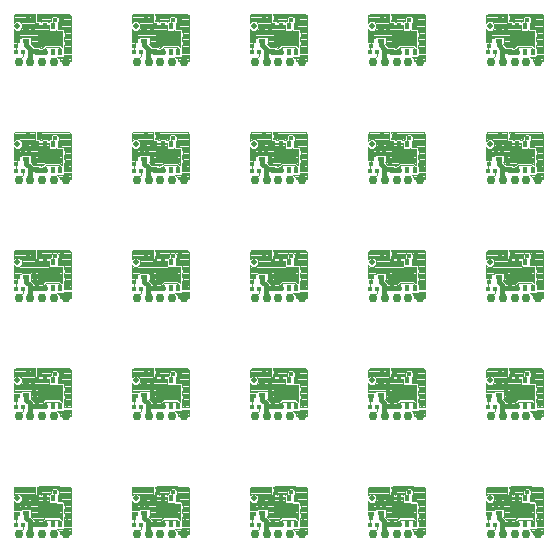
<source format=gbl>
G75*
%MOIN*%
%OFA0B0*%
%FSLAX25Y25*%
%IPPOS*%
%LPD*%
%AMOC8*
5,1,8,0,0,1.08239X$1,22.5*
%
%ADD10R,0.01181X0.01575*%
%ADD11R,0.02362X0.01378*%
%ADD12R,0.07480X0.04331*%
%ADD13R,0.01575X0.01969*%
%ADD14R,0.01575X0.02362*%
%ADD15R,0.02362X0.01575*%
%ADD16C,0.02953*%
%ADD17C,0.01981*%
%ADD18C,0.00394*%
%ADD19C,0.00400*%
%ADD20C,0.01587*%
%ADD21C,0.01575*%
%ADD22C,0.00350*%
%ADD23C,0.00500*%
D10*
X0049110Y0043953D03*
X0051472Y0043953D03*
X0088480Y0043953D03*
X0090843Y0043953D03*
X0127850Y0043953D03*
X0130213Y0043953D03*
X0167220Y0043953D03*
X0169583Y0043953D03*
X0206591Y0043953D03*
X0208953Y0043953D03*
X0208953Y0083323D03*
X0206591Y0083323D03*
X0169583Y0083323D03*
X0167220Y0083323D03*
X0130213Y0083323D03*
X0127850Y0083323D03*
X0090843Y0083323D03*
X0088480Y0083323D03*
X0051472Y0083323D03*
X0049110Y0083323D03*
X0049110Y0122693D03*
X0051472Y0122693D03*
X0088480Y0122693D03*
X0090843Y0122693D03*
X0127850Y0122693D03*
X0130213Y0122693D03*
X0167220Y0122693D03*
X0169583Y0122693D03*
X0206591Y0122693D03*
X0208953Y0122693D03*
X0208953Y0162063D03*
X0206591Y0162063D03*
X0169583Y0162063D03*
X0167220Y0162063D03*
X0130213Y0162063D03*
X0127850Y0162063D03*
X0090843Y0162063D03*
X0088480Y0162063D03*
X0051472Y0162063D03*
X0049110Y0162063D03*
X0049110Y0201433D03*
X0051472Y0201433D03*
X0088480Y0201433D03*
X0090843Y0201433D03*
X0127850Y0201433D03*
X0130213Y0201433D03*
X0167220Y0201433D03*
X0169583Y0201433D03*
X0206591Y0201433D03*
X0208953Y0201433D03*
D11*
X0206984Y0205154D03*
X0206984Y0207713D03*
X0167614Y0207713D03*
X0167614Y0205154D03*
X0167614Y0168343D03*
X0167614Y0165783D03*
X0206984Y0165783D03*
X0206984Y0168343D03*
X0206984Y0128972D03*
X0206984Y0126413D03*
X0206984Y0089602D03*
X0206984Y0087043D03*
X0167614Y0087043D03*
X0167614Y0089602D03*
X0167614Y0126413D03*
X0167614Y0128972D03*
X0128244Y0128972D03*
X0128244Y0126413D03*
X0128244Y0089602D03*
X0128244Y0087043D03*
X0088874Y0087043D03*
X0088874Y0089602D03*
X0088874Y0126413D03*
X0088874Y0128972D03*
X0049504Y0128972D03*
X0049504Y0126413D03*
X0049504Y0089602D03*
X0049504Y0087043D03*
X0049504Y0050232D03*
X0049504Y0047673D03*
X0088874Y0047673D03*
X0088874Y0050232D03*
X0128244Y0050232D03*
X0128244Y0047673D03*
X0167614Y0047673D03*
X0167614Y0050232D03*
X0206984Y0050232D03*
X0206984Y0047673D03*
X0128244Y0165783D03*
X0128244Y0168343D03*
X0128244Y0205154D03*
X0128244Y0207713D03*
X0088874Y0207713D03*
X0088874Y0205154D03*
X0088874Y0168343D03*
X0088874Y0165783D03*
X0049504Y0165783D03*
X0049504Y0168343D03*
X0049504Y0205154D03*
X0049504Y0207713D03*
D12*
X0060055Y0205921D03*
X0099425Y0205921D03*
X0138795Y0205921D03*
X0178165Y0205921D03*
X0217535Y0205921D03*
X0217535Y0166551D03*
X0178165Y0166551D03*
X0138795Y0166551D03*
X0099425Y0166551D03*
X0060055Y0166551D03*
X0060055Y0127181D03*
X0099425Y0127181D03*
X0138795Y0127181D03*
X0178165Y0127181D03*
X0217535Y0127181D03*
X0217535Y0087811D03*
X0178165Y0087811D03*
X0138795Y0087811D03*
X0099425Y0087811D03*
X0060055Y0087811D03*
X0060055Y0048441D03*
X0099425Y0048441D03*
X0138795Y0048441D03*
X0178165Y0048441D03*
X0217535Y0048441D03*
D13*
X0216256Y0052772D03*
X0218815Y0052772D03*
X0221374Y0052772D03*
X0213697Y0052772D03*
X0213697Y0044110D03*
X0216256Y0044110D03*
X0218815Y0044110D03*
X0221374Y0044110D03*
X0182004Y0044110D03*
X0179445Y0044110D03*
X0176886Y0044110D03*
X0174327Y0044110D03*
X0174327Y0052772D03*
X0176886Y0052772D03*
X0179445Y0052772D03*
X0182004Y0052772D03*
X0182004Y0083480D03*
X0179445Y0083480D03*
X0176886Y0083480D03*
X0174327Y0083480D03*
X0174327Y0092142D03*
X0176886Y0092142D03*
X0179445Y0092142D03*
X0182004Y0092142D03*
X0182004Y0122850D03*
X0179445Y0122850D03*
X0176886Y0122850D03*
X0174327Y0122850D03*
X0174327Y0131512D03*
X0176886Y0131512D03*
X0179445Y0131512D03*
X0182004Y0131512D03*
X0182004Y0162220D03*
X0179445Y0162220D03*
X0176886Y0162220D03*
X0174327Y0162220D03*
X0174327Y0170882D03*
X0176886Y0170882D03*
X0179445Y0170882D03*
X0182004Y0170882D03*
X0182004Y0201591D03*
X0179445Y0201591D03*
X0176886Y0201591D03*
X0174327Y0201591D03*
X0174327Y0210252D03*
X0176886Y0210252D03*
X0179445Y0210252D03*
X0182004Y0210252D03*
X0213697Y0210252D03*
X0216256Y0210252D03*
X0218815Y0210252D03*
X0221374Y0210252D03*
X0221374Y0201591D03*
X0218815Y0201591D03*
X0216256Y0201591D03*
X0213697Y0201591D03*
X0213697Y0170882D03*
X0216256Y0170882D03*
X0218815Y0170882D03*
X0221374Y0170882D03*
X0221374Y0162220D03*
X0218815Y0162220D03*
X0216256Y0162220D03*
X0213697Y0162220D03*
X0213697Y0131512D03*
X0216256Y0131512D03*
X0218815Y0131512D03*
X0221374Y0131512D03*
X0221374Y0122850D03*
X0218815Y0122850D03*
X0216256Y0122850D03*
X0213697Y0122850D03*
X0213697Y0092142D03*
X0216256Y0092142D03*
X0218815Y0092142D03*
X0221374Y0092142D03*
X0221374Y0083480D03*
X0218815Y0083480D03*
X0216256Y0083480D03*
X0213697Y0083480D03*
X0142634Y0083480D03*
X0140075Y0083480D03*
X0137516Y0083480D03*
X0134957Y0083480D03*
X0134957Y0092142D03*
X0137516Y0092142D03*
X0140075Y0092142D03*
X0142634Y0092142D03*
X0142634Y0122850D03*
X0140075Y0122850D03*
X0137516Y0122850D03*
X0134957Y0122850D03*
X0134957Y0131512D03*
X0137516Y0131512D03*
X0140075Y0131512D03*
X0142634Y0131512D03*
X0142634Y0162220D03*
X0140075Y0162220D03*
X0137516Y0162220D03*
X0134957Y0162220D03*
X0134957Y0170882D03*
X0137516Y0170882D03*
X0140075Y0170882D03*
X0142634Y0170882D03*
X0142634Y0201591D03*
X0140075Y0201591D03*
X0137516Y0201591D03*
X0134957Y0201591D03*
X0134957Y0210252D03*
X0137516Y0210252D03*
X0140075Y0210252D03*
X0142634Y0210252D03*
X0103264Y0210252D03*
X0100705Y0210252D03*
X0098146Y0210252D03*
X0095587Y0210252D03*
X0095587Y0201591D03*
X0098146Y0201591D03*
X0100705Y0201591D03*
X0103264Y0201591D03*
X0103264Y0170882D03*
X0100705Y0170882D03*
X0098146Y0170882D03*
X0095587Y0170882D03*
X0095587Y0162220D03*
X0098146Y0162220D03*
X0100705Y0162220D03*
X0103264Y0162220D03*
X0103264Y0131512D03*
X0100705Y0131512D03*
X0098146Y0131512D03*
X0095587Y0131512D03*
X0095587Y0122850D03*
X0098146Y0122850D03*
X0100705Y0122850D03*
X0103264Y0122850D03*
X0103264Y0092142D03*
X0100705Y0092142D03*
X0098146Y0092142D03*
X0095587Y0092142D03*
X0095587Y0083480D03*
X0098146Y0083480D03*
X0100705Y0083480D03*
X0103264Y0083480D03*
X0103264Y0052772D03*
X0100705Y0052772D03*
X0098146Y0052772D03*
X0095587Y0052772D03*
X0095587Y0044110D03*
X0098146Y0044110D03*
X0100705Y0044110D03*
X0103264Y0044110D03*
X0134957Y0044110D03*
X0137516Y0044110D03*
X0140075Y0044110D03*
X0142634Y0044110D03*
X0142634Y0052772D03*
X0140075Y0052772D03*
X0137516Y0052772D03*
X0134957Y0052772D03*
X0063894Y0052772D03*
X0061335Y0052772D03*
X0058776Y0052772D03*
X0056217Y0052772D03*
X0056217Y0044110D03*
X0058776Y0044110D03*
X0061335Y0044110D03*
X0063894Y0044110D03*
X0063894Y0083480D03*
X0061335Y0083480D03*
X0058776Y0083480D03*
X0056217Y0083480D03*
X0056217Y0092142D03*
X0058776Y0092142D03*
X0061335Y0092142D03*
X0063894Y0092142D03*
X0063894Y0122850D03*
X0061335Y0122850D03*
X0058776Y0122850D03*
X0056217Y0122850D03*
X0056217Y0131512D03*
X0058776Y0131512D03*
X0061335Y0131512D03*
X0063894Y0131512D03*
X0063894Y0162220D03*
X0061335Y0162220D03*
X0058776Y0162220D03*
X0056217Y0162220D03*
X0056217Y0170882D03*
X0058776Y0170882D03*
X0061335Y0170882D03*
X0063894Y0170882D03*
X0063894Y0201591D03*
X0061335Y0201591D03*
X0058776Y0201591D03*
X0056217Y0201591D03*
X0056217Y0210252D03*
X0058776Y0210252D03*
X0061335Y0210252D03*
X0063894Y0210252D03*
D14*
X0057234Y0213008D03*
X0053034Y0213008D03*
X0092404Y0213008D03*
X0096604Y0213008D03*
X0131774Y0213008D03*
X0135974Y0213008D03*
X0171144Y0213008D03*
X0175344Y0213008D03*
X0210514Y0213008D03*
X0214714Y0213008D03*
X0214714Y0173638D03*
X0210514Y0173638D03*
X0175344Y0173638D03*
X0171144Y0173638D03*
X0135974Y0173638D03*
X0131774Y0173638D03*
X0096604Y0173638D03*
X0092404Y0173638D03*
X0057234Y0173638D03*
X0053034Y0173638D03*
X0053034Y0134268D03*
X0057234Y0134268D03*
X0092404Y0134268D03*
X0096604Y0134268D03*
X0131774Y0134268D03*
X0135974Y0134268D03*
X0171144Y0134268D03*
X0175344Y0134268D03*
X0210514Y0134268D03*
X0214714Y0134268D03*
X0214714Y0094898D03*
X0210514Y0094898D03*
X0175344Y0094898D03*
X0171144Y0094898D03*
X0135974Y0094898D03*
X0131774Y0094898D03*
X0096604Y0094898D03*
X0092404Y0094898D03*
X0057234Y0094898D03*
X0053034Y0094898D03*
X0053034Y0055528D03*
X0057234Y0055528D03*
X0092404Y0055528D03*
X0096604Y0055528D03*
X0131774Y0055528D03*
X0135974Y0055528D03*
X0171144Y0055528D03*
X0175344Y0055528D03*
X0210514Y0055528D03*
X0214714Y0055528D03*
D15*
X0210055Y0052116D03*
X0210055Y0047916D03*
X0170685Y0047916D03*
X0170685Y0052116D03*
X0170685Y0087286D03*
X0170685Y0091486D03*
X0170685Y0126656D03*
X0170685Y0130856D03*
X0170685Y0166026D03*
X0170685Y0170226D03*
X0170685Y0205396D03*
X0170685Y0209596D03*
X0210055Y0209596D03*
X0210055Y0205396D03*
X0210055Y0170226D03*
X0210055Y0166026D03*
X0210055Y0130856D03*
X0210055Y0126656D03*
X0210055Y0091486D03*
X0210055Y0087286D03*
X0131315Y0087286D03*
X0131315Y0091486D03*
X0131315Y0126656D03*
X0131315Y0130856D03*
X0131315Y0166026D03*
X0131315Y0170226D03*
X0131315Y0205396D03*
X0131315Y0209596D03*
X0091945Y0209596D03*
X0091945Y0205396D03*
X0091945Y0170226D03*
X0091945Y0166026D03*
X0091945Y0130856D03*
X0091945Y0126656D03*
X0091945Y0091486D03*
X0091945Y0087286D03*
X0091945Y0052116D03*
X0091945Y0047916D03*
X0131315Y0047916D03*
X0131315Y0052116D03*
X0052575Y0052116D03*
X0052575Y0047916D03*
X0052575Y0087286D03*
X0052575Y0091486D03*
X0052575Y0126656D03*
X0052575Y0130856D03*
X0052575Y0166026D03*
X0052575Y0170226D03*
X0052575Y0205396D03*
X0052575Y0209596D03*
D16*
X0053953Y0198244D03*
X0050016Y0198244D03*
X0057890Y0198244D03*
X0061827Y0198244D03*
X0065764Y0198244D03*
X0089386Y0198244D03*
X0093323Y0198244D03*
X0097260Y0198244D03*
X0101197Y0198244D03*
X0105134Y0198244D03*
X0128756Y0198244D03*
X0132693Y0198244D03*
X0136630Y0198244D03*
X0140567Y0198244D03*
X0144504Y0198244D03*
X0168126Y0198244D03*
X0172063Y0198244D03*
X0176000Y0198244D03*
X0179937Y0198244D03*
X0183874Y0198244D03*
X0207496Y0198244D03*
X0211433Y0198244D03*
X0215370Y0198244D03*
X0219307Y0198244D03*
X0223244Y0198244D03*
X0223244Y0158874D03*
X0219307Y0158874D03*
X0215370Y0158874D03*
X0211433Y0158874D03*
X0207496Y0158874D03*
X0183874Y0158874D03*
X0179937Y0158874D03*
X0176000Y0158874D03*
X0172063Y0158874D03*
X0168126Y0158874D03*
X0144504Y0158874D03*
X0140567Y0158874D03*
X0136630Y0158874D03*
X0132693Y0158874D03*
X0128756Y0158874D03*
X0105134Y0158874D03*
X0101197Y0158874D03*
X0097260Y0158874D03*
X0093323Y0158874D03*
X0089386Y0158874D03*
X0065764Y0158874D03*
X0061827Y0158874D03*
X0057890Y0158874D03*
X0053953Y0158874D03*
X0050016Y0158874D03*
X0050016Y0119504D03*
X0053953Y0119504D03*
X0057890Y0119504D03*
X0061827Y0119504D03*
X0065764Y0119504D03*
X0089386Y0119504D03*
X0093323Y0119504D03*
X0097260Y0119504D03*
X0101197Y0119504D03*
X0105134Y0119504D03*
X0128756Y0119504D03*
X0132693Y0119504D03*
X0136630Y0119504D03*
X0140567Y0119504D03*
X0144504Y0119504D03*
X0168126Y0119504D03*
X0172063Y0119504D03*
X0176000Y0119504D03*
X0179937Y0119504D03*
X0183874Y0119504D03*
X0207496Y0119504D03*
X0211433Y0119504D03*
X0215370Y0119504D03*
X0219307Y0119504D03*
X0223244Y0119504D03*
X0223244Y0080134D03*
X0219307Y0080134D03*
X0215370Y0080134D03*
X0211433Y0080134D03*
X0207496Y0080134D03*
X0183874Y0080134D03*
X0179937Y0080134D03*
X0176000Y0080134D03*
X0172063Y0080134D03*
X0168126Y0080134D03*
X0144504Y0080134D03*
X0140567Y0080134D03*
X0136630Y0080134D03*
X0132693Y0080134D03*
X0128756Y0080134D03*
X0105134Y0080134D03*
X0101197Y0080134D03*
X0097260Y0080134D03*
X0093323Y0080134D03*
X0089386Y0080134D03*
X0065764Y0080134D03*
X0061827Y0080134D03*
X0057890Y0080134D03*
X0053953Y0080134D03*
X0050016Y0080134D03*
X0050016Y0040764D03*
X0053953Y0040764D03*
X0057890Y0040764D03*
X0061827Y0040764D03*
X0065764Y0040764D03*
X0089386Y0040764D03*
X0093323Y0040764D03*
X0097260Y0040764D03*
X0101197Y0040764D03*
X0105134Y0040764D03*
X0128756Y0040764D03*
X0132693Y0040764D03*
X0136630Y0040764D03*
X0140567Y0040764D03*
X0144504Y0040764D03*
X0168126Y0040764D03*
X0172063Y0040764D03*
X0176000Y0040764D03*
X0179937Y0040764D03*
X0183874Y0040764D03*
X0207496Y0040764D03*
X0211433Y0040764D03*
X0215370Y0040764D03*
X0219307Y0040764D03*
X0223244Y0040764D03*
D17*
X0223717Y0044898D03*
X0207102Y0052772D03*
X0184346Y0044898D03*
X0167732Y0052772D03*
X0144976Y0044898D03*
X0128362Y0052772D03*
X0105606Y0044898D03*
X0088992Y0052772D03*
X0066236Y0044898D03*
X0049622Y0052772D03*
X0066236Y0084268D03*
X0049622Y0092142D03*
X0066236Y0123638D03*
X0049622Y0131512D03*
X0066236Y0163008D03*
X0049622Y0170882D03*
X0066236Y0202378D03*
X0049622Y0210252D03*
X0088992Y0210252D03*
X0105606Y0202378D03*
X0128362Y0210252D03*
X0144976Y0202378D03*
X0167732Y0210252D03*
X0184346Y0202378D03*
X0207102Y0210252D03*
X0223717Y0202378D03*
X0207102Y0170882D03*
X0223717Y0163008D03*
X0207102Y0131512D03*
X0223717Y0123638D03*
X0207102Y0092142D03*
X0223717Y0084268D03*
X0184346Y0084268D03*
X0167732Y0092142D03*
X0144976Y0084268D03*
X0128362Y0092142D03*
X0105606Y0084268D03*
X0088992Y0092142D03*
X0105606Y0123638D03*
X0088992Y0131512D03*
X0105606Y0163008D03*
X0088992Y0170882D03*
X0128362Y0170882D03*
X0144976Y0163008D03*
X0167732Y0170882D03*
X0184346Y0163008D03*
X0167732Y0131512D03*
X0184346Y0123638D03*
X0144976Y0123638D03*
X0128362Y0131512D03*
D18*
X0128244Y0126413D02*
X0128244Y0125094D01*
X0127969Y0124819D01*
X0127850Y0124701D01*
X0127850Y0122693D01*
X0130213Y0122693D02*
X0130213Y0121354D01*
X0128559Y0119701D01*
X0128756Y0119504D01*
X0140075Y0131512D02*
X0140075Y0132791D01*
X0140764Y0133480D01*
X0141748Y0132569D02*
X0142104Y0132925D01*
X0142104Y0134036D01*
X0141319Y0134821D01*
X0140209Y0134821D01*
X0139423Y0134036D01*
X0139423Y0133192D01*
X0139331Y0133099D01*
X0139331Y0133043D01*
X0139061Y0133043D01*
X0138795Y0132777D01*
X0138530Y0133043D01*
X0136502Y0133043D01*
X0136236Y0132777D01*
X0135971Y0133043D01*
X0134858Y0133043D01*
X0134858Y0133592D01*
X0135057Y0133791D01*
X0135057Y0134902D01*
X0134858Y0135101D01*
X0134858Y0135449D01*
X0135136Y0135449D01*
X0135477Y0135646D01*
X0142113Y0135646D01*
X0142454Y0135449D01*
X0145488Y0135449D01*
X0145641Y0135429D01*
X0145906Y0135276D01*
X0146059Y0135011D01*
X0146079Y0134858D01*
X0146079Y0122457D01*
X0143968Y0122457D01*
X0143968Y0124061D01*
X0143913Y0124116D01*
X0143913Y0125128D01*
X0144112Y0125327D01*
X0144112Y0126437D01*
X0143913Y0126636D01*
X0143913Y0127884D01*
X0144112Y0128083D01*
X0144112Y0129193D01*
X0143913Y0129392D01*
X0143913Y0130134D01*
X0143520Y0130528D01*
X0141748Y0130528D01*
X0141748Y0132569D01*
X0141748Y0132391D02*
X0146079Y0132391D01*
X0146079Y0131999D02*
X0141748Y0131999D01*
X0141748Y0131607D02*
X0146079Y0131607D01*
X0146079Y0131214D02*
X0141748Y0131214D01*
X0141748Y0130822D02*
X0146079Y0130822D01*
X0146079Y0130430D02*
X0143617Y0130430D01*
X0143913Y0130038D02*
X0146079Y0130038D01*
X0146079Y0129646D02*
X0143913Y0129646D01*
X0144052Y0129253D02*
X0146079Y0129253D01*
X0146079Y0128861D02*
X0144112Y0128861D01*
X0144112Y0128469D02*
X0146079Y0128469D01*
X0146079Y0128077D02*
X0144106Y0128077D01*
X0143913Y0127685D02*
X0146079Y0127685D01*
X0146079Y0127292D02*
X0143913Y0127292D01*
X0143913Y0126900D02*
X0146079Y0126900D01*
X0146079Y0126508D02*
X0144041Y0126508D01*
X0144112Y0126116D02*
X0146079Y0126116D01*
X0146079Y0125723D02*
X0144112Y0125723D01*
X0144112Y0125331D02*
X0146079Y0125331D01*
X0146079Y0124939D02*
X0143913Y0124939D01*
X0143913Y0124547D02*
X0146079Y0124547D01*
X0146079Y0124155D02*
X0143913Y0124155D01*
X0143968Y0123762D02*
X0146079Y0123762D01*
X0146079Y0123370D02*
X0143968Y0123370D01*
X0143968Y0122978D02*
X0146079Y0122978D01*
X0146079Y0122586D02*
X0143968Y0122586D01*
X0141963Y0132783D02*
X0146079Y0132783D01*
X0146079Y0133175D02*
X0142104Y0133175D01*
X0142104Y0133568D02*
X0146079Y0133568D01*
X0146079Y0133960D02*
X0142104Y0133960D01*
X0141788Y0134352D02*
X0146079Y0134352D01*
X0146079Y0134744D02*
X0141396Y0134744D01*
X0142316Y0135529D02*
X0135275Y0135529D01*
X0135136Y0135449D02*
X0135136Y0135449D01*
X0134858Y0135137D02*
X0145986Y0135137D01*
X0140132Y0134744D02*
X0135057Y0134744D01*
X0135057Y0134352D02*
X0139740Y0134352D01*
X0139423Y0133960D02*
X0135057Y0133960D01*
X0134858Y0133568D02*
X0139423Y0133568D01*
X0139407Y0133175D02*
X0134858Y0133175D01*
X0136230Y0132783D02*
X0136242Y0132783D01*
X0138789Y0132783D02*
X0138801Y0132783D01*
X0128756Y0158874D02*
X0128559Y0159071D01*
X0130213Y0160724D01*
X0130213Y0162063D01*
X0127850Y0162063D02*
X0127850Y0164071D01*
X0127969Y0164189D01*
X0128244Y0164465D01*
X0128244Y0165783D01*
X0134858Y0172413D02*
X0134858Y0172962D01*
X0135057Y0173161D01*
X0135057Y0174272D01*
X0134858Y0174471D01*
X0134858Y0174819D01*
X0135136Y0174819D01*
X0135477Y0175016D01*
X0142113Y0175016D01*
X0142454Y0174819D01*
X0145488Y0174819D01*
X0145641Y0174799D01*
X0145906Y0174646D01*
X0146059Y0174381D01*
X0146079Y0174228D01*
X0146079Y0161827D01*
X0143968Y0161827D01*
X0143968Y0163431D01*
X0143913Y0163486D01*
X0143913Y0164498D01*
X0144112Y0164697D01*
X0144112Y0165807D01*
X0143913Y0166006D01*
X0143913Y0167254D01*
X0144112Y0167453D01*
X0144112Y0168563D01*
X0143913Y0168762D01*
X0143913Y0169504D01*
X0143520Y0169898D01*
X0141748Y0169898D01*
X0141748Y0171939D01*
X0142104Y0172295D01*
X0142104Y0173406D01*
X0141319Y0174191D01*
X0140209Y0174191D01*
X0139423Y0173406D01*
X0139423Y0172562D01*
X0139331Y0172469D01*
X0139331Y0172413D01*
X0139061Y0172413D01*
X0138795Y0172147D01*
X0138530Y0172413D01*
X0136502Y0172413D01*
X0136236Y0172147D01*
X0135971Y0172413D01*
X0134858Y0172413D01*
X0134858Y0172789D02*
X0139423Y0172789D01*
X0139423Y0173181D02*
X0135057Y0173181D01*
X0135057Y0173573D02*
X0139591Y0173573D01*
X0139983Y0173966D02*
X0135057Y0173966D01*
X0134971Y0174358D02*
X0146062Y0174358D01*
X0146079Y0173966D02*
X0141544Y0173966D01*
X0141937Y0173573D02*
X0146079Y0173573D01*
X0146079Y0173181D02*
X0142104Y0173181D01*
X0142104Y0172789D02*
X0146079Y0172789D01*
X0146079Y0172397D02*
X0142104Y0172397D01*
X0141814Y0172004D02*
X0146079Y0172004D01*
X0146079Y0171612D02*
X0141748Y0171612D01*
X0141748Y0171220D02*
X0146079Y0171220D01*
X0146079Y0170828D02*
X0141748Y0170828D01*
X0141748Y0170436D02*
X0146079Y0170436D01*
X0146079Y0170043D02*
X0141748Y0170043D01*
X0140075Y0170882D02*
X0140075Y0172161D01*
X0140764Y0172850D01*
X0139045Y0172397D02*
X0138546Y0172397D01*
X0136486Y0172397D02*
X0135987Y0172397D01*
X0134858Y0174750D02*
X0145726Y0174750D01*
X0146079Y0169651D02*
X0143766Y0169651D01*
X0143913Y0169259D02*
X0146079Y0169259D01*
X0146079Y0168867D02*
X0143913Y0168867D01*
X0144112Y0168475D02*
X0146079Y0168475D01*
X0146079Y0168082D02*
X0144112Y0168082D01*
X0144112Y0167690D02*
X0146079Y0167690D01*
X0146079Y0167298D02*
X0143958Y0167298D01*
X0143913Y0166906D02*
X0146079Y0166906D01*
X0146079Y0166514D02*
X0143913Y0166514D01*
X0143913Y0166121D02*
X0146079Y0166121D01*
X0146079Y0165729D02*
X0144112Y0165729D01*
X0144112Y0165337D02*
X0146079Y0165337D01*
X0146079Y0164945D02*
X0144112Y0164945D01*
X0143968Y0164552D02*
X0146079Y0164552D01*
X0146079Y0164160D02*
X0143913Y0164160D01*
X0143913Y0163768D02*
X0146079Y0163768D01*
X0146079Y0163376D02*
X0143968Y0163376D01*
X0143968Y0162984D02*
X0146079Y0162984D01*
X0146079Y0162591D02*
X0143968Y0162591D01*
X0143968Y0162199D02*
X0146079Y0162199D01*
X0167220Y0162063D02*
X0167220Y0164071D01*
X0167339Y0164189D01*
X0167614Y0164465D01*
X0167614Y0165783D01*
X0169583Y0162063D02*
X0169583Y0160724D01*
X0167929Y0159071D01*
X0168126Y0158874D01*
X0174228Y0172413D02*
X0174228Y0172962D01*
X0174427Y0173161D01*
X0174427Y0174272D01*
X0174228Y0174471D01*
X0174228Y0174819D01*
X0174506Y0174819D01*
X0174847Y0175016D01*
X0181484Y0175016D01*
X0181824Y0174819D01*
X0184858Y0174819D01*
X0185011Y0174799D01*
X0185276Y0174646D01*
X0185429Y0174381D01*
X0185449Y0174228D01*
X0185449Y0161827D01*
X0183338Y0161827D01*
X0183338Y0163431D01*
X0183283Y0163486D01*
X0183283Y0164498D01*
X0183482Y0164697D01*
X0183482Y0165807D01*
X0183283Y0166006D01*
X0183283Y0167254D01*
X0183482Y0167453D01*
X0183482Y0168563D01*
X0183283Y0168762D01*
X0183283Y0169504D01*
X0182890Y0169898D01*
X0181118Y0169898D01*
X0181118Y0171939D01*
X0181474Y0172295D01*
X0181474Y0173406D01*
X0180689Y0174191D01*
X0179579Y0174191D01*
X0178793Y0173406D01*
X0178793Y0172562D01*
X0178701Y0172469D01*
X0178701Y0172413D01*
X0178431Y0172413D01*
X0178165Y0172147D01*
X0177900Y0172413D01*
X0175872Y0172413D01*
X0175606Y0172147D01*
X0175341Y0172413D01*
X0174228Y0172413D01*
X0174228Y0172789D02*
X0178793Y0172789D01*
X0178793Y0173181D02*
X0174427Y0173181D01*
X0174427Y0173573D02*
X0178961Y0173573D01*
X0179353Y0173966D02*
X0174427Y0173966D01*
X0174341Y0174358D02*
X0185432Y0174358D01*
X0185449Y0173966D02*
X0180915Y0173966D01*
X0181307Y0173573D02*
X0185449Y0173573D01*
X0185449Y0173181D02*
X0181474Y0173181D01*
X0181474Y0172789D02*
X0185449Y0172789D01*
X0185449Y0172397D02*
X0181474Y0172397D01*
X0181184Y0172004D02*
X0185449Y0172004D01*
X0185449Y0171612D02*
X0181118Y0171612D01*
X0181118Y0171220D02*
X0185449Y0171220D01*
X0185449Y0170828D02*
X0181118Y0170828D01*
X0181118Y0170436D02*
X0185449Y0170436D01*
X0185449Y0170043D02*
X0181118Y0170043D01*
X0179445Y0170882D02*
X0179445Y0172161D01*
X0180134Y0172850D01*
X0178415Y0172397D02*
X0177916Y0172397D01*
X0175856Y0172397D02*
X0175357Y0172397D01*
X0174506Y0174819D02*
X0174506Y0174819D01*
X0174228Y0174750D02*
X0185096Y0174750D01*
X0185449Y0169651D02*
X0183136Y0169651D01*
X0183283Y0169259D02*
X0185449Y0169259D01*
X0185449Y0168867D02*
X0183283Y0168867D01*
X0183482Y0168475D02*
X0185449Y0168475D01*
X0185449Y0168082D02*
X0183482Y0168082D01*
X0183482Y0167690D02*
X0185449Y0167690D01*
X0185449Y0167298D02*
X0183328Y0167298D01*
X0183283Y0166906D02*
X0185449Y0166906D01*
X0185449Y0166514D02*
X0183283Y0166514D01*
X0183283Y0166121D02*
X0185449Y0166121D01*
X0185449Y0165729D02*
X0183482Y0165729D01*
X0183482Y0165337D02*
X0185449Y0165337D01*
X0185449Y0164945D02*
X0183482Y0164945D01*
X0183338Y0164552D02*
X0185449Y0164552D01*
X0185449Y0164160D02*
X0183283Y0164160D01*
X0183283Y0163768D02*
X0185449Y0163768D01*
X0185449Y0163376D02*
X0183338Y0163376D01*
X0183338Y0162984D02*
X0185449Y0162984D01*
X0185449Y0162591D02*
X0183338Y0162591D01*
X0183338Y0162199D02*
X0185449Y0162199D01*
X0206591Y0162063D02*
X0206591Y0164071D01*
X0206709Y0164189D01*
X0206984Y0164465D01*
X0206984Y0165783D01*
X0208953Y0162063D02*
X0208953Y0160724D01*
X0207299Y0159071D01*
X0207496Y0158874D01*
X0213598Y0172413D02*
X0213598Y0172962D01*
X0213797Y0173161D01*
X0213797Y0174272D01*
X0213598Y0174471D01*
X0213598Y0174819D01*
X0213876Y0174819D01*
X0214217Y0175016D01*
X0220854Y0175016D01*
X0221195Y0174819D01*
X0224228Y0174819D01*
X0224381Y0174799D01*
X0224646Y0174646D01*
X0224799Y0174381D01*
X0224819Y0174228D01*
X0224819Y0161827D01*
X0222708Y0161827D01*
X0222708Y0163431D01*
X0222654Y0163486D01*
X0222654Y0164498D01*
X0222852Y0164697D01*
X0222852Y0165807D01*
X0222654Y0166006D01*
X0222654Y0167254D01*
X0222852Y0167453D01*
X0222852Y0168563D01*
X0222654Y0168762D01*
X0222654Y0169504D01*
X0222260Y0169898D01*
X0220488Y0169898D01*
X0220488Y0171939D01*
X0220844Y0172295D01*
X0220844Y0173406D01*
X0220059Y0174191D01*
X0218949Y0174191D01*
X0218163Y0173406D01*
X0218163Y0172562D01*
X0218071Y0172469D01*
X0218071Y0172413D01*
X0217801Y0172413D01*
X0217535Y0172147D01*
X0217270Y0172413D01*
X0215242Y0172413D01*
X0214976Y0172147D01*
X0214711Y0172413D01*
X0213598Y0172413D01*
X0213598Y0172789D02*
X0218163Y0172789D01*
X0218163Y0173181D02*
X0213797Y0173181D01*
X0213797Y0173573D02*
X0218331Y0173573D01*
X0218723Y0173966D02*
X0213797Y0173966D01*
X0213711Y0174358D02*
X0224802Y0174358D01*
X0224819Y0173966D02*
X0220285Y0173966D01*
X0220677Y0173573D02*
X0224819Y0173573D01*
X0224819Y0173181D02*
X0220844Y0173181D01*
X0220844Y0172789D02*
X0224819Y0172789D01*
X0224819Y0172397D02*
X0220844Y0172397D01*
X0220554Y0172004D02*
X0224819Y0172004D01*
X0224819Y0171612D02*
X0220488Y0171612D01*
X0220488Y0171220D02*
X0224819Y0171220D01*
X0224819Y0170828D02*
X0220488Y0170828D01*
X0220488Y0170436D02*
X0224819Y0170436D01*
X0224819Y0170043D02*
X0220488Y0170043D01*
X0218815Y0170882D02*
X0218815Y0172161D01*
X0219504Y0172850D01*
X0217785Y0172397D02*
X0217286Y0172397D01*
X0215226Y0172397D02*
X0214727Y0172397D01*
X0213598Y0174750D02*
X0224466Y0174750D01*
X0224819Y0169651D02*
X0222506Y0169651D01*
X0222654Y0169259D02*
X0224819Y0169259D01*
X0224819Y0168867D02*
X0222654Y0168867D01*
X0222852Y0168475D02*
X0224819Y0168475D01*
X0224819Y0168082D02*
X0222852Y0168082D01*
X0222852Y0167690D02*
X0224819Y0167690D01*
X0224819Y0167298D02*
X0222698Y0167298D01*
X0222654Y0166906D02*
X0224819Y0166906D01*
X0224819Y0166514D02*
X0222654Y0166514D01*
X0222654Y0166121D02*
X0224819Y0166121D01*
X0224819Y0165729D02*
X0222852Y0165729D01*
X0222852Y0165337D02*
X0224819Y0165337D01*
X0224819Y0164945D02*
X0222852Y0164945D01*
X0222708Y0164552D02*
X0224819Y0164552D01*
X0224819Y0164160D02*
X0222654Y0164160D01*
X0222654Y0163768D02*
X0224819Y0163768D01*
X0224819Y0163376D02*
X0222708Y0163376D01*
X0222708Y0162984D02*
X0224819Y0162984D01*
X0224819Y0162591D02*
X0222708Y0162591D01*
X0222708Y0162199D02*
X0224819Y0162199D01*
X0224228Y0135449D02*
X0221195Y0135449D01*
X0220854Y0135646D01*
X0214217Y0135646D01*
X0213876Y0135449D01*
X0213598Y0135449D01*
X0213598Y0135101D01*
X0213797Y0134902D01*
X0213797Y0133791D01*
X0213598Y0133592D01*
X0213598Y0133043D01*
X0214711Y0133043D01*
X0214976Y0132777D01*
X0215242Y0133043D01*
X0217270Y0133043D01*
X0217535Y0132777D01*
X0217801Y0133043D01*
X0218071Y0133043D01*
X0218071Y0133099D01*
X0218163Y0133192D01*
X0218163Y0134036D01*
X0218949Y0134821D01*
X0220059Y0134821D01*
X0220844Y0134036D01*
X0220844Y0132925D01*
X0220488Y0132569D01*
X0220488Y0130528D01*
X0222260Y0130528D01*
X0222654Y0130134D01*
X0222654Y0129392D01*
X0222852Y0129193D01*
X0222852Y0128083D01*
X0222654Y0127884D01*
X0222654Y0126636D01*
X0222852Y0126437D01*
X0222852Y0125327D01*
X0222654Y0125128D01*
X0222654Y0124116D01*
X0222708Y0124061D01*
X0222708Y0122457D01*
X0224819Y0122457D01*
X0224819Y0134858D01*
X0224799Y0135011D01*
X0224646Y0135276D01*
X0224381Y0135429D01*
X0224228Y0135449D01*
X0224726Y0135137D02*
X0213598Y0135137D01*
X0213797Y0134744D02*
X0218872Y0134744D01*
X0218480Y0134352D02*
X0213797Y0134352D01*
X0213797Y0133960D02*
X0218163Y0133960D01*
X0218163Y0133568D02*
X0213598Y0133568D01*
X0213598Y0133175D02*
X0218147Y0133175D01*
X0217541Y0132783D02*
X0217529Y0132783D01*
X0218815Y0132791D02*
X0219504Y0133480D01*
X0218815Y0132791D02*
X0218815Y0131512D01*
X0220488Y0131607D02*
X0224819Y0131607D01*
X0224819Y0131999D02*
X0220488Y0131999D01*
X0220488Y0132391D02*
X0224819Y0132391D01*
X0224819Y0132783D02*
X0220703Y0132783D01*
X0220844Y0133175D02*
X0224819Y0133175D01*
X0224819Y0133568D02*
X0220844Y0133568D01*
X0220844Y0133960D02*
X0224819Y0133960D01*
X0224819Y0134352D02*
X0220528Y0134352D01*
X0220136Y0134744D02*
X0224819Y0134744D01*
X0224819Y0131214D02*
X0220488Y0131214D01*
X0220488Y0130822D02*
X0224819Y0130822D01*
X0224819Y0130430D02*
X0222357Y0130430D01*
X0222654Y0130038D02*
X0224819Y0130038D01*
X0224819Y0129646D02*
X0222654Y0129646D01*
X0222792Y0129253D02*
X0224819Y0129253D01*
X0224819Y0128861D02*
X0222852Y0128861D01*
X0222852Y0128469D02*
X0224819Y0128469D01*
X0224819Y0128077D02*
X0222847Y0128077D01*
X0222654Y0127685D02*
X0224819Y0127685D01*
X0224819Y0127292D02*
X0222654Y0127292D01*
X0222654Y0126900D02*
X0224819Y0126900D01*
X0224819Y0126508D02*
X0222782Y0126508D01*
X0222852Y0126116D02*
X0224819Y0126116D01*
X0224819Y0125723D02*
X0222852Y0125723D01*
X0222852Y0125331D02*
X0224819Y0125331D01*
X0224819Y0124939D02*
X0222654Y0124939D01*
X0222654Y0124547D02*
X0224819Y0124547D01*
X0224819Y0124155D02*
X0222654Y0124155D01*
X0222708Y0123762D02*
X0224819Y0123762D01*
X0224819Y0123370D02*
X0222708Y0123370D01*
X0222708Y0122978D02*
X0224819Y0122978D01*
X0224819Y0122586D02*
X0222708Y0122586D01*
X0214982Y0132783D02*
X0214970Y0132783D01*
X0214015Y0135529D02*
X0221056Y0135529D01*
X0206984Y0126413D02*
X0206984Y0125094D01*
X0206709Y0124819D01*
X0206591Y0124701D01*
X0206591Y0122693D01*
X0208953Y0122693D02*
X0208953Y0121354D01*
X0207299Y0119701D01*
X0207496Y0119504D01*
X0185449Y0122457D02*
X0183338Y0122457D01*
X0183338Y0124061D01*
X0183283Y0124116D01*
X0183283Y0125128D01*
X0183482Y0125327D01*
X0183482Y0126437D01*
X0183283Y0126636D01*
X0183283Y0127884D01*
X0183482Y0128083D01*
X0183482Y0129193D01*
X0183283Y0129392D01*
X0183283Y0130134D01*
X0182890Y0130528D01*
X0181118Y0130528D01*
X0181118Y0132569D01*
X0181474Y0132925D01*
X0181474Y0134036D01*
X0180689Y0134821D01*
X0179579Y0134821D01*
X0178793Y0134036D01*
X0178793Y0133192D01*
X0178701Y0133099D01*
X0178701Y0133043D01*
X0178431Y0133043D01*
X0178165Y0132777D01*
X0177900Y0133043D01*
X0175872Y0133043D01*
X0175606Y0132777D01*
X0175341Y0133043D01*
X0174228Y0133043D01*
X0174228Y0133592D01*
X0174427Y0133791D01*
X0174427Y0134902D01*
X0174228Y0135101D01*
X0174228Y0135449D01*
X0174506Y0135449D01*
X0174847Y0135646D01*
X0181484Y0135646D01*
X0181824Y0135449D01*
X0184858Y0135449D01*
X0185011Y0135429D01*
X0185276Y0135276D01*
X0185429Y0135011D01*
X0185449Y0134858D01*
X0185449Y0122457D01*
X0185449Y0122586D02*
X0183338Y0122586D01*
X0183338Y0122978D02*
X0185449Y0122978D01*
X0185449Y0123370D02*
X0183338Y0123370D01*
X0183338Y0123762D02*
X0185449Y0123762D01*
X0185449Y0124155D02*
X0183283Y0124155D01*
X0183283Y0124547D02*
X0185449Y0124547D01*
X0185449Y0124939D02*
X0183283Y0124939D01*
X0183482Y0125331D02*
X0185449Y0125331D01*
X0185449Y0125723D02*
X0183482Y0125723D01*
X0183482Y0126116D02*
X0185449Y0126116D01*
X0185449Y0126508D02*
X0183412Y0126508D01*
X0183283Y0126900D02*
X0185449Y0126900D01*
X0185449Y0127292D02*
X0183283Y0127292D01*
X0183283Y0127685D02*
X0185449Y0127685D01*
X0185449Y0128077D02*
X0183476Y0128077D01*
X0183482Y0128469D02*
X0185449Y0128469D01*
X0185449Y0128861D02*
X0183482Y0128861D01*
X0183422Y0129253D02*
X0185449Y0129253D01*
X0185449Y0129646D02*
X0183283Y0129646D01*
X0183283Y0130038D02*
X0185449Y0130038D01*
X0185449Y0130430D02*
X0182987Y0130430D01*
X0181118Y0130822D02*
X0185449Y0130822D01*
X0185449Y0131214D02*
X0181118Y0131214D01*
X0181118Y0131607D02*
X0185449Y0131607D01*
X0185449Y0131999D02*
X0181118Y0131999D01*
X0181118Y0132391D02*
X0185449Y0132391D01*
X0185449Y0132783D02*
X0181333Y0132783D01*
X0181474Y0133175D02*
X0185449Y0133175D01*
X0185449Y0133568D02*
X0181474Y0133568D01*
X0181474Y0133960D02*
X0185449Y0133960D01*
X0185449Y0134352D02*
X0181158Y0134352D01*
X0180766Y0134744D02*
X0185449Y0134744D01*
X0185356Y0135137D02*
X0174228Y0135137D01*
X0174427Y0134744D02*
X0179502Y0134744D01*
X0179110Y0134352D02*
X0174427Y0134352D01*
X0174427Y0133960D02*
X0178793Y0133960D01*
X0178793Y0133568D02*
X0174228Y0133568D01*
X0174228Y0133175D02*
X0178777Y0133175D01*
X0178171Y0132783D02*
X0178159Y0132783D01*
X0179445Y0132791D02*
X0180134Y0133480D01*
X0179445Y0132791D02*
X0179445Y0131512D01*
X0175612Y0132783D02*
X0175600Y0132783D01*
X0174645Y0135529D02*
X0181686Y0135529D01*
X0167614Y0126413D02*
X0167614Y0125094D01*
X0167339Y0124819D01*
X0167220Y0124701D01*
X0167220Y0122693D01*
X0169583Y0122693D02*
X0169583Y0121354D01*
X0167929Y0119701D01*
X0168126Y0119504D01*
X0174847Y0096276D02*
X0181484Y0096276D01*
X0181825Y0096079D01*
X0184858Y0096079D01*
X0185011Y0096059D01*
X0185276Y0095906D01*
X0185429Y0095641D01*
X0185449Y0095488D01*
X0185449Y0083087D01*
X0183338Y0083087D01*
X0183338Y0084691D01*
X0183283Y0084746D01*
X0183283Y0085758D01*
X0183482Y0085957D01*
X0183482Y0087067D01*
X0183283Y0087266D01*
X0183283Y0088514D01*
X0183482Y0088712D01*
X0183482Y0089823D01*
X0183283Y0090022D01*
X0183283Y0090764D01*
X0182890Y0091157D01*
X0181118Y0091157D01*
X0181118Y0093199D01*
X0181474Y0093555D01*
X0181474Y0094666D01*
X0180689Y0095451D01*
X0179579Y0095451D01*
X0178793Y0094666D01*
X0178793Y0093821D01*
X0178701Y0093729D01*
X0178701Y0093673D01*
X0178431Y0093673D01*
X0178165Y0093407D01*
X0177900Y0093673D01*
X0175872Y0093673D01*
X0175606Y0093407D01*
X0175341Y0093673D01*
X0174228Y0093673D01*
X0174228Y0094222D01*
X0174427Y0094421D01*
X0174427Y0095532D01*
X0174228Y0095730D01*
X0174228Y0096079D01*
X0174506Y0096079D01*
X0174847Y0096276D01*
X0174228Y0095915D02*
X0185259Y0095915D01*
X0185444Y0095523D02*
X0174427Y0095523D01*
X0174427Y0095131D02*
X0179259Y0095131D01*
X0178866Y0094739D02*
X0174427Y0094739D01*
X0174353Y0094346D02*
X0178793Y0094346D01*
X0178793Y0093954D02*
X0174228Y0093954D01*
X0175451Y0093562D02*
X0175761Y0093562D01*
X0178011Y0093562D02*
X0178320Y0093562D01*
X0179445Y0093421D02*
X0180134Y0094110D01*
X0179445Y0093421D02*
X0179445Y0092142D01*
X0181118Y0091993D02*
X0185449Y0091993D01*
X0185449Y0091601D02*
X0181118Y0091601D01*
X0181118Y0091209D02*
X0185449Y0091209D01*
X0185449Y0090817D02*
X0183231Y0090817D01*
X0183283Y0090424D02*
X0185449Y0090424D01*
X0185449Y0090032D02*
X0183283Y0090032D01*
X0183482Y0089640D02*
X0185449Y0089640D01*
X0185449Y0089248D02*
X0183482Y0089248D01*
X0183482Y0088856D02*
X0185449Y0088856D01*
X0185449Y0088463D02*
X0183283Y0088463D01*
X0183283Y0088071D02*
X0185449Y0088071D01*
X0185449Y0087679D02*
X0183283Y0087679D01*
X0183283Y0087287D02*
X0185449Y0087287D01*
X0185449Y0086894D02*
X0183482Y0086894D01*
X0183482Y0086502D02*
X0185449Y0086502D01*
X0185449Y0086110D02*
X0183482Y0086110D01*
X0183283Y0085718D02*
X0185449Y0085718D01*
X0185449Y0085326D02*
X0183283Y0085326D01*
X0183283Y0084933D02*
X0185449Y0084933D01*
X0185449Y0084541D02*
X0183338Y0084541D01*
X0183338Y0084149D02*
X0185449Y0084149D01*
X0185449Y0083757D02*
X0183338Y0083757D01*
X0183338Y0083365D02*
X0185449Y0083365D01*
X0185449Y0092385D02*
X0181118Y0092385D01*
X0181118Y0092778D02*
X0185449Y0092778D01*
X0185449Y0093170D02*
X0181118Y0093170D01*
X0181474Y0093562D02*
X0185449Y0093562D01*
X0185449Y0093954D02*
X0181474Y0093954D01*
X0181474Y0094346D02*
X0185449Y0094346D01*
X0185449Y0094739D02*
X0181401Y0094739D01*
X0181009Y0095131D02*
X0185449Y0095131D01*
X0167614Y0087043D02*
X0167614Y0085724D01*
X0167339Y0085449D01*
X0167220Y0085331D01*
X0167220Y0083323D01*
X0169583Y0083323D02*
X0169583Y0081984D01*
X0167929Y0080331D01*
X0168126Y0080134D01*
X0146079Y0083087D02*
X0143968Y0083087D01*
X0143968Y0084691D01*
X0143913Y0084746D01*
X0143913Y0085758D01*
X0144112Y0085957D01*
X0144112Y0087067D01*
X0143913Y0087266D01*
X0143913Y0088514D01*
X0144112Y0088712D01*
X0144112Y0089823D01*
X0143913Y0090022D01*
X0143913Y0090764D01*
X0143520Y0091157D01*
X0141748Y0091157D01*
X0141748Y0093199D01*
X0142104Y0093555D01*
X0142104Y0094666D01*
X0141319Y0095451D01*
X0140209Y0095451D01*
X0139423Y0094666D01*
X0139423Y0093821D01*
X0139331Y0093729D01*
X0139331Y0093673D01*
X0139061Y0093673D01*
X0138795Y0093407D01*
X0138530Y0093673D01*
X0136502Y0093673D01*
X0136236Y0093407D01*
X0135971Y0093673D01*
X0134858Y0093673D01*
X0134858Y0094222D01*
X0135057Y0094421D01*
X0135057Y0095532D01*
X0134858Y0095730D01*
X0134858Y0096079D01*
X0135136Y0096079D01*
X0135477Y0096276D01*
X0142113Y0096276D01*
X0142454Y0096079D01*
X0145488Y0096079D01*
X0145641Y0096059D01*
X0145906Y0095906D01*
X0146059Y0095641D01*
X0146079Y0095488D01*
X0146079Y0083087D01*
X0146079Y0083365D02*
X0143968Y0083365D01*
X0143968Y0083757D02*
X0146079Y0083757D01*
X0146079Y0084149D02*
X0143968Y0084149D01*
X0143968Y0084541D02*
X0146079Y0084541D01*
X0146079Y0084933D02*
X0143913Y0084933D01*
X0143913Y0085326D02*
X0146079Y0085326D01*
X0146079Y0085718D02*
X0143913Y0085718D01*
X0144112Y0086110D02*
X0146079Y0086110D01*
X0146079Y0086502D02*
X0144112Y0086502D01*
X0144112Y0086894D02*
X0146079Y0086894D01*
X0146079Y0087287D02*
X0143913Y0087287D01*
X0143913Y0087679D02*
X0146079Y0087679D01*
X0146079Y0088071D02*
X0143913Y0088071D01*
X0143913Y0088463D02*
X0146079Y0088463D01*
X0146079Y0088856D02*
X0144112Y0088856D01*
X0144112Y0089248D02*
X0146079Y0089248D01*
X0146079Y0089640D02*
X0144112Y0089640D01*
X0143913Y0090032D02*
X0146079Y0090032D01*
X0146079Y0090424D02*
X0143913Y0090424D01*
X0143861Y0090817D02*
X0146079Y0090817D01*
X0146079Y0091209D02*
X0141748Y0091209D01*
X0141748Y0091601D02*
X0146079Y0091601D01*
X0146079Y0091993D02*
X0141748Y0091993D01*
X0141748Y0092385D02*
X0146079Y0092385D01*
X0146079Y0092778D02*
X0141748Y0092778D01*
X0141748Y0093170D02*
X0146079Y0093170D01*
X0146079Y0093562D02*
X0142104Y0093562D01*
X0142104Y0093954D02*
X0146079Y0093954D01*
X0146079Y0094346D02*
X0142104Y0094346D01*
X0142031Y0094739D02*
X0146079Y0094739D01*
X0146079Y0095131D02*
X0141639Y0095131D01*
X0140764Y0094110D02*
X0140075Y0093421D01*
X0140075Y0092142D01*
X0138950Y0093562D02*
X0138640Y0093562D01*
X0139423Y0093954D02*
X0134858Y0093954D01*
X0134982Y0094346D02*
X0139423Y0094346D01*
X0139496Y0094739D02*
X0135057Y0094739D01*
X0135057Y0095131D02*
X0139889Y0095131D01*
X0136391Y0093562D02*
X0136081Y0093562D01*
X0135057Y0095523D02*
X0146074Y0095523D01*
X0145889Y0095915D02*
X0134858Y0095915D01*
X0128244Y0087043D02*
X0128244Y0085724D01*
X0127969Y0085449D01*
X0127850Y0085331D01*
X0127850Y0083323D01*
X0130213Y0083323D02*
X0130213Y0081984D01*
X0128559Y0080331D01*
X0128756Y0080134D01*
X0106709Y0083087D02*
X0104598Y0083087D01*
X0104598Y0084691D01*
X0104543Y0084746D01*
X0104543Y0085758D01*
X0104742Y0085957D01*
X0104742Y0087067D01*
X0104543Y0087266D01*
X0104543Y0088514D01*
X0104742Y0088712D01*
X0104742Y0089823D01*
X0104543Y0090022D01*
X0104543Y0090764D01*
X0104150Y0091157D01*
X0102378Y0091157D01*
X0102378Y0093199D01*
X0102734Y0093555D01*
X0102734Y0094666D01*
X0101949Y0095451D01*
X0100838Y0095451D01*
X0100053Y0094666D01*
X0100053Y0093821D01*
X0099961Y0093729D01*
X0099961Y0093673D01*
X0099691Y0093673D01*
X0099425Y0093407D01*
X0099160Y0093673D01*
X0097132Y0093673D01*
X0096866Y0093407D01*
X0096601Y0093673D01*
X0095488Y0093673D01*
X0095488Y0094222D01*
X0095687Y0094421D01*
X0095687Y0095532D01*
X0095488Y0095730D01*
X0095488Y0096079D01*
X0095766Y0096079D01*
X0096107Y0096276D01*
X0102743Y0096276D01*
X0103084Y0096079D01*
X0106118Y0096079D01*
X0106271Y0096059D01*
X0106536Y0095906D01*
X0106689Y0095641D01*
X0106709Y0095488D01*
X0106709Y0083087D01*
X0106709Y0083365D02*
X0104598Y0083365D01*
X0104598Y0083757D02*
X0106709Y0083757D01*
X0106709Y0084149D02*
X0104598Y0084149D01*
X0104598Y0084541D02*
X0106709Y0084541D01*
X0106709Y0084933D02*
X0104543Y0084933D01*
X0104543Y0085326D02*
X0106709Y0085326D01*
X0106709Y0085718D02*
X0104543Y0085718D01*
X0104742Y0086110D02*
X0106709Y0086110D01*
X0106709Y0086502D02*
X0104742Y0086502D01*
X0104742Y0086894D02*
X0106709Y0086894D01*
X0106709Y0087287D02*
X0104543Y0087287D01*
X0104543Y0087679D02*
X0106709Y0087679D01*
X0106709Y0088071D02*
X0104543Y0088071D01*
X0104543Y0088463D02*
X0106709Y0088463D01*
X0106709Y0088856D02*
X0104742Y0088856D01*
X0104742Y0089248D02*
X0106709Y0089248D01*
X0106709Y0089640D02*
X0104742Y0089640D01*
X0104543Y0090032D02*
X0106709Y0090032D01*
X0106709Y0090424D02*
X0104543Y0090424D01*
X0104491Y0090817D02*
X0106709Y0090817D01*
X0106709Y0091209D02*
X0102378Y0091209D01*
X0102378Y0091601D02*
X0106709Y0091601D01*
X0106709Y0091993D02*
X0102378Y0091993D01*
X0102378Y0092385D02*
X0106709Y0092385D01*
X0106709Y0092778D02*
X0102378Y0092778D01*
X0102378Y0093170D02*
X0106709Y0093170D01*
X0106709Y0093562D02*
X0102734Y0093562D01*
X0102734Y0093954D02*
X0106709Y0093954D01*
X0106709Y0094346D02*
X0102734Y0094346D01*
X0102661Y0094739D02*
X0106709Y0094739D01*
X0106709Y0095131D02*
X0102269Y0095131D01*
X0101394Y0094110D02*
X0100705Y0093421D01*
X0100705Y0092142D01*
X0099580Y0093562D02*
X0099270Y0093562D01*
X0100053Y0093954D02*
X0095488Y0093954D01*
X0095612Y0094346D02*
X0100053Y0094346D01*
X0100126Y0094739D02*
X0095687Y0094739D01*
X0095687Y0095131D02*
X0100519Y0095131D01*
X0097021Y0093562D02*
X0096711Y0093562D01*
X0095687Y0095523D02*
X0106704Y0095523D01*
X0106519Y0095915D02*
X0095488Y0095915D01*
X0095766Y0096079D02*
X0095766Y0096079D01*
X0088874Y0087043D02*
X0088874Y0085724D01*
X0088598Y0085449D01*
X0088480Y0085331D01*
X0088480Y0083323D01*
X0090843Y0083323D02*
X0090843Y0081984D01*
X0089189Y0080331D01*
X0089386Y0080134D01*
X0067339Y0083087D02*
X0065228Y0083087D01*
X0065228Y0084691D01*
X0065173Y0084746D01*
X0065173Y0085758D01*
X0065372Y0085957D01*
X0065372Y0087067D01*
X0065173Y0087266D01*
X0065173Y0088514D01*
X0065372Y0088712D01*
X0065372Y0089823D01*
X0065173Y0090022D01*
X0065173Y0090764D01*
X0064780Y0091157D01*
X0063008Y0091157D01*
X0063008Y0093199D01*
X0063364Y0093555D01*
X0063364Y0094666D01*
X0062579Y0095451D01*
X0061468Y0095451D01*
X0060683Y0094666D01*
X0060683Y0093821D01*
X0060591Y0093729D01*
X0060591Y0093673D01*
X0060321Y0093673D01*
X0060055Y0093407D01*
X0059790Y0093673D01*
X0057762Y0093673D01*
X0057496Y0093407D01*
X0057230Y0093673D01*
X0056118Y0093673D01*
X0056118Y0094222D01*
X0056317Y0094421D01*
X0056317Y0095532D01*
X0056118Y0095730D01*
X0056118Y0096079D01*
X0056396Y0096079D01*
X0056737Y0096276D01*
X0063373Y0096276D01*
X0063714Y0096079D01*
X0066748Y0096079D01*
X0066901Y0096059D01*
X0067166Y0095906D01*
X0067318Y0095641D01*
X0067339Y0095488D01*
X0067339Y0083087D01*
X0067339Y0083365D02*
X0065228Y0083365D01*
X0065228Y0083757D02*
X0067339Y0083757D01*
X0067339Y0084149D02*
X0065228Y0084149D01*
X0065228Y0084541D02*
X0067339Y0084541D01*
X0067339Y0084933D02*
X0065173Y0084933D01*
X0065173Y0085326D02*
X0067339Y0085326D01*
X0067339Y0085718D02*
X0065173Y0085718D01*
X0065372Y0086110D02*
X0067339Y0086110D01*
X0067339Y0086502D02*
X0065372Y0086502D01*
X0065372Y0086894D02*
X0067339Y0086894D01*
X0067339Y0087287D02*
X0065173Y0087287D01*
X0065173Y0087679D02*
X0067339Y0087679D01*
X0067339Y0088071D02*
X0065173Y0088071D01*
X0065173Y0088463D02*
X0067339Y0088463D01*
X0067339Y0088856D02*
X0065372Y0088856D01*
X0065372Y0089248D02*
X0067339Y0089248D01*
X0067339Y0089640D02*
X0065372Y0089640D01*
X0065173Y0090032D02*
X0067339Y0090032D01*
X0067339Y0090424D02*
X0065173Y0090424D01*
X0065120Y0090817D02*
X0067339Y0090817D01*
X0067339Y0091209D02*
X0063008Y0091209D01*
X0063008Y0091601D02*
X0067339Y0091601D01*
X0067339Y0091993D02*
X0063008Y0091993D01*
X0063008Y0092385D02*
X0067339Y0092385D01*
X0067339Y0092778D02*
X0063008Y0092778D01*
X0063008Y0093170D02*
X0067339Y0093170D01*
X0067339Y0093562D02*
X0063364Y0093562D01*
X0063364Y0093954D02*
X0067339Y0093954D01*
X0067339Y0094346D02*
X0063364Y0094346D01*
X0063291Y0094739D02*
X0067339Y0094739D01*
X0067339Y0095131D02*
X0062899Y0095131D01*
X0062024Y0094110D02*
X0061335Y0093421D01*
X0061335Y0092142D01*
X0060210Y0093562D02*
X0059900Y0093562D01*
X0060683Y0093954D02*
X0056118Y0093954D01*
X0056242Y0094346D02*
X0060683Y0094346D01*
X0060756Y0094739D02*
X0056317Y0094739D01*
X0056317Y0095131D02*
X0061148Y0095131D01*
X0057651Y0093562D02*
X0057341Y0093562D01*
X0056317Y0095523D02*
X0067334Y0095523D01*
X0067149Y0095915D02*
X0056118Y0095915D01*
X0049504Y0087043D02*
X0049504Y0085724D01*
X0049228Y0085449D01*
X0049110Y0085331D01*
X0049110Y0083323D01*
X0051472Y0083323D02*
X0051472Y0081984D01*
X0049819Y0080331D01*
X0050016Y0080134D01*
X0056737Y0056906D02*
X0063373Y0056906D01*
X0063714Y0056709D01*
X0066748Y0056709D01*
X0066901Y0056689D01*
X0067166Y0056536D01*
X0067318Y0056271D01*
X0067339Y0056118D01*
X0067339Y0043717D01*
X0065228Y0043717D01*
X0065228Y0045321D01*
X0065173Y0045376D01*
X0065173Y0046388D01*
X0065372Y0046586D01*
X0065372Y0047697D01*
X0065173Y0047896D01*
X0065173Y0049144D01*
X0065372Y0049342D01*
X0065372Y0050453D01*
X0065173Y0050652D01*
X0065173Y0051394D01*
X0064780Y0051787D01*
X0063008Y0051787D01*
X0063008Y0053829D01*
X0063364Y0054185D01*
X0063364Y0055295D01*
X0062579Y0056081D01*
X0061468Y0056081D01*
X0060683Y0055295D01*
X0060683Y0054451D01*
X0060591Y0054359D01*
X0060591Y0054303D01*
X0060321Y0054303D01*
X0060055Y0054037D01*
X0059790Y0054303D01*
X0057762Y0054303D01*
X0057496Y0054037D01*
X0057230Y0054303D01*
X0056118Y0054303D01*
X0056118Y0054852D01*
X0056317Y0055051D01*
X0056317Y0056162D01*
X0056118Y0056360D01*
X0056118Y0056709D01*
X0056396Y0056709D01*
X0056737Y0056906D01*
X0056118Y0056694D02*
X0066858Y0056694D01*
X0067301Y0056302D02*
X0056177Y0056302D01*
X0056317Y0055910D02*
X0061297Y0055910D01*
X0060905Y0055517D02*
X0056317Y0055517D01*
X0056317Y0055125D02*
X0060683Y0055125D01*
X0060683Y0054733D02*
X0056118Y0054733D01*
X0056118Y0054341D02*
X0060591Y0054341D01*
X0061335Y0054051D02*
X0062024Y0054740D01*
X0061335Y0054051D02*
X0061335Y0052772D01*
X0063008Y0052772D02*
X0067339Y0052772D01*
X0067339Y0053164D02*
X0063008Y0053164D01*
X0063008Y0053556D02*
X0067339Y0053556D01*
X0067339Y0053949D02*
X0063128Y0053949D01*
X0063364Y0054341D02*
X0067339Y0054341D01*
X0067339Y0054733D02*
X0063364Y0054733D01*
X0063364Y0055125D02*
X0067339Y0055125D01*
X0067339Y0055517D02*
X0063142Y0055517D01*
X0062750Y0055910D02*
X0067339Y0055910D01*
X0067339Y0052380D02*
X0063008Y0052380D01*
X0063008Y0051988D02*
X0067339Y0051988D01*
X0067339Y0051595D02*
X0064972Y0051595D01*
X0065173Y0051203D02*
X0067339Y0051203D01*
X0067339Y0050811D02*
X0065173Y0050811D01*
X0065372Y0050419D02*
X0067339Y0050419D01*
X0067339Y0050027D02*
X0065372Y0050027D01*
X0065372Y0049634D02*
X0067339Y0049634D01*
X0067339Y0049242D02*
X0065272Y0049242D01*
X0065173Y0048850D02*
X0067339Y0048850D01*
X0067339Y0048458D02*
X0065173Y0048458D01*
X0065173Y0048065D02*
X0067339Y0048065D01*
X0067339Y0047673D02*
X0065372Y0047673D01*
X0065372Y0047281D02*
X0067339Y0047281D01*
X0067339Y0046889D02*
X0065372Y0046889D01*
X0065282Y0046497D02*
X0067339Y0046497D01*
X0067339Y0046104D02*
X0065173Y0046104D01*
X0065173Y0045712D02*
X0067339Y0045712D01*
X0067339Y0045320D02*
X0065228Y0045320D01*
X0065228Y0044928D02*
X0067339Y0044928D01*
X0067339Y0044536D02*
X0065228Y0044536D01*
X0065228Y0044143D02*
X0067339Y0044143D01*
X0067339Y0043751D02*
X0065228Y0043751D01*
X0051472Y0043953D02*
X0051472Y0042614D01*
X0049819Y0040961D01*
X0050016Y0040764D01*
X0049110Y0043953D02*
X0049110Y0045961D01*
X0049228Y0046079D01*
X0049504Y0046354D01*
X0049504Y0047673D01*
X0088480Y0045961D02*
X0088480Y0043953D01*
X0088480Y0045961D02*
X0088598Y0046079D01*
X0088874Y0046354D01*
X0088874Y0047673D01*
X0090843Y0043953D02*
X0090843Y0042614D01*
X0089189Y0040961D01*
X0089386Y0040764D01*
X0100705Y0052772D02*
X0100705Y0054051D01*
X0101394Y0054740D01*
X0102734Y0054733D02*
X0106709Y0054733D01*
X0106709Y0054341D02*
X0102734Y0054341D01*
X0102734Y0054185D02*
X0102734Y0055295D01*
X0101949Y0056081D01*
X0100838Y0056081D01*
X0100053Y0055295D01*
X0100053Y0054451D01*
X0099961Y0054359D01*
X0099961Y0054303D01*
X0099691Y0054303D01*
X0099425Y0054037D01*
X0099160Y0054303D01*
X0097132Y0054303D01*
X0096866Y0054037D01*
X0096601Y0054303D01*
X0095488Y0054303D01*
X0095488Y0054852D01*
X0095687Y0055051D01*
X0095687Y0056162D01*
X0095488Y0056360D01*
X0095488Y0056709D01*
X0095766Y0056709D01*
X0096107Y0056906D01*
X0102743Y0056906D01*
X0103084Y0056709D01*
X0106118Y0056709D01*
X0106271Y0056689D01*
X0106536Y0056536D01*
X0106689Y0056271D01*
X0106709Y0056118D01*
X0106709Y0043717D01*
X0104598Y0043717D01*
X0104598Y0045321D01*
X0104543Y0045376D01*
X0104543Y0046388D01*
X0104742Y0046586D01*
X0104742Y0047697D01*
X0104543Y0047896D01*
X0104543Y0049144D01*
X0104742Y0049342D01*
X0104742Y0050453D01*
X0104543Y0050652D01*
X0104543Y0051394D01*
X0104150Y0051787D01*
X0102378Y0051787D01*
X0102378Y0053829D01*
X0102734Y0054185D01*
X0102498Y0053949D02*
X0106709Y0053949D01*
X0106709Y0053556D02*
X0102378Y0053556D01*
X0102378Y0053164D02*
X0106709Y0053164D01*
X0106709Y0052772D02*
X0102378Y0052772D01*
X0102378Y0052380D02*
X0106709Y0052380D01*
X0106709Y0051988D02*
X0102378Y0051988D01*
X0104342Y0051595D02*
X0106709Y0051595D01*
X0106709Y0051203D02*
X0104543Y0051203D01*
X0104543Y0050811D02*
X0106709Y0050811D01*
X0106709Y0050419D02*
X0104742Y0050419D01*
X0104742Y0050027D02*
X0106709Y0050027D01*
X0106709Y0049634D02*
X0104742Y0049634D01*
X0104642Y0049242D02*
X0106709Y0049242D01*
X0106709Y0048850D02*
X0104543Y0048850D01*
X0104543Y0048458D02*
X0106709Y0048458D01*
X0106709Y0048065D02*
X0104543Y0048065D01*
X0104742Y0047673D02*
X0106709Y0047673D01*
X0106709Y0047281D02*
X0104742Y0047281D01*
X0104742Y0046889D02*
X0106709Y0046889D01*
X0106709Y0046497D02*
X0104652Y0046497D01*
X0104543Y0046104D02*
X0106709Y0046104D01*
X0106709Y0045712D02*
X0104543Y0045712D01*
X0104598Y0045320D02*
X0106709Y0045320D01*
X0106709Y0044928D02*
X0104598Y0044928D01*
X0104598Y0044536D02*
X0106709Y0044536D01*
X0106709Y0044143D02*
X0104598Y0044143D01*
X0104598Y0043751D02*
X0106709Y0043751D01*
X0106709Y0055125D02*
X0102734Y0055125D01*
X0102512Y0055517D02*
X0106709Y0055517D01*
X0106709Y0055910D02*
X0102120Y0055910D01*
X0100667Y0055910D02*
X0095687Y0055910D01*
X0095687Y0055517D02*
X0100275Y0055517D01*
X0100053Y0055125D02*
X0095687Y0055125D01*
X0095488Y0054733D02*
X0100053Y0054733D01*
X0099961Y0054341D02*
X0095488Y0054341D01*
X0095547Y0056302D02*
X0106671Y0056302D01*
X0106229Y0056694D02*
X0095488Y0056694D01*
X0128244Y0047673D02*
X0128244Y0046354D01*
X0127969Y0046079D01*
X0127850Y0045961D01*
X0127850Y0043953D01*
X0130213Y0043953D02*
X0130213Y0042614D01*
X0128559Y0040961D01*
X0128756Y0040764D01*
X0140075Y0052772D02*
X0140075Y0054051D01*
X0140764Y0054740D01*
X0142104Y0054733D02*
X0146079Y0054733D01*
X0146079Y0054341D02*
X0142104Y0054341D01*
X0142104Y0054185D02*
X0142104Y0055295D01*
X0141319Y0056081D01*
X0140209Y0056081D01*
X0139423Y0055295D01*
X0139423Y0054451D01*
X0139331Y0054359D01*
X0139331Y0054303D01*
X0139061Y0054303D01*
X0138795Y0054037D01*
X0138530Y0054303D01*
X0136502Y0054303D01*
X0136236Y0054037D01*
X0135971Y0054303D01*
X0134858Y0054303D01*
X0134858Y0054852D01*
X0135057Y0055051D01*
X0135057Y0056162D01*
X0134858Y0056360D01*
X0134858Y0056709D01*
X0135136Y0056709D01*
X0135477Y0056906D01*
X0142113Y0056906D01*
X0142454Y0056709D01*
X0145488Y0056709D01*
X0145641Y0056689D01*
X0145906Y0056536D01*
X0146059Y0056271D01*
X0146079Y0056118D01*
X0146079Y0043717D01*
X0143968Y0043717D01*
X0143968Y0045321D01*
X0143913Y0045376D01*
X0143913Y0046388D01*
X0144112Y0046586D01*
X0144112Y0047697D01*
X0143913Y0047896D01*
X0143913Y0049144D01*
X0144112Y0049342D01*
X0144112Y0050453D01*
X0143913Y0050652D01*
X0143913Y0051394D01*
X0143520Y0051787D01*
X0141748Y0051787D01*
X0141748Y0053829D01*
X0142104Y0054185D01*
X0141868Y0053949D02*
X0146079Y0053949D01*
X0146079Y0053556D02*
X0141748Y0053556D01*
X0141748Y0053164D02*
X0146079Y0053164D01*
X0146079Y0052772D02*
X0141748Y0052772D01*
X0141748Y0052380D02*
X0146079Y0052380D01*
X0146079Y0051988D02*
X0141748Y0051988D01*
X0143712Y0051595D02*
X0146079Y0051595D01*
X0146079Y0051203D02*
X0143913Y0051203D01*
X0143913Y0050811D02*
X0146079Y0050811D01*
X0146079Y0050419D02*
X0144112Y0050419D01*
X0144112Y0050027D02*
X0146079Y0050027D01*
X0146079Y0049634D02*
X0144112Y0049634D01*
X0144012Y0049242D02*
X0146079Y0049242D01*
X0146079Y0048850D02*
X0143913Y0048850D01*
X0143913Y0048458D02*
X0146079Y0048458D01*
X0146079Y0048065D02*
X0143913Y0048065D01*
X0144112Y0047673D02*
X0146079Y0047673D01*
X0146079Y0047281D02*
X0144112Y0047281D01*
X0144112Y0046889D02*
X0146079Y0046889D01*
X0146079Y0046497D02*
X0144022Y0046497D01*
X0143913Y0046104D02*
X0146079Y0046104D01*
X0146079Y0045712D02*
X0143913Y0045712D01*
X0143968Y0045320D02*
X0146079Y0045320D01*
X0146079Y0044928D02*
X0143968Y0044928D01*
X0143968Y0044536D02*
X0146079Y0044536D01*
X0146079Y0044143D02*
X0143968Y0044143D01*
X0143968Y0043751D02*
X0146079Y0043751D01*
X0146079Y0055125D02*
X0142104Y0055125D01*
X0141882Y0055517D02*
X0146079Y0055517D01*
X0146079Y0055910D02*
X0141490Y0055910D01*
X0140038Y0055910D02*
X0135057Y0055910D01*
X0135057Y0055517D02*
X0139645Y0055517D01*
X0139423Y0055125D02*
X0135057Y0055125D01*
X0134858Y0054733D02*
X0139423Y0054733D01*
X0139331Y0054341D02*
X0134858Y0054341D01*
X0134917Y0056302D02*
X0146041Y0056302D01*
X0145599Y0056694D02*
X0134858Y0056694D01*
X0167614Y0047673D02*
X0167614Y0046354D01*
X0167339Y0046079D01*
X0167220Y0045961D01*
X0167220Y0043953D01*
X0169583Y0043953D02*
X0169583Y0042614D01*
X0167929Y0040961D01*
X0168126Y0040764D01*
X0179445Y0052772D02*
X0179445Y0054051D01*
X0180134Y0054740D01*
X0181474Y0054733D02*
X0185449Y0054733D01*
X0185449Y0054341D02*
X0181474Y0054341D01*
X0181474Y0054185D02*
X0181474Y0055295D01*
X0180689Y0056081D01*
X0179579Y0056081D01*
X0178793Y0055295D01*
X0178793Y0054451D01*
X0178701Y0054359D01*
X0178701Y0054303D01*
X0178431Y0054303D01*
X0178165Y0054037D01*
X0177900Y0054303D01*
X0175872Y0054303D01*
X0175606Y0054037D01*
X0175341Y0054303D01*
X0174228Y0054303D01*
X0174228Y0054852D01*
X0174427Y0055051D01*
X0174427Y0056162D01*
X0174228Y0056360D01*
X0174228Y0056709D01*
X0174506Y0056709D01*
X0174847Y0056906D01*
X0181484Y0056906D01*
X0181824Y0056709D01*
X0184858Y0056709D01*
X0185011Y0056689D01*
X0185276Y0056536D01*
X0185429Y0056271D01*
X0185449Y0056118D01*
X0185449Y0043717D01*
X0183338Y0043717D01*
X0183338Y0045321D01*
X0183283Y0045376D01*
X0183283Y0046388D01*
X0183482Y0046586D01*
X0183482Y0047697D01*
X0183283Y0047896D01*
X0183283Y0049144D01*
X0183482Y0049342D01*
X0183482Y0050453D01*
X0183283Y0050652D01*
X0183283Y0051394D01*
X0182890Y0051787D01*
X0181118Y0051787D01*
X0181118Y0053829D01*
X0181474Y0054185D01*
X0181238Y0053949D02*
X0185449Y0053949D01*
X0185449Y0053556D02*
X0181118Y0053556D01*
X0181118Y0053164D02*
X0185449Y0053164D01*
X0185449Y0052772D02*
X0181118Y0052772D01*
X0181118Y0052380D02*
X0185449Y0052380D01*
X0185449Y0051988D02*
X0181118Y0051988D01*
X0183082Y0051595D02*
X0185449Y0051595D01*
X0185449Y0051203D02*
X0183283Y0051203D01*
X0183283Y0050811D02*
X0185449Y0050811D01*
X0185449Y0050419D02*
X0183482Y0050419D01*
X0183482Y0050027D02*
X0185449Y0050027D01*
X0185449Y0049634D02*
X0183482Y0049634D01*
X0183382Y0049242D02*
X0185449Y0049242D01*
X0185449Y0048850D02*
X0183283Y0048850D01*
X0183283Y0048458D02*
X0185449Y0048458D01*
X0185449Y0048065D02*
X0183283Y0048065D01*
X0183482Y0047673D02*
X0185449Y0047673D01*
X0185449Y0047281D02*
X0183482Y0047281D01*
X0183482Y0046889D02*
X0185449Y0046889D01*
X0185449Y0046497D02*
X0183392Y0046497D01*
X0183283Y0046104D02*
X0185449Y0046104D01*
X0185449Y0045712D02*
X0183283Y0045712D01*
X0183338Y0045320D02*
X0185449Y0045320D01*
X0185449Y0044928D02*
X0183338Y0044928D01*
X0183338Y0044536D02*
X0185449Y0044536D01*
X0185449Y0044143D02*
X0183338Y0044143D01*
X0183338Y0043751D02*
X0185449Y0043751D01*
X0185449Y0055125D02*
X0181474Y0055125D01*
X0181252Y0055517D02*
X0185449Y0055517D01*
X0185449Y0055910D02*
X0180860Y0055910D01*
X0179408Y0055910D02*
X0174427Y0055910D01*
X0174427Y0055517D02*
X0179015Y0055517D01*
X0178793Y0055125D02*
X0174427Y0055125D01*
X0174228Y0054733D02*
X0178793Y0054733D01*
X0178701Y0054341D02*
X0174228Y0054341D01*
X0174287Y0056302D02*
X0185411Y0056302D01*
X0184969Y0056694D02*
X0174228Y0056694D01*
X0206984Y0047673D02*
X0206984Y0046354D01*
X0206709Y0046079D01*
X0206591Y0045961D01*
X0206591Y0043953D01*
X0208953Y0043953D02*
X0208953Y0042614D01*
X0207299Y0040961D01*
X0207496Y0040764D01*
X0218815Y0052772D02*
X0218815Y0054051D01*
X0219504Y0054740D01*
X0220844Y0054733D02*
X0224819Y0054733D01*
X0224819Y0054341D02*
X0220844Y0054341D01*
X0220844Y0054185D02*
X0220844Y0055295D01*
X0220059Y0056081D01*
X0218949Y0056081D01*
X0218163Y0055295D01*
X0218163Y0054451D01*
X0218071Y0054359D01*
X0218071Y0054303D01*
X0217801Y0054303D01*
X0217535Y0054037D01*
X0217270Y0054303D01*
X0215242Y0054303D01*
X0214976Y0054037D01*
X0214711Y0054303D01*
X0213598Y0054303D01*
X0213598Y0054852D01*
X0213797Y0055051D01*
X0213797Y0056162D01*
X0213598Y0056360D01*
X0213598Y0056709D01*
X0213876Y0056709D01*
X0214217Y0056906D01*
X0220854Y0056906D01*
X0221195Y0056709D01*
X0224228Y0056709D01*
X0224381Y0056689D01*
X0224646Y0056536D01*
X0224799Y0056271D01*
X0224819Y0056118D01*
X0224819Y0043717D01*
X0222708Y0043717D01*
X0222708Y0045321D01*
X0222654Y0045376D01*
X0222654Y0046388D01*
X0222852Y0046586D01*
X0222852Y0047697D01*
X0222654Y0047896D01*
X0222654Y0049144D01*
X0222852Y0049342D01*
X0222852Y0050453D01*
X0222654Y0050652D01*
X0222654Y0051394D01*
X0222260Y0051787D01*
X0220488Y0051787D01*
X0220488Y0053829D01*
X0220844Y0054185D01*
X0220608Y0053949D02*
X0224819Y0053949D01*
X0224819Y0053556D02*
X0220488Y0053556D01*
X0220488Y0053164D02*
X0224819Y0053164D01*
X0224819Y0052772D02*
X0220488Y0052772D01*
X0220488Y0052380D02*
X0224819Y0052380D01*
X0224819Y0051988D02*
X0220488Y0051988D01*
X0222452Y0051595D02*
X0224819Y0051595D01*
X0224819Y0051203D02*
X0222654Y0051203D01*
X0222654Y0050811D02*
X0224819Y0050811D01*
X0224819Y0050419D02*
X0222852Y0050419D01*
X0222852Y0050027D02*
X0224819Y0050027D01*
X0224819Y0049634D02*
X0222852Y0049634D01*
X0222752Y0049242D02*
X0224819Y0049242D01*
X0224819Y0048850D02*
X0222654Y0048850D01*
X0222654Y0048458D02*
X0224819Y0048458D01*
X0224819Y0048065D02*
X0222654Y0048065D01*
X0222852Y0047673D02*
X0224819Y0047673D01*
X0224819Y0047281D02*
X0222852Y0047281D01*
X0222852Y0046889D02*
X0224819Y0046889D01*
X0224819Y0046497D02*
X0222762Y0046497D01*
X0222654Y0046104D02*
X0224819Y0046104D01*
X0224819Y0045712D02*
X0222654Y0045712D01*
X0222708Y0045320D02*
X0224819Y0045320D01*
X0224819Y0044928D02*
X0222708Y0044928D01*
X0222708Y0044536D02*
X0224819Y0044536D01*
X0224819Y0044143D02*
X0222708Y0044143D01*
X0222708Y0043751D02*
X0224819Y0043751D01*
X0224819Y0055125D02*
X0220844Y0055125D01*
X0220622Y0055517D02*
X0224819Y0055517D01*
X0224819Y0055910D02*
X0220230Y0055910D01*
X0218778Y0055910D02*
X0213797Y0055910D01*
X0213797Y0055517D02*
X0218385Y0055517D01*
X0218163Y0055125D02*
X0213797Y0055125D01*
X0213598Y0054733D02*
X0218163Y0054733D01*
X0218071Y0054341D02*
X0213598Y0054341D01*
X0213657Y0056302D02*
X0224781Y0056302D01*
X0224339Y0056694D02*
X0213598Y0056694D01*
X0207496Y0080134D02*
X0207299Y0080331D01*
X0208953Y0081984D01*
X0208953Y0083323D01*
X0206591Y0083323D02*
X0206591Y0085331D01*
X0206709Y0085449D01*
X0206984Y0085724D01*
X0206984Y0087043D01*
X0213598Y0093673D02*
X0213598Y0094222D01*
X0213797Y0094421D01*
X0213797Y0095532D01*
X0213598Y0095730D01*
X0213598Y0096079D01*
X0213876Y0096079D01*
X0214217Y0096276D01*
X0220854Y0096276D01*
X0221195Y0096079D01*
X0224228Y0096079D01*
X0224381Y0096059D01*
X0224646Y0095906D01*
X0224799Y0095641D01*
X0224819Y0095488D01*
X0224819Y0083087D01*
X0222708Y0083087D01*
X0222708Y0084691D01*
X0222654Y0084746D01*
X0222654Y0085758D01*
X0222852Y0085957D01*
X0222852Y0087067D01*
X0222654Y0087266D01*
X0222654Y0088514D01*
X0222852Y0088712D01*
X0222852Y0089823D01*
X0222654Y0090022D01*
X0222654Y0090764D01*
X0222260Y0091157D01*
X0220488Y0091157D01*
X0220488Y0093199D01*
X0220844Y0093555D01*
X0220844Y0094666D01*
X0220059Y0095451D01*
X0218949Y0095451D01*
X0218163Y0094666D01*
X0218163Y0093821D01*
X0218071Y0093729D01*
X0218071Y0093673D01*
X0217801Y0093673D01*
X0217535Y0093407D01*
X0217270Y0093673D01*
X0215242Y0093673D01*
X0214976Y0093407D01*
X0214711Y0093673D01*
X0213598Y0093673D01*
X0213598Y0093954D02*
X0218163Y0093954D01*
X0218163Y0094346D02*
X0213723Y0094346D01*
X0213797Y0094739D02*
X0218237Y0094739D01*
X0218629Y0095131D02*
X0213797Y0095131D01*
X0213797Y0095523D02*
X0224814Y0095523D01*
X0224819Y0095131D02*
X0220379Y0095131D01*
X0220771Y0094739D02*
X0224819Y0094739D01*
X0224819Y0094346D02*
X0220844Y0094346D01*
X0220844Y0093954D02*
X0224819Y0093954D01*
X0224819Y0093562D02*
X0220844Y0093562D01*
X0220488Y0093170D02*
X0224819Y0093170D01*
X0224819Y0092778D02*
X0220488Y0092778D01*
X0220488Y0092385D02*
X0224819Y0092385D01*
X0224819Y0091993D02*
X0220488Y0091993D01*
X0220488Y0091601D02*
X0224819Y0091601D01*
X0224819Y0091209D02*
X0220488Y0091209D01*
X0218815Y0092142D02*
X0218815Y0093421D01*
X0219504Y0094110D01*
X0217690Y0093562D02*
X0217381Y0093562D01*
X0215131Y0093562D02*
X0214822Y0093562D01*
X0213598Y0095915D02*
X0224629Y0095915D01*
X0224819Y0090817D02*
X0222601Y0090817D01*
X0222654Y0090424D02*
X0224819Y0090424D01*
X0224819Y0090032D02*
X0222654Y0090032D01*
X0222852Y0089640D02*
X0224819Y0089640D01*
X0224819Y0089248D02*
X0222852Y0089248D01*
X0222852Y0088856D02*
X0224819Y0088856D01*
X0224819Y0088463D02*
X0222654Y0088463D01*
X0222654Y0088071D02*
X0224819Y0088071D01*
X0224819Y0087679D02*
X0222654Y0087679D01*
X0222654Y0087287D02*
X0224819Y0087287D01*
X0224819Y0086894D02*
X0222852Y0086894D01*
X0222852Y0086502D02*
X0224819Y0086502D01*
X0224819Y0086110D02*
X0222852Y0086110D01*
X0222654Y0085718D02*
X0224819Y0085718D01*
X0224819Y0085326D02*
X0222654Y0085326D01*
X0222654Y0084933D02*
X0224819Y0084933D01*
X0224819Y0084541D02*
X0222708Y0084541D01*
X0222708Y0084149D02*
X0224819Y0084149D01*
X0224819Y0083757D02*
X0222708Y0083757D01*
X0222708Y0083365D02*
X0224819Y0083365D01*
X0106709Y0122457D02*
X0104598Y0122457D01*
X0104598Y0124061D01*
X0104543Y0124116D01*
X0104543Y0125128D01*
X0104742Y0125327D01*
X0104742Y0126437D01*
X0104543Y0126636D01*
X0104543Y0127884D01*
X0104742Y0128083D01*
X0104742Y0129193D01*
X0104543Y0129392D01*
X0104543Y0130134D01*
X0104150Y0130528D01*
X0102378Y0130528D01*
X0102378Y0132569D01*
X0102734Y0132925D01*
X0102734Y0134036D01*
X0101949Y0134821D01*
X0100838Y0134821D01*
X0100053Y0134036D01*
X0100053Y0133192D01*
X0099961Y0133099D01*
X0099961Y0133043D01*
X0099691Y0133043D01*
X0099425Y0132777D01*
X0099160Y0133043D01*
X0097132Y0133043D01*
X0096866Y0132777D01*
X0096601Y0133043D01*
X0095488Y0133043D01*
X0095488Y0133592D01*
X0095687Y0133791D01*
X0095687Y0134902D01*
X0095488Y0135101D01*
X0095488Y0135449D01*
X0095766Y0135449D01*
X0096107Y0135646D01*
X0102743Y0135646D01*
X0103084Y0135449D01*
X0106118Y0135449D01*
X0106271Y0135429D01*
X0106536Y0135276D01*
X0106689Y0135011D01*
X0106709Y0134858D01*
X0106709Y0122457D01*
X0106709Y0122586D02*
X0104598Y0122586D01*
X0104598Y0122978D02*
X0106709Y0122978D01*
X0106709Y0123370D02*
X0104598Y0123370D01*
X0104598Y0123762D02*
X0106709Y0123762D01*
X0106709Y0124155D02*
X0104543Y0124155D01*
X0104543Y0124547D02*
X0106709Y0124547D01*
X0106709Y0124939D02*
X0104543Y0124939D01*
X0104742Y0125331D02*
X0106709Y0125331D01*
X0106709Y0125723D02*
X0104742Y0125723D01*
X0104742Y0126116D02*
X0106709Y0126116D01*
X0106709Y0126508D02*
X0104671Y0126508D01*
X0104543Y0126900D02*
X0106709Y0126900D01*
X0106709Y0127292D02*
X0104543Y0127292D01*
X0104543Y0127685D02*
X0106709Y0127685D01*
X0106709Y0128077D02*
X0104736Y0128077D01*
X0104742Y0128469D02*
X0106709Y0128469D01*
X0106709Y0128861D02*
X0104742Y0128861D01*
X0104682Y0129253D02*
X0106709Y0129253D01*
X0106709Y0129646D02*
X0104543Y0129646D01*
X0104543Y0130038D02*
X0106709Y0130038D01*
X0106709Y0130430D02*
X0104247Y0130430D01*
X0102378Y0130822D02*
X0106709Y0130822D01*
X0106709Y0131214D02*
X0102378Y0131214D01*
X0102378Y0131607D02*
X0106709Y0131607D01*
X0106709Y0131999D02*
X0102378Y0131999D01*
X0102378Y0132391D02*
X0106709Y0132391D01*
X0106709Y0132783D02*
X0102592Y0132783D01*
X0102734Y0133175D02*
X0106709Y0133175D01*
X0106709Y0133568D02*
X0102734Y0133568D01*
X0102734Y0133960D02*
X0106709Y0133960D01*
X0106709Y0134352D02*
X0102418Y0134352D01*
X0102025Y0134744D02*
X0106709Y0134744D01*
X0106616Y0135137D02*
X0095488Y0135137D01*
X0095687Y0134744D02*
X0100762Y0134744D01*
X0100370Y0134352D02*
X0095687Y0134352D01*
X0095687Y0133960D02*
X0100053Y0133960D01*
X0100053Y0133568D02*
X0095488Y0133568D01*
X0095488Y0133175D02*
X0100037Y0133175D01*
X0099431Y0132783D02*
X0099419Y0132783D01*
X0100705Y0132791D02*
X0101394Y0133480D01*
X0100705Y0132791D02*
X0100705Y0131512D01*
X0096872Y0132783D02*
X0096860Y0132783D01*
X0095904Y0135529D02*
X0102946Y0135529D01*
X0088874Y0126413D02*
X0088874Y0125094D01*
X0088598Y0124819D01*
X0088480Y0124701D01*
X0088480Y0122693D01*
X0090843Y0122693D02*
X0090843Y0121354D01*
X0089189Y0119701D01*
X0089386Y0119504D01*
X0067339Y0122457D02*
X0065228Y0122457D01*
X0065228Y0124061D01*
X0065173Y0124116D01*
X0065173Y0125128D01*
X0065372Y0125327D01*
X0065372Y0126437D01*
X0065173Y0126636D01*
X0065173Y0127884D01*
X0065372Y0128083D01*
X0065372Y0129193D01*
X0065173Y0129392D01*
X0065173Y0130134D01*
X0064780Y0130528D01*
X0063008Y0130528D01*
X0063008Y0132569D01*
X0063364Y0132925D01*
X0063364Y0134036D01*
X0062579Y0134821D01*
X0061468Y0134821D01*
X0060683Y0134036D01*
X0060683Y0133192D01*
X0060591Y0133099D01*
X0060591Y0133043D01*
X0060321Y0133043D01*
X0060055Y0132777D01*
X0059790Y0133043D01*
X0057762Y0133043D01*
X0057496Y0132777D01*
X0057230Y0133043D01*
X0056118Y0133043D01*
X0056118Y0133592D01*
X0056317Y0133791D01*
X0056317Y0134902D01*
X0056118Y0135101D01*
X0056118Y0135449D01*
X0056396Y0135449D01*
X0056737Y0135646D01*
X0063373Y0135646D01*
X0063714Y0135449D01*
X0066748Y0135449D01*
X0066901Y0135429D01*
X0067166Y0135276D01*
X0067318Y0135011D01*
X0067339Y0134858D01*
X0067339Y0122457D01*
X0067339Y0122586D02*
X0065228Y0122586D01*
X0065228Y0122978D02*
X0067339Y0122978D01*
X0067339Y0123370D02*
X0065228Y0123370D01*
X0065228Y0123762D02*
X0067339Y0123762D01*
X0067339Y0124155D02*
X0065173Y0124155D01*
X0065173Y0124547D02*
X0067339Y0124547D01*
X0067339Y0124939D02*
X0065173Y0124939D01*
X0065372Y0125331D02*
X0067339Y0125331D01*
X0067339Y0125723D02*
X0065372Y0125723D01*
X0065372Y0126116D02*
X0067339Y0126116D01*
X0067339Y0126508D02*
X0065301Y0126508D01*
X0065173Y0126900D02*
X0067339Y0126900D01*
X0067339Y0127292D02*
X0065173Y0127292D01*
X0065173Y0127685D02*
X0067339Y0127685D01*
X0067339Y0128077D02*
X0065366Y0128077D01*
X0065372Y0128469D02*
X0067339Y0128469D01*
X0067339Y0128861D02*
X0065372Y0128861D01*
X0065312Y0129253D02*
X0067339Y0129253D01*
X0067339Y0129646D02*
X0065173Y0129646D01*
X0065173Y0130038D02*
X0067339Y0130038D01*
X0067339Y0130430D02*
X0064877Y0130430D01*
X0063008Y0130822D02*
X0067339Y0130822D01*
X0067339Y0131214D02*
X0063008Y0131214D01*
X0063008Y0131607D02*
X0067339Y0131607D01*
X0067339Y0131999D02*
X0063008Y0131999D01*
X0063008Y0132391D02*
X0067339Y0132391D01*
X0067339Y0132783D02*
X0063222Y0132783D01*
X0063364Y0133175D02*
X0067339Y0133175D01*
X0067339Y0133568D02*
X0063364Y0133568D01*
X0063364Y0133960D02*
X0067339Y0133960D01*
X0067339Y0134352D02*
X0063048Y0134352D01*
X0062655Y0134744D02*
X0067339Y0134744D01*
X0067246Y0135137D02*
X0056118Y0135137D01*
X0056317Y0134744D02*
X0061392Y0134744D01*
X0061000Y0134352D02*
X0056317Y0134352D01*
X0056317Y0133960D02*
X0060683Y0133960D01*
X0060683Y0133568D02*
X0056118Y0133568D01*
X0056118Y0133175D02*
X0060667Y0133175D01*
X0060061Y0132783D02*
X0060049Y0132783D01*
X0061335Y0132791D02*
X0061335Y0131512D01*
X0061335Y0132791D02*
X0062024Y0133480D01*
X0063576Y0135529D02*
X0056534Y0135529D01*
X0057490Y0132783D02*
X0057502Y0132783D01*
X0049504Y0126413D02*
X0049504Y0125094D01*
X0049228Y0124819D01*
X0049110Y0124701D01*
X0049110Y0122693D01*
X0051472Y0122693D02*
X0051472Y0121354D01*
X0049819Y0119701D01*
X0050016Y0119504D01*
X0050016Y0158874D02*
X0049819Y0159071D01*
X0051472Y0160724D01*
X0051472Y0162063D01*
X0049110Y0162063D02*
X0049110Y0164071D01*
X0049228Y0164189D01*
X0049504Y0164465D01*
X0049504Y0165783D01*
X0056118Y0172413D02*
X0056118Y0172962D01*
X0056317Y0173161D01*
X0056317Y0174272D01*
X0056118Y0174471D01*
X0056118Y0174819D01*
X0056396Y0174819D01*
X0056737Y0175016D01*
X0063373Y0175016D01*
X0063714Y0174819D01*
X0066748Y0174819D01*
X0066901Y0174799D01*
X0067166Y0174646D01*
X0067318Y0174381D01*
X0067339Y0174228D01*
X0067339Y0161827D01*
X0065228Y0161827D01*
X0065228Y0163431D01*
X0065173Y0163486D01*
X0065173Y0164498D01*
X0065372Y0164697D01*
X0065372Y0165807D01*
X0065173Y0166006D01*
X0065173Y0167254D01*
X0065372Y0167453D01*
X0065372Y0168563D01*
X0065173Y0168762D01*
X0065173Y0169504D01*
X0064780Y0169898D01*
X0063008Y0169898D01*
X0063008Y0171939D01*
X0063364Y0172295D01*
X0063364Y0173406D01*
X0062579Y0174191D01*
X0061468Y0174191D01*
X0060683Y0173406D01*
X0060683Y0172562D01*
X0060591Y0172469D01*
X0060591Y0172413D01*
X0060321Y0172413D01*
X0060055Y0172147D01*
X0059790Y0172413D01*
X0057762Y0172413D01*
X0057496Y0172147D01*
X0057230Y0172413D01*
X0056118Y0172413D01*
X0056118Y0172789D02*
X0060683Y0172789D01*
X0060683Y0173181D02*
X0056317Y0173181D01*
X0056317Y0173573D02*
X0060851Y0173573D01*
X0061243Y0173966D02*
X0056317Y0173966D01*
X0056231Y0174358D02*
X0067322Y0174358D01*
X0067339Y0173966D02*
X0062804Y0173966D01*
X0063196Y0173573D02*
X0067339Y0173573D01*
X0067339Y0173181D02*
X0063364Y0173181D01*
X0063364Y0172789D02*
X0067339Y0172789D01*
X0067339Y0172397D02*
X0063364Y0172397D01*
X0063074Y0172004D02*
X0067339Y0172004D01*
X0067339Y0171612D02*
X0063008Y0171612D01*
X0063008Y0171220D02*
X0067339Y0171220D01*
X0067339Y0170828D02*
X0063008Y0170828D01*
X0063008Y0170436D02*
X0067339Y0170436D01*
X0067339Y0170043D02*
X0063008Y0170043D01*
X0061335Y0170882D02*
X0061335Y0172161D01*
X0062024Y0172850D01*
X0060304Y0172397D02*
X0059806Y0172397D01*
X0057745Y0172397D02*
X0057247Y0172397D01*
X0056118Y0174750D02*
X0066985Y0174750D01*
X0067339Y0169651D02*
X0065026Y0169651D01*
X0065173Y0169259D02*
X0067339Y0169259D01*
X0067339Y0168867D02*
X0065173Y0168867D01*
X0065372Y0168475D02*
X0067339Y0168475D01*
X0067339Y0168082D02*
X0065372Y0168082D01*
X0065372Y0167690D02*
X0067339Y0167690D01*
X0067339Y0167298D02*
X0065217Y0167298D01*
X0065173Y0166906D02*
X0067339Y0166906D01*
X0067339Y0166514D02*
X0065173Y0166514D01*
X0065173Y0166121D02*
X0067339Y0166121D01*
X0067339Y0165729D02*
X0065372Y0165729D01*
X0065372Y0165337D02*
X0067339Y0165337D01*
X0067339Y0164945D02*
X0065372Y0164945D01*
X0065228Y0164552D02*
X0067339Y0164552D01*
X0067339Y0164160D02*
X0065173Y0164160D01*
X0065173Y0163768D02*
X0067339Y0163768D01*
X0067339Y0163376D02*
X0065228Y0163376D01*
X0065228Y0162984D02*
X0067339Y0162984D01*
X0067339Y0162591D02*
X0065228Y0162591D01*
X0065228Y0162199D02*
X0067339Y0162199D01*
X0088480Y0162063D02*
X0088480Y0164071D01*
X0088598Y0164189D01*
X0088874Y0164465D01*
X0088874Y0165783D01*
X0090843Y0162063D02*
X0090843Y0160724D01*
X0089189Y0159071D01*
X0089386Y0158874D01*
X0095488Y0172413D02*
X0095488Y0172962D01*
X0095687Y0173161D01*
X0095687Y0174272D01*
X0095488Y0174471D01*
X0095488Y0174819D01*
X0095766Y0174819D01*
X0096107Y0175016D01*
X0102743Y0175016D01*
X0103084Y0174819D01*
X0106118Y0174819D01*
X0106271Y0174799D01*
X0106536Y0174646D01*
X0106689Y0174381D01*
X0106709Y0174228D01*
X0106709Y0161827D01*
X0104598Y0161827D01*
X0104598Y0163431D01*
X0104543Y0163486D01*
X0104543Y0164498D01*
X0104742Y0164697D01*
X0104742Y0165807D01*
X0104543Y0166006D01*
X0104543Y0167254D01*
X0104742Y0167453D01*
X0104742Y0168563D01*
X0104543Y0168762D01*
X0104543Y0169504D01*
X0104150Y0169898D01*
X0102378Y0169898D01*
X0102378Y0171939D01*
X0102734Y0172295D01*
X0102734Y0173406D01*
X0101949Y0174191D01*
X0100838Y0174191D01*
X0100053Y0173406D01*
X0100053Y0172562D01*
X0099961Y0172469D01*
X0099961Y0172413D01*
X0099691Y0172413D01*
X0099425Y0172147D01*
X0099160Y0172413D01*
X0097132Y0172413D01*
X0096866Y0172147D01*
X0096601Y0172413D01*
X0095488Y0172413D01*
X0095488Y0172789D02*
X0100053Y0172789D01*
X0100053Y0173181D02*
X0095687Y0173181D01*
X0095687Y0173573D02*
X0100221Y0173573D01*
X0100613Y0173966D02*
X0095687Y0173966D01*
X0095601Y0174358D02*
X0106692Y0174358D01*
X0106709Y0173966D02*
X0102174Y0173966D01*
X0102567Y0173573D02*
X0106709Y0173573D01*
X0106709Y0173181D02*
X0102734Y0173181D01*
X0102734Y0172789D02*
X0106709Y0172789D01*
X0106709Y0172397D02*
X0102734Y0172397D01*
X0102444Y0172004D02*
X0106709Y0172004D01*
X0106709Y0171612D02*
X0102378Y0171612D01*
X0102378Y0171220D02*
X0106709Y0171220D01*
X0106709Y0170828D02*
X0102378Y0170828D01*
X0102378Y0170436D02*
X0106709Y0170436D01*
X0106709Y0170043D02*
X0102378Y0170043D01*
X0100705Y0170882D02*
X0100705Y0172161D01*
X0101394Y0172850D01*
X0099675Y0172397D02*
X0099176Y0172397D01*
X0097115Y0172397D02*
X0096617Y0172397D01*
X0095488Y0174750D02*
X0106355Y0174750D01*
X0106709Y0169651D02*
X0104396Y0169651D01*
X0104543Y0169259D02*
X0106709Y0169259D01*
X0106709Y0168867D02*
X0104543Y0168867D01*
X0104742Y0168475D02*
X0106709Y0168475D01*
X0106709Y0168082D02*
X0104742Y0168082D01*
X0104742Y0167690D02*
X0106709Y0167690D01*
X0106709Y0167298D02*
X0104587Y0167298D01*
X0104543Y0166906D02*
X0106709Y0166906D01*
X0106709Y0166514D02*
X0104543Y0166514D01*
X0104543Y0166121D02*
X0106709Y0166121D01*
X0106709Y0165729D02*
X0104742Y0165729D01*
X0104742Y0165337D02*
X0106709Y0165337D01*
X0106709Y0164945D02*
X0104742Y0164945D01*
X0104598Y0164552D02*
X0106709Y0164552D01*
X0106709Y0164160D02*
X0104543Y0164160D01*
X0104543Y0163768D02*
X0106709Y0163768D01*
X0106709Y0163376D02*
X0104598Y0163376D01*
X0104598Y0162984D02*
X0106709Y0162984D01*
X0106709Y0162591D02*
X0104598Y0162591D01*
X0104598Y0162199D02*
X0106709Y0162199D01*
X0089386Y0198244D02*
X0089189Y0198441D01*
X0090843Y0200094D01*
X0090843Y0201433D01*
X0088480Y0201433D02*
X0088480Y0203441D01*
X0088598Y0203559D01*
X0088874Y0203835D01*
X0088874Y0205154D01*
X0095488Y0211783D02*
X0095488Y0212333D01*
X0095687Y0212531D01*
X0095687Y0213642D01*
X0095488Y0213841D01*
X0095488Y0214189D01*
X0095766Y0214189D01*
X0096107Y0214386D01*
X0102743Y0214386D01*
X0103084Y0214189D01*
X0106118Y0214189D01*
X0106271Y0214169D01*
X0106536Y0214016D01*
X0106689Y0213751D01*
X0106709Y0213598D01*
X0106709Y0201197D01*
X0104598Y0201197D01*
X0104598Y0202801D01*
X0104543Y0202856D01*
X0104543Y0203868D01*
X0104742Y0204067D01*
X0104742Y0205177D01*
X0104543Y0205376D01*
X0104543Y0206624D01*
X0104742Y0206823D01*
X0104742Y0207933D01*
X0104543Y0208132D01*
X0104543Y0208874D01*
X0104150Y0209268D01*
X0102378Y0209268D01*
X0102378Y0211309D01*
X0102734Y0211665D01*
X0102734Y0212776D01*
X0101949Y0213561D01*
X0100838Y0213561D01*
X0100053Y0212776D01*
X0100053Y0211932D01*
X0099961Y0211840D01*
X0099961Y0211783D01*
X0099691Y0211783D01*
X0099425Y0211517D01*
X0099160Y0211783D01*
X0097132Y0211783D01*
X0096866Y0211517D01*
X0096601Y0211783D01*
X0095488Y0211783D01*
X0095488Y0212010D02*
X0100053Y0212010D01*
X0100053Y0212402D02*
X0095558Y0212402D01*
X0095687Y0212795D02*
X0100072Y0212795D01*
X0100464Y0213187D02*
X0095687Y0213187D01*
X0095687Y0213579D02*
X0106709Y0213579D01*
X0106709Y0213187D02*
X0102323Y0213187D01*
X0102715Y0212795D02*
X0106709Y0212795D01*
X0106709Y0212402D02*
X0102734Y0212402D01*
X0102734Y0212010D02*
X0106709Y0212010D01*
X0106709Y0211618D02*
X0102687Y0211618D01*
X0102378Y0211226D02*
X0106709Y0211226D01*
X0106709Y0210833D02*
X0102378Y0210833D01*
X0102378Y0210441D02*
X0106709Y0210441D01*
X0106709Y0210049D02*
X0102378Y0210049D01*
X0102378Y0209657D02*
X0106709Y0209657D01*
X0106709Y0209265D02*
X0104153Y0209265D01*
X0104543Y0208872D02*
X0106709Y0208872D01*
X0106709Y0208480D02*
X0104543Y0208480D01*
X0104587Y0208088D02*
X0106709Y0208088D01*
X0106709Y0207696D02*
X0104742Y0207696D01*
X0104742Y0207304D02*
X0106709Y0207304D01*
X0106709Y0206911D02*
X0104742Y0206911D01*
X0104543Y0206519D02*
X0106709Y0206519D01*
X0106709Y0206127D02*
X0104543Y0206127D01*
X0104543Y0205735D02*
X0106709Y0205735D01*
X0106709Y0205343D02*
X0104577Y0205343D01*
X0104742Y0204950D02*
X0106709Y0204950D01*
X0106709Y0204558D02*
X0104742Y0204558D01*
X0104742Y0204166D02*
X0106709Y0204166D01*
X0106709Y0203774D02*
X0104543Y0203774D01*
X0104543Y0203381D02*
X0106709Y0203381D01*
X0106709Y0202989D02*
X0104543Y0202989D01*
X0104598Y0202597D02*
X0106709Y0202597D01*
X0106709Y0202205D02*
X0104598Y0202205D01*
X0104598Y0201813D02*
X0106709Y0201813D01*
X0106709Y0201420D02*
X0104598Y0201420D01*
X0100705Y0210252D02*
X0100705Y0211531D01*
X0101394Y0212220D01*
X0099526Y0211618D02*
X0099325Y0211618D01*
X0096967Y0211618D02*
X0096766Y0211618D01*
X0095488Y0213971D02*
X0106562Y0213971D01*
X0102782Y0214363D02*
X0096068Y0214363D01*
X0067339Y0213598D02*
X0067339Y0201197D01*
X0065228Y0201197D01*
X0065228Y0202801D01*
X0065173Y0202856D01*
X0065173Y0203868D01*
X0065372Y0204067D01*
X0065372Y0205177D01*
X0065173Y0205376D01*
X0065173Y0206624D01*
X0065372Y0206823D01*
X0065372Y0207933D01*
X0065173Y0208132D01*
X0065173Y0208874D01*
X0064780Y0209268D01*
X0063008Y0209268D01*
X0063008Y0211309D01*
X0063364Y0211665D01*
X0063364Y0212776D01*
X0062579Y0213561D01*
X0061468Y0213561D01*
X0060683Y0212776D01*
X0060683Y0211932D01*
X0060591Y0211840D01*
X0060591Y0211783D01*
X0060321Y0211783D01*
X0060055Y0211517D01*
X0059790Y0211783D01*
X0057762Y0211783D01*
X0057496Y0211517D01*
X0057230Y0211783D01*
X0056118Y0211783D01*
X0056118Y0212333D01*
X0056317Y0212531D01*
X0056317Y0213642D01*
X0056118Y0213841D01*
X0056118Y0214189D01*
X0056396Y0214189D01*
X0056737Y0214386D01*
X0063373Y0214386D01*
X0063714Y0214189D01*
X0066748Y0214189D01*
X0066901Y0214169D01*
X0067166Y0214016D01*
X0067318Y0213751D01*
X0067339Y0213598D01*
X0067339Y0213579D02*
X0056317Y0213579D01*
X0056317Y0213187D02*
X0061094Y0213187D01*
X0060702Y0212795D02*
X0056317Y0212795D01*
X0056188Y0212402D02*
X0060683Y0212402D01*
X0060683Y0212010D02*
X0056118Y0212010D01*
X0057396Y0211618D02*
X0057597Y0211618D01*
X0059955Y0211618D02*
X0060156Y0211618D01*
X0061335Y0211531D02*
X0061335Y0210252D01*
X0061335Y0211531D02*
X0062024Y0212220D01*
X0062953Y0213187D02*
X0067339Y0213187D01*
X0067339Y0212795D02*
X0063345Y0212795D01*
X0063364Y0212402D02*
X0067339Y0212402D01*
X0067339Y0212010D02*
X0063364Y0212010D01*
X0063317Y0211618D02*
X0067339Y0211618D01*
X0067339Y0211226D02*
X0063008Y0211226D01*
X0063008Y0210833D02*
X0067339Y0210833D01*
X0067339Y0210441D02*
X0063008Y0210441D01*
X0063008Y0210049D02*
X0067339Y0210049D01*
X0067339Y0209657D02*
X0063008Y0209657D01*
X0064783Y0209265D02*
X0067339Y0209265D01*
X0067339Y0208872D02*
X0065173Y0208872D01*
X0065173Y0208480D02*
X0067339Y0208480D01*
X0067339Y0208088D02*
X0065217Y0208088D01*
X0065372Y0207696D02*
X0067339Y0207696D01*
X0067339Y0207304D02*
X0065372Y0207304D01*
X0065372Y0206911D02*
X0067339Y0206911D01*
X0067339Y0206519D02*
X0065173Y0206519D01*
X0065173Y0206127D02*
X0067339Y0206127D01*
X0067339Y0205735D02*
X0065173Y0205735D01*
X0065207Y0205343D02*
X0067339Y0205343D01*
X0067339Y0204950D02*
X0065372Y0204950D01*
X0065372Y0204558D02*
X0067339Y0204558D01*
X0067339Y0204166D02*
X0065372Y0204166D01*
X0065173Y0203774D02*
X0067339Y0203774D01*
X0067339Y0203381D02*
X0065173Y0203381D01*
X0065173Y0202989D02*
X0067339Y0202989D01*
X0067339Y0202597D02*
X0065228Y0202597D01*
X0065228Y0202205D02*
X0067339Y0202205D01*
X0067339Y0201813D02*
X0065228Y0201813D01*
X0065228Y0201420D02*
X0067339Y0201420D01*
X0067191Y0213971D02*
X0056118Y0213971D01*
X0056698Y0214363D02*
X0063412Y0214363D01*
X0049504Y0205154D02*
X0049504Y0203835D01*
X0049228Y0203559D01*
X0049110Y0203441D01*
X0049110Y0201433D01*
X0051472Y0201433D02*
X0051472Y0200094D01*
X0049819Y0198441D01*
X0050016Y0198244D01*
X0127850Y0201433D02*
X0127850Y0203441D01*
X0127969Y0203559D01*
X0128244Y0203835D01*
X0128244Y0205154D01*
X0130213Y0201433D02*
X0130213Y0200094D01*
X0128559Y0198441D01*
X0128756Y0198244D01*
X0140075Y0210252D02*
X0140075Y0211531D01*
X0140764Y0212220D01*
X0141693Y0213187D02*
X0146079Y0213187D01*
X0146079Y0213579D02*
X0135057Y0213579D01*
X0135057Y0213642D02*
X0134858Y0213841D01*
X0134858Y0214189D01*
X0135136Y0214189D01*
X0135477Y0214386D01*
X0142113Y0214386D01*
X0142454Y0214189D01*
X0145488Y0214189D01*
X0145641Y0214169D01*
X0145906Y0214016D01*
X0146059Y0213751D01*
X0146079Y0213598D01*
X0146079Y0201197D01*
X0143968Y0201197D01*
X0143968Y0202801D01*
X0143913Y0202856D01*
X0143913Y0203868D01*
X0144112Y0204067D01*
X0144112Y0205177D01*
X0143913Y0205376D01*
X0143913Y0206624D01*
X0144112Y0206823D01*
X0144112Y0207933D01*
X0143913Y0208132D01*
X0143913Y0208874D01*
X0143520Y0209268D01*
X0141748Y0209268D01*
X0141748Y0211309D01*
X0142104Y0211665D01*
X0142104Y0212776D01*
X0141319Y0213561D01*
X0140209Y0213561D01*
X0139423Y0212776D01*
X0139423Y0211932D01*
X0139331Y0211840D01*
X0139331Y0211783D01*
X0139061Y0211783D01*
X0138795Y0211517D01*
X0138530Y0211783D01*
X0136502Y0211783D01*
X0136236Y0211517D01*
X0135971Y0211783D01*
X0134858Y0211783D01*
X0134858Y0212333D01*
X0135057Y0212531D01*
X0135057Y0213642D01*
X0134858Y0213971D02*
X0145932Y0213971D01*
X0146079Y0212795D02*
X0142086Y0212795D01*
X0142104Y0212402D02*
X0146079Y0212402D01*
X0146079Y0212010D02*
X0142104Y0212010D01*
X0142057Y0211618D02*
X0146079Y0211618D01*
X0146079Y0211226D02*
X0141748Y0211226D01*
X0141748Y0210833D02*
X0146079Y0210833D01*
X0146079Y0210441D02*
X0141748Y0210441D01*
X0141748Y0210049D02*
X0146079Y0210049D01*
X0146079Y0209657D02*
X0141748Y0209657D01*
X0143523Y0209265D02*
X0146079Y0209265D01*
X0146079Y0208872D02*
X0143913Y0208872D01*
X0143913Y0208480D02*
X0146079Y0208480D01*
X0146079Y0208088D02*
X0143957Y0208088D01*
X0144112Y0207696D02*
X0146079Y0207696D01*
X0146079Y0207304D02*
X0144112Y0207304D01*
X0144112Y0206911D02*
X0146079Y0206911D01*
X0146079Y0206519D02*
X0143913Y0206519D01*
X0143913Y0206127D02*
X0146079Y0206127D01*
X0146079Y0205735D02*
X0143913Y0205735D01*
X0143947Y0205343D02*
X0146079Y0205343D01*
X0146079Y0204950D02*
X0144112Y0204950D01*
X0144112Y0204558D02*
X0146079Y0204558D01*
X0146079Y0204166D02*
X0144112Y0204166D01*
X0143913Y0203774D02*
X0146079Y0203774D01*
X0146079Y0203381D02*
X0143913Y0203381D01*
X0143913Y0202989D02*
X0146079Y0202989D01*
X0146079Y0202597D02*
X0143968Y0202597D01*
X0143968Y0202205D02*
X0146079Y0202205D01*
X0146079Y0201813D02*
X0143968Y0201813D01*
X0143968Y0201420D02*
X0146079Y0201420D01*
X0138896Y0211618D02*
X0138695Y0211618D01*
X0139423Y0212010D02*
X0134858Y0212010D01*
X0134928Y0212402D02*
X0139423Y0212402D01*
X0139442Y0212795D02*
X0135057Y0212795D01*
X0135057Y0213187D02*
X0139834Y0213187D01*
X0142152Y0214363D02*
X0135438Y0214363D01*
X0136136Y0211618D02*
X0136337Y0211618D01*
X0167614Y0205154D02*
X0167614Y0203835D01*
X0167339Y0203559D01*
X0167220Y0203441D01*
X0167220Y0201433D01*
X0169583Y0201433D02*
X0169583Y0200094D01*
X0167929Y0198441D01*
X0168126Y0198244D01*
X0179445Y0210252D02*
X0179445Y0211531D01*
X0180134Y0212220D01*
X0181063Y0213187D02*
X0185449Y0213187D01*
X0185449Y0213579D02*
X0174427Y0213579D01*
X0174427Y0213642D02*
X0174228Y0213841D01*
X0174228Y0214189D01*
X0174506Y0214189D01*
X0174847Y0214386D01*
X0181484Y0214386D01*
X0181824Y0214189D01*
X0184858Y0214189D01*
X0185011Y0214169D01*
X0185276Y0214016D01*
X0185429Y0213751D01*
X0185449Y0213598D01*
X0185449Y0201197D01*
X0183338Y0201197D01*
X0183338Y0202801D01*
X0183283Y0202856D01*
X0183283Y0203868D01*
X0183482Y0204067D01*
X0183482Y0205177D01*
X0183283Y0205376D01*
X0183283Y0206624D01*
X0183482Y0206823D01*
X0183482Y0207933D01*
X0183283Y0208132D01*
X0183283Y0208874D01*
X0182890Y0209268D01*
X0181118Y0209268D01*
X0181118Y0211309D01*
X0181474Y0211665D01*
X0181474Y0212776D01*
X0180689Y0213561D01*
X0179579Y0213561D01*
X0178793Y0212776D01*
X0178793Y0211932D01*
X0178701Y0211840D01*
X0178701Y0211783D01*
X0178431Y0211783D01*
X0178165Y0211517D01*
X0177900Y0211783D01*
X0175872Y0211783D01*
X0175606Y0211517D01*
X0175341Y0211783D01*
X0174228Y0211783D01*
X0174228Y0212333D01*
X0174427Y0212531D01*
X0174427Y0213642D01*
X0174228Y0213971D02*
X0185302Y0213971D01*
X0185449Y0212795D02*
X0181456Y0212795D01*
X0181474Y0212402D02*
X0185449Y0212402D01*
X0185449Y0212010D02*
X0181474Y0212010D01*
X0181427Y0211618D02*
X0185449Y0211618D01*
X0185449Y0211226D02*
X0181118Y0211226D01*
X0181118Y0210833D02*
X0185449Y0210833D01*
X0185449Y0210441D02*
X0181118Y0210441D01*
X0181118Y0210049D02*
X0185449Y0210049D01*
X0185449Y0209657D02*
X0181118Y0209657D01*
X0182893Y0209265D02*
X0185449Y0209265D01*
X0185449Y0208872D02*
X0183283Y0208872D01*
X0183283Y0208480D02*
X0185449Y0208480D01*
X0185449Y0208088D02*
X0183327Y0208088D01*
X0183482Y0207696D02*
X0185449Y0207696D01*
X0185449Y0207304D02*
X0183482Y0207304D01*
X0183482Y0206911D02*
X0185449Y0206911D01*
X0185449Y0206519D02*
X0183283Y0206519D01*
X0183283Y0206127D02*
X0185449Y0206127D01*
X0185449Y0205735D02*
X0183283Y0205735D01*
X0183317Y0205343D02*
X0185449Y0205343D01*
X0185449Y0204950D02*
X0183482Y0204950D01*
X0183482Y0204558D02*
X0185449Y0204558D01*
X0185449Y0204166D02*
X0183482Y0204166D01*
X0183283Y0203774D02*
X0185449Y0203774D01*
X0185449Y0203381D02*
X0183283Y0203381D01*
X0183283Y0202989D02*
X0185449Y0202989D01*
X0185449Y0202597D02*
X0183338Y0202597D01*
X0183338Y0202205D02*
X0185449Y0202205D01*
X0185449Y0201813D02*
X0183338Y0201813D01*
X0183338Y0201420D02*
X0185449Y0201420D01*
X0178266Y0211618D02*
X0178065Y0211618D01*
X0178793Y0212010D02*
X0174228Y0212010D01*
X0174298Y0212402D02*
X0178793Y0212402D01*
X0178812Y0212795D02*
X0174427Y0212795D01*
X0174427Y0213187D02*
X0179204Y0213187D01*
X0181522Y0214363D02*
X0174808Y0214363D01*
X0175506Y0211618D02*
X0175707Y0211618D01*
X0206984Y0205154D02*
X0206984Y0203835D01*
X0206709Y0203559D01*
X0206591Y0203441D01*
X0206591Y0201433D01*
X0208953Y0201433D02*
X0208953Y0200094D01*
X0207299Y0198441D01*
X0207496Y0198244D01*
X0218815Y0210252D02*
X0218815Y0211531D01*
X0219504Y0212220D01*
X0220433Y0213187D02*
X0224819Y0213187D01*
X0224819Y0213579D02*
X0213797Y0213579D01*
X0213797Y0213642D02*
X0213598Y0213841D01*
X0213598Y0214189D01*
X0213876Y0214189D01*
X0214217Y0214386D01*
X0220854Y0214386D01*
X0221195Y0214189D01*
X0224228Y0214189D01*
X0224381Y0214169D01*
X0224646Y0214016D01*
X0224799Y0213751D01*
X0224819Y0213598D01*
X0224819Y0201197D01*
X0222708Y0201197D01*
X0222708Y0202801D01*
X0222654Y0202856D01*
X0222654Y0203868D01*
X0222852Y0204067D01*
X0222852Y0205177D01*
X0222654Y0205376D01*
X0222654Y0206624D01*
X0222852Y0206823D01*
X0222852Y0207933D01*
X0222654Y0208132D01*
X0222654Y0208874D01*
X0222260Y0209268D01*
X0220488Y0209268D01*
X0220488Y0211309D01*
X0220844Y0211665D01*
X0220844Y0212776D01*
X0220059Y0213561D01*
X0218949Y0213561D01*
X0218163Y0212776D01*
X0218163Y0211932D01*
X0218071Y0211840D01*
X0218071Y0211783D01*
X0217801Y0211783D01*
X0217535Y0211517D01*
X0217270Y0211783D01*
X0215242Y0211783D01*
X0214976Y0211517D01*
X0214711Y0211783D01*
X0213598Y0211783D01*
X0213598Y0212333D01*
X0213797Y0212531D01*
X0213797Y0213642D01*
X0213598Y0213971D02*
X0224672Y0213971D01*
X0224819Y0212795D02*
X0220826Y0212795D01*
X0220844Y0212402D02*
X0224819Y0212402D01*
X0224819Y0212010D02*
X0220844Y0212010D01*
X0220797Y0211618D02*
X0224819Y0211618D01*
X0224819Y0211226D02*
X0220488Y0211226D01*
X0220488Y0210833D02*
X0224819Y0210833D01*
X0224819Y0210441D02*
X0220488Y0210441D01*
X0220488Y0210049D02*
X0224819Y0210049D01*
X0224819Y0209657D02*
X0220488Y0209657D01*
X0222263Y0209265D02*
X0224819Y0209265D01*
X0224819Y0208872D02*
X0222654Y0208872D01*
X0222654Y0208480D02*
X0224819Y0208480D01*
X0224819Y0208088D02*
X0222698Y0208088D01*
X0222852Y0207696D02*
X0224819Y0207696D01*
X0224819Y0207304D02*
X0222852Y0207304D01*
X0222852Y0206911D02*
X0224819Y0206911D01*
X0224819Y0206519D02*
X0222654Y0206519D01*
X0222654Y0206127D02*
X0224819Y0206127D01*
X0224819Y0205735D02*
X0222654Y0205735D01*
X0222687Y0205343D02*
X0224819Y0205343D01*
X0224819Y0204950D02*
X0222852Y0204950D01*
X0222852Y0204558D02*
X0224819Y0204558D01*
X0224819Y0204166D02*
X0222852Y0204166D01*
X0222654Y0203774D02*
X0224819Y0203774D01*
X0224819Y0203381D02*
X0222654Y0203381D01*
X0222654Y0202989D02*
X0224819Y0202989D01*
X0224819Y0202597D02*
X0222708Y0202597D01*
X0222708Y0202205D02*
X0224819Y0202205D01*
X0224819Y0201813D02*
X0222708Y0201813D01*
X0222708Y0201420D02*
X0224819Y0201420D01*
X0217636Y0211618D02*
X0217435Y0211618D01*
X0218163Y0212010D02*
X0213598Y0212010D01*
X0213668Y0212402D02*
X0218163Y0212402D01*
X0218182Y0212795D02*
X0213797Y0212795D01*
X0213797Y0213187D02*
X0218574Y0213187D01*
X0220892Y0214363D02*
X0214178Y0214363D01*
X0213876Y0214189D02*
X0213876Y0214189D01*
X0214876Y0211618D02*
X0215077Y0211618D01*
D19*
X0213289Y0210686D02*
X0217478Y0210686D01*
X0217478Y0209040D01*
X0217800Y0208718D01*
X0219830Y0208718D01*
X0219906Y0208794D01*
X0220179Y0208521D01*
X0221907Y0208521D01*
X0221907Y0203166D01*
X0221669Y0203404D01*
X0221669Y0203404D01*
X0221183Y0203890D01*
X0216250Y0203890D01*
X0215798Y0203437D01*
X0215485Y0203125D01*
X0215241Y0203125D01*
X0215044Y0202928D01*
X0214909Y0202928D01*
X0214712Y0203125D01*
X0212574Y0203125D01*
X0212574Y0203129D01*
X0211554Y0204148D01*
X0211786Y0204381D01*
X0211786Y0206411D01*
X0211464Y0206733D01*
X0208646Y0206733D01*
X0208324Y0206411D01*
X0208324Y0206393D01*
X0205924Y0206393D01*
X0205924Y0209251D01*
X0206464Y0208711D01*
X0207740Y0208711D01*
X0208643Y0209614D01*
X0208643Y0210890D01*
X0207740Y0211793D01*
X0206464Y0211793D01*
X0205924Y0211253D01*
X0205924Y0213598D01*
X0205944Y0213750D01*
X0206096Y0214014D01*
X0206360Y0214166D01*
X0206512Y0214186D01*
X0212852Y0214186D01*
X0212852Y0211124D01*
X0213289Y0210686D01*
X0212960Y0211015D02*
X0208518Y0211015D01*
X0208643Y0210617D02*
X0217478Y0210617D01*
X0217478Y0210218D02*
X0208643Y0210218D01*
X0208643Y0209820D02*
X0217478Y0209820D01*
X0217478Y0209421D02*
X0208450Y0209421D01*
X0208052Y0209023D02*
X0217495Y0209023D01*
X0220075Y0208624D02*
X0205924Y0208624D01*
X0205924Y0208226D02*
X0221907Y0208226D01*
X0221907Y0207827D02*
X0205924Y0207827D01*
X0205924Y0207429D02*
X0221907Y0207429D01*
X0221907Y0207030D02*
X0205924Y0207030D01*
X0205924Y0206632D02*
X0208545Y0206632D01*
X0211566Y0206632D02*
X0221907Y0206632D01*
X0221907Y0206233D02*
X0211786Y0206233D01*
X0211786Y0205835D02*
X0221907Y0205835D01*
X0221907Y0205436D02*
X0211786Y0205436D01*
X0211786Y0205038D02*
X0221907Y0205038D01*
X0221907Y0204639D02*
X0211786Y0204639D01*
X0211646Y0204241D02*
X0221907Y0204241D01*
X0221907Y0203842D02*
X0221230Y0203842D01*
X0221629Y0203444D02*
X0221907Y0203444D01*
X0222711Y0200450D02*
X0224816Y0200450D01*
X0224816Y0198444D01*
X0221333Y0198444D01*
X0221333Y0199083D01*
X0220361Y0200056D01*
X0222389Y0200056D01*
X0222711Y0200378D01*
X0222711Y0200450D01*
X0222589Y0200256D02*
X0224816Y0200256D01*
X0224816Y0199857D02*
X0220560Y0199857D01*
X0220958Y0199459D02*
X0224816Y0199459D01*
X0224816Y0199060D02*
X0221333Y0199060D01*
X0221333Y0198662D02*
X0224816Y0198662D01*
X0216203Y0203842D02*
X0211860Y0203842D01*
X0212259Y0203444D02*
X0215804Y0203444D01*
X0215161Y0203045D02*
X0214792Y0203045D01*
X0206153Y0209023D02*
X0205924Y0209023D01*
X0205924Y0211414D02*
X0206086Y0211414D01*
X0205924Y0211812D02*
X0212852Y0211812D01*
X0212852Y0211414D02*
X0208119Y0211414D01*
X0205924Y0212211D02*
X0212852Y0212211D01*
X0212852Y0212610D02*
X0205924Y0212610D01*
X0205924Y0213008D02*
X0212852Y0213008D01*
X0212852Y0213407D02*
X0205924Y0213407D01*
X0205976Y0213805D02*
X0212852Y0213805D01*
X0185446Y0200450D02*
X0185446Y0198444D01*
X0181963Y0198444D01*
X0181963Y0199083D01*
X0180991Y0200056D01*
X0183019Y0200056D01*
X0183341Y0200378D01*
X0183341Y0200450D01*
X0185446Y0200450D01*
X0185446Y0200256D02*
X0183219Y0200256D01*
X0181963Y0199060D02*
X0185446Y0199060D01*
X0185446Y0198662D02*
X0181963Y0198662D01*
X0181588Y0199459D02*
X0185446Y0199459D01*
X0185446Y0199857D02*
X0181190Y0199857D01*
X0182537Y0203166D02*
X0182299Y0203404D01*
X0181812Y0203890D01*
X0176880Y0203890D01*
X0176428Y0203437D01*
X0176115Y0203125D01*
X0175871Y0203125D01*
X0175674Y0202928D01*
X0175539Y0202928D01*
X0175342Y0203125D01*
X0173204Y0203125D01*
X0173204Y0203129D01*
X0172184Y0204148D01*
X0172416Y0204381D01*
X0172416Y0206411D01*
X0172094Y0206733D01*
X0169276Y0206733D01*
X0168954Y0206411D01*
X0168954Y0206393D01*
X0166554Y0206393D01*
X0166554Y0209251D01*
X0167094Y0208711D01*
X0168370Y0208711D01*
X0169273Y0209614D01*
X0169273Y0210890D01*
X0168370Y0211793D01*
X0167094Y0211793D01*
X0166554Y0211253D01*
X0166554Y0213598D01*
X0166574Y0213750D01*
X0166726Y0214014D01*
X0166990Y0214166D01*
X0167142Y0214186D01*
X0173481Y0214186D01*
X0173481Y0211124D01*
X0173919Y0210686D01*
X0178107Y0210686D01*
X0178107Y0209040D01*
X0178430Y0208718D01*
X0180460Y0208718D01*
X0180536Y0208794D01*
X0180809Y0208521D01*
X0182537Y0208521D01*
X0182537Y0203166D01*
X0182537Y0203444D02*
X0182259Y0203444D01*
X0182537Y0203842D02*
X0181860Y0203842D01*
X0182537Y0204241D02*
X0172276Y0204241D01*
X0172416Y0204639D02*
X0182537Y0204639D01*
X0182537Y0205038D02*
X0172416Y0205038D01*
X0172416Y0205436D02*
X0182537Y0205436D01*
X0182537Y0205835D02*
X0172416Y0205835D01*
X0172416Y0206233D02*
X0182537Y0206233D01*
X0182537Y0206632D02*
X0172196Y0206632D01*
X0172490Y0203842D02*
X0176833Y0203842D01*
X0176434Y0203444D02*
X0172889Y0203444D01*
X0175422Y0203045D02*
X0175791Y0203045D01*
X0182537Y0207030D02*
X0166554Y0207030D01*
X0166554Y0206632D02*
X0169174Y0206632D01*
X0168682Y0209023D02*
X0178124Y0209023D01*
X0178107Y0209421D02*
X0169080Y0209421D01*
X0169273Y0209820D02*
X0178107Y0209820D01*
X0178107Y0210218D02*
X0169273Y0210218D01*
X0169273Y0210617D02*
X0178107Y0210617D01*
X0180705Y0208624D02*
X0166554Y0208624D01*
X0166554Y0208226D02*
X0182537Y0208226D01*
X0182537Y0207827D02*
X0166554Y0207827D01*
X0166554Y0207429D02*
X0182537Y0207429D01*
X0173590Y0211015D02*
X0169147Y0211015D01*
X0168749Y0211414D02*
X0173481Y0211414D01*
X0173481Y0211812D02*
X0166554Y0211812D01*
X0166554Y0211414D02*
X0166716Y0211414D01*
X0166554Y0212211D02*
X0173481Y0212211D01*
X0173481Y0212610D02*
X0166554Y0212610D01*
X0166554Y0213008D02*
X0173481Y0213008D01*
X0173481Y0213407D02*
X0166554Y0213407D01*
X0166606Y0213805D02*
X0173481Y0213805D01*
X0166783Y0209023D02*
X0166554Y0209023D01*
X0146076Y0200450D02*
X0146076Y0198444D01*
X0142593Y0198444D01*
X0142593Y0199083D01*
X0141620Y0200056D01*
X0143649Y0200056D01*
X0143971Y0200378D01*
X0143971Y0200450D01*
X0146076Y0200450D01*
X0146076Y0200256D02*
X0143848Y0200256D01*
X0142593Y0199060D02*
X0146076Y0199060D01*
X0146076Y0198662D02*
X0142593Y0198662D01*
X0142218Y0199459D02*
X0146076Y0199459D01*
X0146076Y0199857D02*
X0141820Y0199857D01*
X0143167Y0203166D02*
X0142929Y0203404D01*
X0142442Y0203890D01*
X0137510Y0203890D01*
X0137058Y0203437D01*
X0136745Y0203125D01*
X0136501Y0203125D01*
X0136304Y0202928D01*
X0136169Y0202928D01*
X0135972Y0203125D01*
X0133833Y0203125D01*
X0133833Y0203129D01*
X0132814Y0204148D01*
X0133046Y0204381D01*
X0133046Y0206411D01*
X0132724Y0206733D01*
X0129906Y0206733D01*
X0129584Y0206411D01*
X0129584Y0206393D01*
X0127184Y0206393D01*
X0127184Y0209251D01*
X0127724Y0208711D01*
X0129000Y0208711D01*
X0129903Y0209614D01*
X0129903Y0210890D01*
X0129000Y0211793D01*
X0127724Y0211793D01*
X0127184Y0211253D01*
X0127184Y0213598D01*
X0127204Y0213750D01*
X0127356Y0214014D01*
X0127620Y0214166D01*
X0127772Y0214186D01*
X0134111Y0214186D01*
X0134111Y0211124D01*
X0134549Y0210686D01*
X0138737Y0210686D01*
X0138737Y0209040D01*
X0139060Y0208718D01*
X0141090Y0208718D01*
X0141166Y0208794D01*
X0141439Y0208521D01*
X0143167Y0208521D01*
X0143167Y0203166D01*
X0143167Y0203444D02*
X0142889Y0203444D01*
X0143167Y0203842D02*
X0142490Y0203842D01*
X0143167Y0204241D02*
X0132906Y0204241D01*
X0133046Y0204639D02*
X0143167Y0204639D01*
X0143167Y0205038D02*
X0133046Y0205038D01*
X0133046Y0205436D02*
X0143167Y0205436D01*
X0143167Y0205835D02*
X0133046Y0205835D01*
X0133046Y0206233D02*
X0143167Y0206233D01*
X0143167Y0206632D02*
X0132825Y0206632D01*
X0133120Y0203842D02*
X0137463Y0203842D01*
X0137064Y0203444D02*
X0133518Y0203444D01*
X0136051Y0203045D02*
X0136421Y0203045D01*
X0129804Y0206632D02*
X0127184Y0206632D01*
X0127184Y0207030D02*
X0143167Y0207030D01*
X0143167Y0207429D02*
X0127184Y0207429D01*
X0127184Y0207827D02*
X0143167Y0207827D01*
X0143167Y0208226D02*
X0127184Y0208226D01*
X0127184Y0208624D02*
X0141335Y0208624D01*
X0138754Y0209023D02*
X0129312Y0209023D01*
X0129710Y0209421D02*
X0138737Y0209421D01*
X0138737Y0209820D02*
X0129903Y0209820D01*
X0129903Y0210218D02*
X0138737Y0210218D01*
X0138737Y0210617D02*
X0129903Y0210617D01*
X0129777Y0211015D02*
X0134220Y0211015D01*
X0134111Y0211414D02*
X0129379Y0211414D01*
X0127346Y0211414D02*
X0127184Y0211414D01*
X0127184Y0211812D02*
X0134111Y0211812D01*
X0134111Y0212211D02*
X0127184Y0212211D01*
X0127184Y0212610D02*
X0134111Y0212610D01*
X0134111Y0213008D02*
X0127184Y0213008D01*
X0127184Y0213407D02*
X0134111Y0213407D01*
X0134111Y0213805D02*
X0127236Y0213805D01*
X0127184Y0209023D02*
X0127413Y0209023D01*
X0106706Y0200450D02*
X0106706Y0198444D01*
X0103223Y0198444D01*
X0103223Y0199083D01*
X0102250Y0200056D01*
X0104279Y0200056D01*
X0104601Y0200378D01*
X0104601Y0200450D01*
X0106706Y0200450D01*
X0106706Y0200256D02*
X0104478Y0200256D01*
X0103223Y0199060D02*
X0106706Y0199060D01*
X0106706Y0198662D02*
X0103223Y0198662D01*
X0102848Y0199459D02*
X0106706Y0199459D01*
X0106706Y0199857D02*
X0102450Y0199857D01*
X0103796Y0203166D02*
X0103559Y0203404D01*
X0103072Y0203890D01*
X0098140Y0203890D01*
X0097687Y0203437D01*
X0097375Y0203125D01*
X0097130Y0203125D01*
X0096934Y0202928D01*
X0096799Y0202928D01*
X0096602Y0203125D01*
X0094463Y0203125D01*
X0094463Y0203129D01*
X0093444Y0204148D01*
X0093676Y0204381D01*
X0093676Y0206411D01*
X0093354Y0206733D01*
X0090536Y0206733D01*
X0090214Y0206411D01*
X0090214Y0206393D01*
X0087814Y0206393D01*
X0087814Y0209251D01*
X0088354Y0208711D01*
X0089630Y0208711D01*
X0090533Y0209614D01*
X0090533Y0210890D01*
X0089630Y0211793D01*
X0088354Y0211793D01*
X0087814Y0211253D01*
X0087814Y0213598D01*
X0087834Y0213750D01*
X0087986Y0214014D01*
X0088250Y0214166D01*
X0088402Y0214186D01*
X0094741Y0214186D01*
X0094741Y0211124D01*
X0095179Y0210686D01*
X0099367Y0210686D01*
X0099367Y0209040D01*
X0099689Y0208718D01*
X0101720Y0208718D01*
X0101796Y0208794D01*
X0102069Y0208521D01*
X0103796Y0208521D01*
X0103796Y0203166D01*
X0103796Y0203444D02*
X0103519Y0203444D01*
X0103796Y0203842D02*
X0103120Y0203842D01*
X0103796Y0204241D02*
X0093536Y0204241D01*
X0093676Y0204639D02*
X0103796Y0204639D01*
X0103796Y0205038D02*
X0093676Y0205038D01*
X0093676Y0205436D02*
X0103796Y0205436D01*
X0103796Y0205835D02*
X0093676Y0205835D01*
X0093676Y0206233D02*
X0103796Y0206233D01*
X0103796Y0206632D02*
X0093455Y0206632D01*
X0093750Y0203842D02*
X0098093Y0203842D01*
X0097694Y0203444D02*
X0094148Y0203444D01*
X0096681Y0203045D02*
X0097051Y0203045D01*
X0090434Y0206632D02*
X0087814Y0206632D01*
X0087814Y0207030D02*
X0103796Y0207030D01*
X0103796Y0207429D02*
X0087814Y0207429D01*
X0087814Y0207827D02*
X0103796Y0207827D01*
X0103796Y0208226D02*
X0087814Y0208226D01*
X0087814Y0208624D02*
X0101965Y0208624D01*
X0099384Y0209023D02*
X0089942Y0209023D01*
X0090340Y0209421D02*
X0099367Y0209421D01*
X0099367Y0209820D02*
X0090533Y0209820D01*
X0090533Y0210218D02*
X0099367Y0210218D01*
X0099367Y0210617D02*
X0090533Y0210617D01*
X0090407Y0211015D02*
X0094850Y0211015D01*
X0094741Y0211414D02*
X0090009Y0211414D01*
X0087975Y0211414D02*
X0087814Y0211414D01*
X0087814Y0211812D02*
X0094741Y0211812D01*
X0094741Y0212211D02*
X0087814Y0212211D01*
X0087814Y0212610D02*
X0094741Y0212610D01*
X0094741Y0213008D02*
X0087814Y0213008D01*
X0087814Y0213407D02*
X0094741Y0213407D01*
X0094741Y0213805D02*
X0087866Y0213805D01*
X0087814Y0209023D02*
X0088043Y0209023D01*
X0067335Y0200450D02*
X0067335Y0198444D01*
X0063853Y0198444D01*
X0063853Y0199083D01*
X0062880Y0200056D01*
X0064909Y0200056D01*
X0065231Y0200378D01*
X0065231Y0200450D01*
X0067335Y0200450D01*
X0067335Y0200256D02*
X0065108Y0200256D01*
X0063853Y0199060D02*
X0067335Y0199060D01*
X0067335Y0198662D02*
X0063853Y0198662D01*
X0063478Y0199459D02*
X0067335Y0199459D01*
X0067335Y0199857D02*
X0063079Y0199857D01*
X0064426Y0203166D02*
X0064188Y0203404D01*
X0063702Y0203890D01*
X0058770Y0203890D01*
X0058317Y0203437D01*
X0058005Y0203125D01*
X0057760Y0203125D01*
X0057564Y0202928D01*
X0057429Y0202928D01*
X0057232Y0203125D01*
X0055093Y0203125D01*
X0055093Y0203129D01*
X0054074Y0204148D01*
X0054306Y0204381D01*
X0054306Y0206411D01*
X0053984Y0206733D01*
X0051166Y0206733D01*
X0050844Y0206411D01*
X0050844Y0206393D01*
X0048444Y0206393D01*
X0048444Y0209251D01*
X0048984Y0208711D01*
X0050260Y0208711D01*
X0051163Y0209614D01*
X0051163Y0210890D01*
X0050260Y0211793D01*
X0048984Y0211793D01*
X0048444Y0211253D01*
X0048444Y0213598D01*
X0048464Y0213750D01*
X0048616Y0214014D01*
X0048879Y0214166D01*
X0049031Y0214186D01*
X0055371Y0214186D01*
X0055371Y0211124D01*
X0055809Y0210686D01*
X0059997Y0210686D01*
X0059997Y0209040D01*
X0060319Y0208718D01*
X0062350Y0208718D01*
X0062426Y0208794D01*
X0062699Y0208521D01*
X0064426Y0208521D01*
X0064426Y0203166D01*
X0064426Y0203444D02*
X0064148Y0203444D01*
X0064426Y0203842D02*
X0063750Y0203842D01*
X0064426Y0204241D02*
X0054166Y0204241D01*
X0054306Y0204639D02*
X0064426Y0204639D01*
X0064426Y0205038D02*
X0054306Y0205038D01*
X0054306Y0205436D02*
X0064426Y0205436D01*
X0064426Y0205835D02*
X0054306Y0205835D01*
X0054306Y0206233D02*
X0064426Y0206233D01*
X0064426Y0206632D02*
X0054085Y0206632D01*
X0054380Y0203842D02*
X0058722Y0203842D01*
X0058324Y0203444D02*
X0054778Y0203444D01*
X0057311Y0203045D02*
X0057681Y0203045D01*
X0064426Y0207030D02*
X0048444Y0207030D01*
X0048444Y0206632D02*
X0051064Y0206632D01*
X0050572Y0209023D02*
X0060014Y0209023D01*
X0059997Y0209421D02*
X0050970Y0209421D01*
X0051163Y0209820D02*
X0059997Y0209820D01*
X0059997Y0210218D02*
X0051163Y0210218D01*
X0051163Y0210617D02*
X0059997Y0210617D01*
X0062595Y0208624D02*
X0048444Y0208624D01*
X0048444Y0208226D02*
X0064426Y0208226D01*
X0064426Y0207827D02*
X0048444Y0207827D01*
X0048444Y0207429D02*
X0064426Y0207429D01*
X0055480Y0211015D02*
X0051037Y0211015D01*
X0050639Y0211414D02*
X0055371Y0211414D01*
X0055371Y0211812D02*
X0048444Y0211812D01*
X0048444Y0211414D02*
X0048605Y0211414D01*
X0048444Y0212211D02*
X0055371Y0212211D01*
X0055371Y0212610D02*
X0048444Y0212610D01*
X0048444Y0213008D02*
X0055371Y0213008D01*
X0055371Y0213407D02*
X0048444Y0213407D01*
X0048496Y0213805D02*
X0055371Y0213805D01*
X0048672Y0209023D02*
X0048444Y0209023D01*
X0049031Y0174816D02*
X0055371Y0174816D01*
X0055371Y0171754D01*
X0055809Y0171316D01*
X0059997Y0171316D01*
X0059997Y0169670D01*
X0060319Y0169348D01*
X0062350Y0169348D01*
X0062426Y0169424D01*
X0062699Y0169151D01*
X0064426Y0169151D01*
X0064426Y0163796D01*
X0064188Y0164034D01*
X0063702Y0164520D01*
X0058770Y0164520D01*
X0058317Y0164067D01*
X0058005Y0163755D01*
X0057760Y0163755D01*
X0057564Y0163558D01*
X0057429Y0163558D01*
X0057232Y0163755D01*
X0055093Y0163755D01*
X0055093Y0163759D01*
X0054074Y0164778D01*
X0054306Y0165011D01*
X0054306Y0167041D01*
X0053984Y0167363D01*
X0051166Y0167363D01*
X0050844Y0167041D01*
X0050844Y0167022D01*
X0048444Y0167022D01*
X0048444Y0169881D01*
X0048984Y0169341D01*
X0050260Y0169341D01*
X0051163Y0170244D01*
X0051163Y0171520D01*
X0050260Y0172422D01*
X0048984Y0172422D01*
X0048444Y0171883D01*
X0048444Y0174228D01*
X0048464Y0174380D01*
X0048616Y0174644D01*
X0048879Y0174796D01*
X0049031Y0174816D01*
X0048802Y0174751D02*
X0055371Y0174751D01*
X0055371Y0174352D02*
X0048460Y0174352D01*
X0048444Y0173954D02*
X0055371Y0173954D01*
X0055371Y0173555D02*
X0048444Y0173555D01*
X0048444Y0173157D02*
X0055371Y0173157D01*
X0055371Y0172758D02*
X0048444Y0172758D01*
X0048444Y0172360D02*
X0048921Y0172360D01*
X0048523Y0171961D02*
X0048444Y0171961D01*
X0050323Y0172360D02*
X0055371Y0172360D01*
X0055371Y0171961D02*
X0050721Y0171961D01*
X0051120Y0171563D02*
X0055562Y0171563D01*
X0051163Y0171164D02*
X0059997Y0171164D01*
X0059997Y0170766D02*
X0051163Y0170766D01*
X0051163Y0170367D02*
X0059997Y0170367D01*
X0059997Y0169969D02*
X0050888Y0169969D01*
X0050489Y0169570D02*
X0060097Y0169570D01*
X0062678Y0169172D02*
X0048444Y0169172D01*
X0048444Y0169570D02*
X0048755Y0169570D01*
X0048444Y0168773D02*
X0064426Y0168773D01*
X0064426Y0168375D02*
X0048444Y0168375D01*
X0048444Y0167976D02*
X0064426Y0167976D01*
X0064426Y0167578D02*
X0048444Y0167578D01*
X0048444Y0167179D02*
X0050982Y0167179D01*
X0054168Y0167179D02*
X0064426Y0167179D01*
X0064426Y0166781D02*
X0054306Y0166781D01*
X0054306Y0166382D02*
X0064426Y0166382D01*
X0064426Y0165984D02*
X0054306Y0165984D01*
X0054306Y0165585D02*
X0064426Y0165585D01*
X0064426Y0165187D02*
X0054306Y0165187D01*
X0054083Y0164788D02*
X0064426Y0164788D01*
X0064426Y0164390D02*
X0063832Y0164390D01*
X0064231Y0163991D02*
X0064426Y0163991D01*
X0065231Y0161080D02*
X0067335Y0161080D01*
X0067335Y0159074D01*
X0063853Y0159074D01*
X0063853Y0159713D01*
X0062880Y0160686D01*
X0064909Y0160686D01*
X0065231Y0161008D01*
X0065231Y0161080D01*
X0065026Y0160803D02*
X0067335Y0160803D01*
X0067335Y0160405D02*
X0063162Y0160405D01*
X0063560Y0160006D02*
X0067335Y0160006D01*
X0067335Y0159608D02*
X0063853Y0159608D01*
X0063853Y0159209D02*
X0067335Y0159209D01*
X0058640Y0164390D02*
X0054462Y0164390D01*
X0054861Y0163991D02*
X0058241Y0163991D01*
X0057598Y0163593D02*
X0057394Y0163593D01*
X0055371Y0135446D02*
X0049031Y0135446D01*
X0048879Y0135426D01*
X0048616Y0135274D01*
X0048464Y0135010D01*
X0048444Y0134858D01*
X0048444Y0132513D01*
X0048984Y0133052D01*
X0050260Y0133052D01*
X0051163Y0132150D01*
X0051163Y0130874D01*
X0050260Y0129971D01*
X0048984Y0129971D01*
X0048444Y0130511D01*
X0048444Y0127652D01*
X0050844Y0127652D01*
X0050844Y0127671D01*
X0051166Y0127993D01*
X0053984Y0127993D01*
X0054306Y0127671D01*
X0054306Y0125641D01*
X0054074Y0125408D01*
X0055093Y0124389D01*
X0055093Y0124385D01*
X0057232Y0124385D01*
X0057429Y0124188D01*
X0057564Y0124188D01*
X0057760Y0124385D01*
X0058005Y0124385D01*
X0058317Y0124697D01*
X0058770Y0125150D01*
X0063702Y0125150D01*
X0064188Y0124664D01*
X0064426Y0124426D01*
X0064426Y0129781D01*
X0062699Y0129781D01*
X0062426Y0130053D01*
X0062350Y0129978D01*
X0060319Y0129978D01*
X0059997Y0130300D01*
X0059997Y0131946D01*
X0055809Y0131946D01*
X0055371Y0132384D01*
X0055371Y0135446D01*
X0055371Y0135298D02*
X0048659Y0135298D01*
X0048450Y0134900D02*
X0055371Y0134900D01*
X0055371Y0134501D02*
X0048444Y0134501D01*
X0048444Y0134103D02*
X0055371Y0134103D01*
X0055371Y0133704D02*
X0048444Y0133704D01*
X0048444Y0133306D02*
X0055371Y0133306D01*
X0055371Y0132907D02*
X0050405Y0132907D01*
X0050804Y0132509D02*
X0055371Y0132509D01*
X0055645Y0132110D02*
X0051163Y0132110D01*
X0051163Y0131712D02*
X0059997Y0131712D01*
X0059997Y0131313D02*
X0051163Y0131313D01*
X0051163Y0130915D02*
X0059997Y0130915D01*
X0059997Y0130516D02*
X0050805Y0130516D01*
X0050407Y0130118D02*
X0060179Y0130118D01*
X0064426Y0129719D02*
X0048444Y0129719D01*
X0048444Y0129321D02*
X0064426Y0129321D01*
X0064426Y0128922D02*
X0048444Y0128922D01*
X0048444Y0128524D02*
X0064426Y0128524D01*
X0064426Y0128125D02*
X0048444Y0128125D01*
X0048444Y0127727D02*
X0050899Y0127727D01*
X0048838Y0130118D02*
X0048444Y0130118D01*
X0048444Y0132907D02*
X0048839Y0132907D01*
X0054250Y0127727D02*
X0064426Y0127727D01*
X0064426Y0127328D02*
X0054306Y0127328D01*
X0054306Y0126930D02*
X0064426Y0126930D01*
X0064426Y0126531D02*
X0054306Y0126531D01*
X0054306Y0126133D02*
X0064426Y0126133D01*
X0064426Y0125734D02*
X0054306Y0125734D01*
X0054146Y0125336D02*
X0064426Y0125336D01*
X0064426Y0124937D02*
X0063915Y0124937D01*
X0064314Y0124539D02*
X0064426Y0124539D01*
X0065231Y0121710D02*
X0067335Y0121710D01*
X0067335Y0119704D01*
X0063853Y0119704D01*
X0063853Y0120343D01*
X0062880Y0121316D01*
X0064909Y0121316D01*
X0065231Y0121638D01*
X0065231Y0121710D01*
X0064943Y0121350D02*
X0067335Y0121350D01*
X0067335Y0120952D02*
X0063245Y0120952D01*
X0063643Y0120553D02*
X0067335Y0120553D01*
X0067335Y0120155D02*
X0063853Y0120155D01*
X0063853Y0119756D02*
X0067335Y0119756D01*
X0058557Y0124937D02*
X0054545Y0124937D01*
X0054943Y0124539D02*
X0058159Y0124539D01*
X0087814Y0127652D02*
X0087814Y0130511D01*
X0088354Y0129971D01*
X0089630Y0129971D01*
X0090533Y0130874D01*
X0090533Y0132150D01*
X0089630Y0133052D01*
X0088354Y0133052D01*
X0087814Y0132513D01*
X0087814Y0134858D01*
X0087834Y0135010D01*
X0087986Y0135274D01*
X0088250Y0135426D01*
X0088402Y0135446D01*
X0094741Y0135446D01*
X0094741Y0132384D01*
X0095179Y0131946D01*
X0099367Y0131946D01*
X0099367Y0130300D01*
X0099689Y0129978D01*
X0101720Y0129978D01*
X0101796Y0130053D01*
X0102069Y0129781D01*
X0103796Y0129781D01*
X0103796Y0124426D01*
X0103072Y0125150D01*
X0098140Y0125150D01*
X0097716Y0124725D01*
X0097687Y0124697D01*
X0097375Y0124385D01*
X0097130Y0124385D01*
X0096934Y0124188D01*
X0096799Y0124188D01*
X0096602Y0124385D01*
X0094463Y0124385D01*
X0094463Y0124389D01*
X0093444Y0125408D01*
X0093676Y0125641D01*
X0093676Y0127671D01*
X0093354Y0127993D01*
X0090536Y0127993D01*
X0090214Y0127671D01*
X0090214Y0127652D01*
X0087814Y0127652D01*
X0087814Y0127727D02*
X0090269Y0127727D01*
X0089777Y0130118D02*
X0099549Y0130118D01*
X0099367Y0130516D02*
X0090175Y0130516D01*
X0090533Y0130915D02*
X0099367Y0130915D01*
X0099367Y0131313D02*
X0090533Y0131313D01*
X0090533Y0131712D02*
X0099367Y0131712D01*
X0103796Y0129719D02*
X0087814Y0129719D01*
X0087814Y0129321D02*
X0103796Y0129321D01*
X0103796Y0128922D02*
X0087814Y0128922D01*
X0087814Y0128524D02*
X0103796Y0128524D01*
X0103796Y0128125D02*
X0087814Y0128125D01*
X0087814Y0130118D02*
X0088208Y0130118D01*
X0088209Y0132907D02*
X0087814Y0132907D01*
X0087814Y0133306D02*
X0094741Y0133306D01*
X0094741Y0133704D02*
X0087814Y0133704D01*
X0087814Y0134103D02*
X0094741Y0134103D01*
X0094741Y0134501D02*
X0087814Y0134501D01*
X0087820Y0134900D02*
X0094741Y0134900D01*
X0094741Y0135298D02*
X0088029Y0135298D01*
X0089775Y0132907D02*
X0094741Y0132907D01*
X0094741Y0132509D02*
X0090174Y0132509D01*
X0090533Y0132110D02*
X0095015Y0132110D01*
X0093620Y0127727D02*
X0103796Y0127727D01*
X0103796Y0127328D02*
X0093676Y0127328D01*
X0093676Y0126930D02*
X0103796Y0126930D01*
X0103796Y0126531D02*
X0093676Y0126531D01*
X0093676Y0126133D02*
X0103796Y0126133D01*
X0103796Y0125734D02*
X0093676Y0125734D01*
X0093516Y0125336D02*
X0103796Y0125336D01*
X0103796Y0124937D02*
X0103285Y0124937D01*
X0103684Y0124539D02*
X0103796Y0124539D01*
X0104601Y0121710D02*
X0106706Y0121710D01*
X0106706Y0119704D01*
X0103223Y0119704D01*
X0103223Y0120343D01*
X0102250Y0121316D01*
X0104279Y0121316D01*
X0104601Y0121638D01*
X0104601Y0121710D01*
X0104313Y0121350D02*
X0106706Y0121350D01*
X0106706Y0120952D02*
X0102615Y0120952D01*
X0103013Y0120553D02*
X0106706Y0120553D01*
X0106706Y0120155D02*
X0103223Y0120155D01*
X0103223Y0119756D02*
X0106706Y0119756D01*
X0097927Y0124937D02*
X0093915Y0124937D01*
X0094313Y0124539D02*
X0097529Y0124539D01*
X0097687Y0124697D02*
X0097687Y0124697D01*
X0097716Y0124725D02*
X0097716Y0124725D01*
X0127184Y0127652D02*
X0127184Y0130511D01*
X0127724Y0129971D01*
X0129000Y0129971D01*
X0129903Y0130874D01*
X0129903Y0132150D01*
X0129000Y0133052D01*
X0127724Y0133052D01*
X0127184Y0132513D01*
X0127184Y0134858D01*
X0127204Y0135010D01*
X0127356Y0135274D01*
X0127620Y0135426D01*
X0127772Y0135446D01*
X0134111Y0135446D01*
X0134111Y0132384D01*
X0134549Y0131946D01*
X0138737Y0131946D01*
X0138737Y0130300D01*
X0139060Y0129978D01*
X0141090Y0129978D01*
X0141166Y0130053D01*
X0141439Y0129781D01*
X0143167Y0129781D01*
X0143167Y0124426D01*
X0142929Y0124664D01*
X0142442Y0125150D01*
X0137510Y0125150D01*
X0137058Y0124697D01*
X0136745Y0124385D01*
X0136501Y0124385D01*
X0136304Y0124188D01*
X0136169Y0124188D01*
X0135972Y0124385D01*
X0133833Y0124385D01*
X0133833Y0124389D01*
X0132814Y0125408D01*
X0133046Y0125641D01*
X0133046Y0127671D01*
X0132724Y0127993D01*
X0129906Y0127993D01*
X0129584Y0127671D01*
X0129584Y0127652D01*
X0127184Y0127652D01*
X0127184Y0127727D02*
X0129639Y0127727D01*
X0129147Y0130118D02*
X0138919Y0130118D01*
X0138737Y0130516D02*
X0129545Y0130516D01*
X0129903Y0130915D02*
X0138737Y0130915D01*
X0138737Y0131313D02*
X0129903Y0131313D01*
X0129903Y0131712D02*
X0138737Y0131712D01*
X0134385Y0132110D02*
X0129903Y0132110D01*
X0129544Y0132509D02*
X0134111Y0132509D01*
X0134111Y0132907D02*
X0129145Y0132907D01*
X0127579Y0132907D02*
X0127184Y0132907D01*
X0127184Y0133306D02*
X0134111Y0133306D01*
X0134111Y0133704D02*
X0127184Y0133704D01*
X0127184Y0134103D02*
X0134111Y0134103D01*
X0134111Y0134501D02*
X0127184Y0134501D01*
X0127190Y0134900D02*
X0134111Y0134900D01*
X0134111Y0135298D02*
X0127399Y0135298D01*
X0127578Y0130118D02*
X0127184Y0130118D01*
X0127184Y0129719D02*
X0143167Y0129719D01*
X0143167Y0129321D02*
X0127184Y0129321D01*
X0127184Y0128922D02*
X0143167Y0128922D01*
X0143167Y0128524D02*
X0127184Y0128524D01*
X0127184Y0128125D02*
X0143167Y0128125D01*
X0143167Y0127727D02*
X0132991Y0127727D01*
X0133046Y0127328D02*
X0143167Y0127328D01*
X0143167Y0126930D02*
X0133046Y0126930D01*
X0133046Y0126531D02*
X0143167Y0126531D01*
X0143167Y0126133D02*
X0133046Y0126133D01*
X0133046Y0125734D02*
X0143167Y0125734D01*
X0143167Y0125336D02*
X0132887Y0125336D01*
X0133285Y0124937D02*
X0137298Y0124937D01*
X0136899Y0124539D02*
X0133684Y0124539D01*
X0141620Y0121316D02*
X0143649Y0121316D01*
X0143971Y0121638D01*
X0143971Y0121710D01*
X0146076Y0121710D01*
X0146076Y0119704D01*
X0142593Y0119704D01*
X0142593Y0120343D01*
X0141620Y0121316D01*
X0141985Y0120952D02*
X0146076Y0120952D01*
X0146076Y0121350D02*
X0143683Y0121350D01*
X0142383Y0120553D02*
X0146076Y0120553D01*
X0146076Y0120155D02*
X0142593Y0120155D01*
X0142593Y0119756D02*
X0146076Y0119756D01*
X0143167Y0124539D02*
X0143054Y0124539D01*
X0143167Y0124937D02*
X0142655Y0124937D01*
X0166554Y0127652D02*
X0166554Y0130511D01*
X0167094Y0129971D01*
X0168370Y0129971D01*
X0169273Y0130874D01*
X0169273Y0132150D01*
X0168370Y0133052D01*
X0167094Y0133052D01*
X0166554Y0132513D01*
X0166554Y0134858D01*
X0166574Y0135010D01*
X0166726Y0135274D01*
X0166990Y0135426D01*
X0167142Y0135446D01*
X0173481Y0135446D01*
X0173481Y0132384D01*
X0173919Y0131946D01*
X0178107Y0131946D01*
X0178107Y0130300D01*
X0178430Y0129978D01*
X0180460Y0129978D01*
X0180536Y0130053D01*
X0180809Y0129781D01*
X0182537Y0129781D01*
X0182537Y0124426D01*
X0182299Y0124664D01*
X0181812Y0125150D01*
X0176880Y0125150D01*
X0176428Y0124697D01*
X0176115Y0124385D01*
X0175871Y0124385D01*
X0175674Y0124188D01*
X0175539Y0124188D01*
X0175342Y0124385D01*
X0173204Y0124385D01*
X0173204Y0124389D01*
X0172420Y0125172D01*
X0172184Y0125408D01*
X0172416Y0125641D01*
X0172416Y0127671D01*
X0172094Y0127993D01*
X0169276Y0127993D01*
X0168954Y0127671D01*
X0168954Y0127652D01*
X0166554Y0127652D01*
X0166554Y0127727D02*
X0169009Y0127727D01*
X0168517Y0130118D02*
X0178290Y0130118D01*
X0178107Y0130516D02*
X0168915Y0130516D01*
X0169273Y0130915D02*
X0178107Y0130915D01*
X0178107Y0131313D02*
X0169273Y0131313D01*
X0169273Y0131712D02*
X0178107Y0131712D01*
X0182537Y0129719D02*
X0166554Y0129719D01*
X0166554Y0129321D02*
X0182537Y0129321D01*
X0182537Y0128922D02*
X0166554Y0128922D01*
X0166554Y0128524D02*
X0182537Y0128524D01*
X0182537Y0128125D02*
X0166554Y0128125D01*
X0166554Y0130118D02*
X0166948Y0130118D01*
X0166949Y0132907D02*
X0166554Y0132907D01*
X0166554Y0133306D02*
X0173481Y0133306D01*
X0173481Y0133704D02*
X0166554Y0133704D01*
X0166554Y0134103D02*
X0173481Y0134103D01*
X0173481Y0134501D02*
X0166554Y0134501D01*
X0166560Y0134900D02*
X0173481Y0134900D01*
X0173481Y0135298D02*
X0166769Y0135298D01*
X0168516Y0132907D02*
X0173481Y0132907D01*
X0173481Y0132509D02*
X0168914Y0132509D01*
X0169273Y0132110D02*
X0173755Y0132110D01*
X0172361Y0127727D02*
X0182537Y0127727D01*
X0182537Y0127328D02*
X0172416Y0127328D01*
X0172416Y0126930D02*
X0182537Y0126930D01*
X0182537Y0126531D02*
X0172416Y0126531D01*
X0172416Y0126133D02*
X0182537Y0126133D01*
X0182537Y0125734D02*
X0172416Y0125734D01*
X0172257Y0125336D02*
X0182537Y0125336D01*
X0182537Y0124937D02*
X0182025Y0124937D01*
X0182424Y0124539D02*
X0182537Y0124539D01*
X0183341Y0121710D02*
X0185446Y0121710D01*
X0185446Y0119704D01*
X0181963Y0119704D01*
X0181963Y0120343D01*
X0180991Y0121316D01*
X0183019Y0121316D01*
X0183341Y0121638D01*
X0183341Y0121710D01*
X0183053Y0121350D02*
X0185446Y0121350D01*
X0185446Y0120952D02*
X0181355Y0120952D01*
X0181753Y0120553D02*
X0185446Y0120553D01*
X0185446Y0120155D02*
X0181963Y0120155D01*
X0181963Y0119756D02*
X0185446Y0119756D01*
X0176668Y0124937D02*
X0172655Y0124937D01*
X0172420Y0125172D02*
X0172420Y0125172D01*
X0173054Y0124539D02*
X0176269Y0124539D01*
X0205924Y0127652D02*
X0205924Y0130511D01*
X0206464Y0129971D01*
X0207740Y0129971D01*
X0208643Y0130874D01*
X0208643Y0132150D01*
X0207740Y0133052D01*
X0206464Y0133052D01*
X0205924Y0132513D01*
X0205924Y0134858D01*
X0205944Y0135010D01*
X0206096Y0135274D01*
X0206360Y0135426D01*
X0206512Y0135446D01*
X0212852Y0135446D01*
X0212852Y0132384D01*
X0213289Y0131946D01*
X0217478Y0131946D01*
X0217478Y0130300D01*
X0217800Y0129978D01*
X0219830Y0129978D01*
X0219906Y0130053D01*
X0220179Y0129781D01*
X0221907Y0129781D01*
X0221907Y0124426D01*
X0221669Y0124664D01*
X0221183Y0125150D01*
X0216250Y0125150D01*
X0215798Y0124697D01*
X0215485Y0124385D01*
X0215241Y0124385D01*
X0215044Y0124188D01*
X0214909Y0124188D01*
X0214712Y0124385D01*
X0212574Y0124385D01*
X0212574Y0124389D01*
X0211554Y0125408D01*
X0211786Y0125641D01*
X0211786Y0127671D01*
X0211464Y0127993D01*
X0208646Y0127993D01*
X0208324Y0127671D01*
X0208324Y0127652D01*
X0205924Y0127652D01*
X0205924Y0127727D02*
X0208379Y0127727D01*
X0207887Y0130118D02*
X0217660Y0130118D01*
X0217478Y0130516D02*
X0208285Y0130516D01*
X0208643Y0130915D02*
X0217478Y0130915D01*
X0217478Y0131313D02*
X0208643Y0131313D01*
X0208643Y0131712D02*
X0217478Y0131712D01*
X0213125Y0132110D02*
X0208643Y0132110D01*
X0208284Y0132509D02*
X0212852Y0132509D01*
X0212852Y0132907D02*
X0207886Y0132907D01*
X0206319Y0132907D02*
X0205924Y0132907D01*
X0205924Y0133306D02*
X0212852Y0133306D01*
X0212852Y0133704D02*
X0205924Y0133704D01*
X0205924Y0134103D02*
X0212852Y0134103D01*
X0212852Y0134501D02*
X0205924Y0134501D01*
X0205930Y0134900D02*
X0212852Y0134900D01*
X0212852Y0135298D02*
X0206139Y0135298D01*
X0206318Y0130118D02*
X0205924Y0130118D01*
X0205924Y0129719D02*
X0221907Y0129719D01*
X0221907Y0129321D02*
X0205924Y0129321D01*
X0205924Y0128922D02*
X0221907Y0128922D01*
X0221907Y0128524D02*
X0205924Y0128524D01*
X0205924Y0128125D02*
X0221907Y0128125D01*
X0221907Y0127727D02*
X0211731Y0127727D01*
X0211786Y0127328D02*
X0221907Y0127328D01*
X0221907Y0126930D02*
X0211786Y0126930D01*
X0211786Y0126531D02*
X0221907Y0126531D01*
X0221907Y0126133D02*
X0211786Y0126133D01*
X0211786Y0125734D02*
X0221907Y0125734D01*
X0221907Y0125336D02*
X0211627Y0125336D01*
X0212025Y0124937D02*
X0216038Y0124937D01*
X0215639Y0124539D02*
X0212424Y0124539D01*
X0220361Y0121316D02*
X0222389Y0121316D01*
X0222711Y0121638D01*
X0222711Y0121710D01*
X0224816Y0121710D01*
X0224816Y0119704D01*
X0221333Y0119704D01*
X0221333Y0120343D01*
X0220361Y0121316D01*
X0220725Y0120952D02*
X0224816Y0120952D01*
X0224816Y0121350D02*
X0222424Y0121350D01*
X0221123Y0120553D02*
X0224816Y0120553D01*
X0224816Y0120155D02*
X0221333Y0120155D01*
X0221333Y0119756D02*
X0224816Y0119756D01*
X0221907Y0124539D02*
X0221794Y0124539D01*
X0221907Y0124937D02*
X0221395Y0124937D01*
X0212852Y0096076D02*
X0206512Y0096076D01*
X0206360Y0096056D01*
X0206096Y0095904D01*
X0205944Y0095640D01*
X0205924Y0095488D01*
X0205924Y0093142D01*
X0206464Y0093682D01*
X0207740Y0093682D01*
X0208643Y0092780D01*
X0208643Y0091504D01*
X0207740Y0090601D01*
X0206464Y0090601D01*
X0205924Y0091141D01*
X0205924Y0088282D01*
X0208324Y0088282D01*
X0208324Y0088301D01*
X0208646Y0088623D01*
X0211464Y0088623D01*
X0211786Y0088301D01*
X0211786Y0086271D01*
X0211554Y0086038D01*
X0212574Y0085019D01*
X0212574Y0085015D01*
X0214712Y0085015D01*
X0214909Y0084818D01*
X0215044Y0084818D01*
X0215241Y0085015D01*
X0215485Y0085015D01*
X0215798Y0085327D01*
X0216250Y0085780D01*
X0221183Y0085780D01*
X0221669Y0085294D01*
X0221907Y0085056D01*
X0221907Y0090411D01*
X0220179Y0090411D01*
X0219906Y0090683D01*
X0219830Y0090607D01*
X0217800Y0090607D01*
X0217478Y0090930D01*
X0217478Y0092576D01*
X0213289Y0092576D01*
X0212852Y0093013D01*
X0212852Y0096076D01*
X0212852Y0095846D02*
X0206063Y0095846D01*
X0205924Y0095447D02*
X0212852Y0095447D01*
X0212852Y0095049D02*
X0205924Y0095049D01*
X0205924Y0094650D02*
X0212852Y0094650D01*
X0212852Y0094252D02*
X0205924Y0094252D01*
X0205924Y0093853D02*
X0212852Y0093853D01*
X0212852Y0093455D02*
X0207968Y0093455D01*
X0208367Y0093056D02*
X0212852Y0093056D01*
X0213207Y0092658D02*
X0208643Y0092658D01*
X0208643Y0092259D02*
X0217478Y0092259D01*
X0217478Y0091861D02*
X0208643Y0091861D01*
X0208601Y0091462D02*
X0217478Y0091462D01*
X0217478Y0091064D02*
X0208203Y0091064D01*
X0207804Y0090665D02*
X0217742Y0090665D01*
X0219888Y0090665D02*
X0219924Y0090665D01*
X0221907Y0090267D02*
X0205924Y0090267D01*
X0205924Y0090665D02*
X0206400Y0090665D01*
X0206002Y0091064D02*
X0205924Y0091064D01*
X0205924Y0089868D02*
X0221907Y0089868D01*
X0221907Y0089470D02*
X0205924Y0089470D01*
X0205924Y0089071D02*
X0221907Y0089071D01*
X0221907Y0088672D02*
X0205924Y0088672D01*
X0205924Y0093455D02*
X0206237Y0093455D01*
X0211786Y0088274D02*
X0221907Y0088274D01*
X0221907Y0087875D02*
X0211786Y0087875D01*
X0211786Y0087477D02*
X0221907Y0087477D01*
X0221907Y0087078D02*
X0211786Y0087078D01*
X0211786Y0086680D02*
X0221907Y0086680D01*
X0221907Y0086281D02*
X0211786Y0086281D01*
X0211709Y0085883D02*
X0221907Y0085883D01*
X0221907Y0085484D02*
X0221478Y0085484D01*
X0221876Y0085086D02*
X0221907Y0085086D01*
X0222711Y0082340D02*
X0224816Y0082340D01*
X0224816Y0080334D01*
X0221333Y0080334D01*
X0221333Y0080973D01*
X0220361Y0081946D01*
X0222389Y0081946D01*
X0222711Y0082268D01*
X0222711Y0082340D01*
X0222711Y0082296D02*
X0224816Y0082296D01*
X0224816Y0081898D02*
X0220409Y0081898D01*
X0220807Y0081499D02*
X0224816Y0081499D01*
X0224816Y0081101D02*
X0221206Y0081101D01*
X0221333Y0080702D02*
X0224816Y0080702D01*
X0215955Y0085484D02*
X0212108Y0085484D01*
X0212506Y0085086D02*
X0215557Y0085086D01*
X0212852Y0056706D02*
X0206512Y0056706D01*
X0206360Y0056685D01*
X0206096Y0056533D01*
X0205944Y0056270D01*
X0205924Y0056118D01*
X0205924Y0053772D01*
X0206464Y0054312D01*
X0207740Y0054312D01*
X0208643Y0053410D01*
X0208643Y0052134D01*
X0207740Y0051231D01*
X0206464Y0051231D01*
X0205924Y0051771D01*
X0205924Y0048912D01*
X0208324Y0048912D01*
X0208324Y0048931D01*
X0208646Y0049253D01*
X0211464Y0049253D01*
X0211786Y0048931D01*
X0211786Y0046901D01*
X0211554Y0046668D01*
X0212574Y0045648D01*
X0212574Y0045644D01*
X0214712Y0045644D01*
X0214909Y0045448D01*
X0215044Y0045448D01*
X0215241Y0045644D01*
X0215485Y0045644D01*
X0215798Y0045957D01*
X0216250Y0046410D01*
X0221183Y0046410D01*
X0221669Y0045923D01*
X0221907Y0045686D01*
X0221907Y0051041D01*
X0220179Y0051041D01*
X0219906Y0051313D01*
X0219830Y0051237D01*
X0217800Y0051237D01*
X0217478Y0051560D01*
X0217478Y0053206D01*
X0213289Y0053206D01*
X0212852Y0053643D01*
X0212852Y0056706D01*
X0212852Y0056393D02*
X0206015Y0056393D01*
X0205924Y0055995D02*
X0212852Y0055995D01*
X0212852Y0055596D02*
X0205924Y0055596D01*
X0205924Y0055198D02*
X0212852Y0055198D01*
X0212852Y0054799D02*
X0205924Y0054799D01*
X0205924Y0054401D02*
X0212852Y0054401D01*
X0212852Y0054002D02*
X0208051Y0054002D01*
X0208449Y0053603D02*
X0212891Y0053603D01*
X0208643Y0053205D02*
X0217478Y0053205D01*
X0217478Y0052806D02*
X0208643Y0052806D01*
X0208643Y0052408D02*
X0217478Y0052408D01*
X0217478Y0052009D02*
X0208519Y0052009D01*
X0208120Y0051611D02*
X0217478Y0051611D01*
X0220007Y0051212D02*
X0205924Y0051212D01*
X0205924Y0050814D02*
X0221907Y0050814D01*
X0221907Y0050415D02*
X0205924Y0050415D01*
X0205924Y0050017D02*
X0221907Y0050017D01*
X0221907Y0049618D02*
X0205924Y0049618D01*
X0205924Y0049220D02*
X0208613Y0049220D01*
X0211497Y0049220D02*
X0221907Y0049220D01*
X0221907Y0048821D02*
X0211786Y0048821D01*
X0211786Y0048423D02*
X0221907Y0048423D01*
X0221907Y0048024D02*
X0211786Y0048024D01*
X0211786Y0047626D02*
X0221907Y0047626D01*
X0221907Y0047227D02*
X0211786Y0047227D01*
X0211714Y0046829D02*
X0221907Y0046829D01*
X0221907Y0046430D02*
X0211792Y0046430D01*
X0212190Y0046032D02*
X0215873Y0046032D01*
X0215229Y0045633D02*
X0214723Y0045633D01*
X0220361Y0042576D02*
X0222389Y0042576D01*
X0222711Y0042898D01*
X0222711Y0042970D01*
X0224816Y0042970D01*
X0224816Y0040964D01*
X0221333Y0040964D01*
X0221333Y0041603D01*
X0220361Y0042576D01*
X0220491Y0042445D02*
X0224816Y0042445D01*
X0224816Y0042047D02*
X0220890Y0042047D01*
X0221288Y0041648D02*
X0224816Y0041648D01*
X0224816Y0041250D02*
X0221333Y0041250D01*
X0222657Y0042844D02*
X0224816Y0042844D01*
X0221907Y0046032D02*
X0221560Y0046032D01*
X0206084Y0051611D02*
X0205924Y0051611D01*
X0205924Y0054002D02*
X0206154Y0054002D01*
X0185446Y0042970D02*
X0185446Y0040964D01*
X0181963Y0040964D01*
X0181963Y0041603D01*
X0180991Y0042576D01*
X0183019Y0042576D01*
X0183341Y0042898D01*
X0183341Y0042970D01*
X0185446Y0042970D01*
X0185446Y0042844D02*
X0183287Y0042844D01*
X0181918Y0041648D02*
X0185446Y0041648D01*
X0185446Y0041250D02*
X0181963Y0041250D01*
X0181520Y0042047D02*
X0185446Y0042047D01*
X0185446Y0042445D02*
X0181121Y0042445D01*
X0182537Y0045686D02*
X0182299Y0045923D01*
X0181812Y0046410D01*
X0176880Y0046410D01*
X0176428Y0045957D01*
X0176115Y0045644D01*
X0175871Y0045644D01*
X0175674Y0045448D01*
X0175539Y0045448D01*
X0175342Y0045644D01*
X0173204Y0045644D01*
X0173204Y0045648D01*
X0172184Y0046668D01*
X0172416Y0046901D01*
X0172416Y0048931D01*
X0172094Y0049253D01*
X0169276Y0049253D01*
X0168954Y0048931D01*
X0168954Y0048912D01*
X0166554Y0048912D01*
X0166554Y0051771D01*
X0167094Y0051231D01*
X0168370Y0051231D01*
X0169273Y0052134D01*
X0169273Y0053410D01*
X0168370Y0054312D01*
X0167094Y0054312D01*
X0166554Y0053772D01*
X0166554Y0056118D01*
X0166574Y0056270D01*
X0166726Y0056533D01*
X0166990Y0056685D01*
X0167142Y0056706D01*
X0173481Y0056706D01*
X0173481Y0053643D01*
X0173919Y0053206D01*
X0178107Y0053206D01*
X0178107Y0051560D01*
X0178430Y0051237D01*
X0180460Y0051237D01*
X0180536Y0051313D01*
X0180809Y0051041D01*
X0182537Y0051041D01*
X0182537Y0045686D01*
X0182537Y0046032D02*
X0182190Y0046032D01*
X0182537Y0046430D02*
X0172422Y0046430D01*
X0172344Y0046829D02*
X0182537Y0046829D01*
X0182537Y0047227D02*
X0172416Y0047227D01*
X0172416Y0047626D02*
X0182537Y0047626D01*
X0182537Y0048024D02*
X0172416Y0048024D01*
X0172416Y0048423D02*
X0182537Y0048423D01*
X0182537Y0048821D02*
X0172416Y0048821D01*
X0172127Y0049220D02*
X0182537Y0049220D01*
X0182537Y0049618D02*
X0166554Y0049618D01*
X0166554Y0049220D02*
X0169243Y0049220D01*
X0168750Y0051611D02*
X0178107Y0051611D01*
X0178107Y0052009D02*
X0169149Y0052009D01*
X0169273Y0052408D02*
X0178107Y0052408D01*
X0178107Y0052806D02*
X0169273Y0052806D01*
X0169273Y0053205D02*
X0178107Y0053205D01*
X0180637Y0051212D02*
X0166554Y0051212D01*
X0166554Y0050814D02*
X0182537Y0050814D01*
X0182537Y0050415D02*
X0166554Y0050415D01*
X0166554Y0050017D02*
X0182537Y0050017D01*
X0176503Y0046032D02*
X0172820Y0046032D01*
X0175353Y0045633D02*
X0175859Y0045633D01*
X0173521Y0053603D02*
X0169079Y0053603D01*
X0168681Y0054002D02*
X0173481Y0054002D01*
X0173481Y0054401D02*
X0166554Y0054401D01*
X0166554Y0054799D02*
X0173481Y0054799D01*
X0173481Y0055198D02*
X0166554Y0055198D01*
X0166554Y0055596D02*
X0173481Y0055596D01*
X0173481Y0055995D02*
X0166554Y0055995D01*
X0166645Y0056393D02*
X0173481Y0056393D01*
X0166784Y0054002D02*
X0166554Y0054002D01*
X0166554Y0051611D02*
X0166714Y0051611D01*
X0146076Y0042970D02*
X0146076Y0040964D01*
X0142593Y0040964D01*
X0142593Y0041603D01*
X0141620Y0042576D01*
X0143649Y0042576D01*
X0143971Y0042898D01*
X0143971Y0042970D01*
X0146076Y0042970D01*
X0146076Y0042844D02*
X0143917Y0042844D01*
X0142548Y0041648D02*
X0146076Y0041648D01*
X0146076Y0041250D02*
X0142593Y0041250D01*
X0142150Y0042047D02*
X0146076Y0042047D01*
X0146076Y0042445D02*
X0141751Y0042445D01*
X0143167Y0045686D02*
X0142929Y0045923D01*
X0142442Y0046410D01*
X0137510Y0046410D01*
X0137058Y0045957D01*
X0136745Y0045644D01*
X0136501Y0045644D01*
X0136304Y0045448D01*
X0136169Y0045448D01*
X0135972Y0045644D01*
X0133833Y0045644D01*
X0133833Y0045648D01*
X0132814Y0046668D01*
X0133046Y0046901D01*
X0133046Y0048931D01*
X0132724Y0049253D01*
X0129906Y0049253D01*
X0129584Y0048931D01*
X0129584Y0048912D01*
X0127184Y0048912D01*
X0127184Y0051771D01*
X0127724Y0051231D01*
X0129000Y0051231D01*
X0129903Y0052134D01*
X0129903Y0053410D01*
X0129000Y0054312D01*
X0127724Y0054312D01*
X0127184Y0053772D01*
X0127184Y0056118D01*
X0127204Y0056270D01*
X0127356Y0056533D01*
X0127620Y0056685D01*
X0127772Y0056706D01*
X0134111Y0056706D01*
X0134111Y0053643D01*
X0134549Y0053206D01*
X0138737Y0053206D01*
X0138737Y0051560D01*
X0139060Y0051237D01*
X0141090Y0051237D01*
X0141166Y0051313D01*
X0141439Y0051041D01*
X0143167Y0051041D01*
X0143167Y0045686D01*
X0143167Y0046032D02*
X0142820Y0046032D01*
X0143167Y0046430D02*
X0133052Y0046430D01*
X0132974Y0046829D02*
X0143167Y0046829D01*
X0143167Y0047227D02*
X0133046Y0047227D01*
X0133046Y0047626D02*
X0143167Y0047626D01*
X0143167Y0048024D02*
X0133046Y0048024D01*
X0133046Y0048423D02*
X0143167Y0048423D01*
X0143167Y0048821D02*
X0133046Y0048821D01*
X0132757Y0049220D02*
X0143167Y0049220D01*
X0143167Y0049618D02*
X0127184Y0049618D01*
X0127184Y0049220D02*
X0129873Y0049220D01*
X0129380Y0051611D02*
X0138737Y0051611D01*
X0138737Y0052009D02*
X0129779Y0052009D01*
X0129903Y0052408D02*
X0138737Y0052408D01*
X0138737Y0052806D02*
X0129903Y0052806D01*
X0129903Y0053205D02*
X0138737Y0053205D01*
X0141267Y0051212D02*
X0127184Y0051212D01*
X0127184Y0050814D02*
X0143167Y0050814D01*
X0143167Y0050415D02*
X0127184Y0050415D01*
X0127184Y0050017D02*
X0143167Y0050017D01*
X0137132Y0046032D02*
X0133450Y0046032D01*
X0135983Y0045633D02*
X0136489Y0045633D01*
X0127344Y0051611D02*
X0127184Y0051611D01*
X0127184Y0054002D02*
X0127414Y0054002D01*
X0127184Y0054401D02*
X0134111Y0054401D01*
X0134111Y0054799D02*
X0127184Y0054799D01*
X0127184Y0055198D02*
X0134111Y0055198D01*
X0134111Y0055596D02*
X0127184Y0055596D01*
X0127184Y0055995D02*
X0134111Y0055995D01*
X0134111Y0056393D02*
X0127275Y0056393D01*
X0129311Y0054002D02*
X0134111Y0054002D01*
X0134151Y0053603D02*
X0129709Y0053603D01*
X0106706Y0042970D02*
X0106706Y0040964D01*
X0103223Y0040964D01*
X0103223Y0041603D01*
X0102250Y0042576D01*
X0104279Y0042576D01*
X0104601Y0042898D01*
X0104601Y0042970D01*
X0106706Y0042970D01*
X0106706Y0042844D02*
X0104547Y0042844D01*
X0103178Y0041648D02*
X0106706Y0041648D01*
X0106706Y0041250D02*
X0103223Y0041250D01*
X0102780Y0042047D02*
X0106706Y0042047D01*
X0106706Y0042445D02*
X0102381Y0042445D01*
X0103796Y0045686D02*
X0103559Y0045923D01*
X0103072Y0046410D01*
X0098140Y0046410D01*
X0097687Y0045957D01*
X0097375Y0045644D01*
X0097130Y0045644D01*
X0096934Y0045448D01*
X0096799Y0045448D01*
X0096602Y0045644D01*
X0094463Y0045644D01*
X0094463Y0045648D01*
X0093444Y0046668D01*
X0093676Y0046901D01*
X0093676Y0048931D01*
X0093354Y0049253D01*
X0090536Y0049253D01*
X0090214Y0048931D01*
X0090214Y0048912D01*
X0087814Y0048912D01*
X0087814Y0051771D01*
X0088354Y0051231D01*
X0089630Y0051231D01*
X0090533Y0052134D01*
X0090533Y0053410D01*
X0089630Y0054312D01*
X0088354Y0054312D01*
X0087814Y0053772D01*
X0087814Y0056118D01*
X0087834Y0056270D01*
X0087986Y0056533D01*
X0088250Y0056685D01*
X0088402Y0056706D01*
X0094741Y0056706D01*
X0094741Y0053643D01*
X0095179Y0053206D01*
X0099367Y0053206D01*
X0099367Y0051560D01*
X0099689Y0051237D01*
X0101720Y0051237D01*
X0101796Y0051313D01*
X0102069Y0051041D01*
X0103796Y0051041D01*
X0103796Y0045686D01*
X0103796Y0046032D02*
X0103450Y0046032D01*
X0103796Y0046430D02*
X0093682Y0046430D01*
X0093604Y0046829D02*
X0103796Y0046829D01*
X0103796Y0047227D02*
X0093676Y0047227D01*
X0093676Y0047626D02*
X0103796Y0047626D01*
X0103796Y0048024D02*
X0093676Y0048024D01*
X0093676Y0048423D02*
X0103796Y0048423D01*
X0103796Y0048821D02*
X0093676Y0048821D01*
X0093387Y0049220D02*
X0103796Y0049220D01*
X0103796Y0049618D02*
X0087814Y0049618D01*
X0087814Y0049220D02*
X0090503Y0049220D01*
X0090010Y0051611D02*
X0099367Y0051611D01*
X0099367Y0052009D02*
X0090409Y0052009D01*
X0090533Y0052408D02*
X0099367Y0052408D01*
X0099367Y0052806D02*
X0090533Y0052806D01*
X0090533Y0053205D02*
X0099367Y0053205D01*
X0101897Y0051212D02*
X0087814Y0051212D01*
X0087814Y0050814D02*
X0103796Y0050814D01*
X0103796Y0050415D02*
X0087814Y0050415D01*
X0087814Y0050017D02*
X0103796Y0050017D01*
X0097762Y0046032D02*
X0094080Y0046032D01*
X0096613Y0045633D02*
X0097119Y0045633D01*
X0087974Y0051611D02*
X0087814Y0051611D01*
X0087814Y0054002D02*
X0088044Y0054002D01*
X0087814Y0054401D02*
X0094741Y0054401D01*
X0094741Y0054799D02*
X0087814Y0054799D01*
X0087814Y0055198D02*
X0094741Y0055198D01*
X0094741Y0055596D02*
X0087814Y0055596D01*
X0087814Y0055995D02*
X0094741Y0055995D01*
X0094741Y0056393D02*
X0087905Y0056393D01*
X0089940Y0054002D02*
X0094741Y0054002D01*
X0094781Y0053603D02*
X0090339Y0053603D01*
X0067335Y0042970D02*
X0067335Y0040964D01*
X0063853Y0040964D01*
X0063853Y0041603D01*
X0062880Y0042576D01*
X0064909Y0042576D01*
X0065231Y0042898D01*
X0065231Y0042970D01*
X0067335Y0042970D01*
X0067335Y0042844D02*
X0065177Y0042844D01*
X0063808Y0041648D02*
X0067335Y0041648D01*
X0067335Y0041250D02*
X0063853Y0041250D01*
X0063410Y0042047D02*
X0067335Y0042047D01*
X0067335Y0042445D02*
X0063011Y0042445D01*
X0064426Y0045686D02*
X0064188Y0045923D01*
X0063702Y0046410D01*
X0058770Y0046410D01*
X0058317Y0045957D01*
X0058005Y0045644D01*
X0057760Y0045644D01*
X0057564Y0045448D01*
X0057429Y0045448D01*
X0057232Y0045644D01*
X0055093Y0045644D01*
X0055093Y0045648D01*
X0054074Y0046668D01*
X0054306Y0046901D01*
X0054306Y0048931D01*
X0053984Y0049253D01*
X0051166Y0049253D01*
X0050844Y0048931D01*
X0050844Y0048912D01*
X0048444Y0048912D01*
X0048444Y0051771D01*
X0048984Y0051231D01*
X0050260Y0051231D01*
X0051163Y0052134D01*
X0051163Y0053410D01*
X0050260Y0054312D01*
X0048984Y0054312D01*
X0048444Y0053772D01*
X0048444Y0056118D01*
X0048464Y0056270D01*
X0048616Y0056533D01*
X0048879Y0056685D01*
X0049031Y0056706D01*
X0055371Y0056706D01*
X0055371Y0053643D01*
X0055809Y0053206D01*
X0059997Y0053206D01*
X0059997Y0051560D01*
X0060319Y0051237D01*
X0062350Y0051237D01*
X0062426Y0051313D01*
X0062699Y0051041D01*
X0064426Y0051041D01*
X0064426Y0045686D01*
X0064426Y0046032D02*
X0064080Y0046032D01*
X0064426Y0046430D02*
X0054311Y0046430D01*
X0054234Y0046829D02*
X0064426Y0046829D01*
X0064426Y0047227D02*
X0054306Y0047227D01*
X0054306Y0047626D02*
X0064426Y0047626D01*
X0064426Y0048024D02*
X0054306Y0048024D01*
X0054306Y0048423D02*
X0064426Y0048423D01*
X0064426Y0048821D02*
X0054306Y0048821D01*
X0054017Y0049220D02*
X0064426Y0049220D01*
X0064426Y0049618D02*
X0048444Y0049618D01*
X0048444Y0049220D02*
X0051133Y0049220D01*
X0050640Y0051611D02*
X0059997Y0051611D01*
X0059997Y0052009D02*
X0051039Y0052009D01*
X0051163Y0052408D02*
X0059997Y0052408D01*
X0059997Y0052806D02*
X0051163Y0052806D01*
X0051163Y0053205D02*
X0059997Y0053205D01*
X0062527Y0051212D02*
X0048444Y0051212D01*
X0048444Y0050814D02*
X0064426Y0050814D01*
X0064426Y0050415D02*
X0048444Y0050415D01*
X0048444Y0050017D02*
X0064426Y0050017D01*
X0058392Y0046032D02*
X0054710Y0046032D01*
X0057243Y0045633D02*
X0057749Y0045633D01*
X0055411Y0053603D02*
X0050969Y0053603D01*
X0050570Y0054002D02*
X0055371Y0054002D01*
X0055371Y0054401D02*
X0048444Y0054401D01*
X0048444Y0054799D02*
X0055371Y0054799D01*
X0055371Y0055198D02*
X0048444Y0055198D01*
X0048444Y0055596D02*
X0055371Y0055596D01*
X0055371Y0055995D02*
X0048444Y0055995D01*
X0048535Y0056393D02*
X0055371Y0056393D01*
X0048674Y0054002D02*
X0048444Y0054002D01*
X0048444Y0051611D02*
X0048604Y0051611D01*
X0063853Y0080334D02*
X0063853Y0080973D01*
X0062880Y0081946D01*
X0064909Y0081946D01*
X0065231Y0082268D01*
X0065231Y0082340D01*
X0067335Y0082340D01*
X0067335Y0080334D01*
X0063853Y0080334D01*
X0063853Y0080702D02*
X0067335Y0080702D01*
X0067335Y0081101D02*
X0063726Y0081101D01*
X0063327Y0081499D02*
X0067335Y0081499D01*
X0067335Y0081898D02*
X0062929Y0081898D01*
X0065231Y0082296D02*
X0067335Y0082296D01*
X0064426Y0085056D02*
X0064188Y0085294D01*
X0063702Y0085780D01*
X0058770Y0085780D01*
X0058317Y0085327D01*
X0058005Y0085015D01*
X0057760Y0085015D01*
X0057564Y0084818D01*
X0057429Y0084818D01*
X0057232Y0085015D01*
X0055093Y0085015D01*
X0055093Y0085019D01*
X0054074Y0086038D01*
X0054306Y0086271D01*
X0054306Y0088301D01*
X0053984Y0088623D01*
X0051166Y0088623D01*
X0050844Y0088301D01*
X0050844Y0088282D01*
X0048444Y0088282D01*
X0048444Y0091141D01*
X0048984Y0090601D01*
X0050260Y0090601D01*
X0051163Y0091504D01*
X0051163Y0092780D01*
X0050260Y0093682D01*
X0048984Y0093682D01*
X0048444Y0093142D01*
X0048444Y0095488D01*
X0048464Y0095640D01*
X0048616Y0095904D01*
X0048879Y0096056D01*
X0049031Y0096076D01*
X0055371Y0096076D01*
X0055371Y0093013D01*
X0055809Y0092576D01*
X0059997Y0092576D01*
X0059997Y0090930D01*
X0060319Y0090607D01*
X0062350Y0090607D01*
X0062426Y0090683D01*
X0062699Y0090411D01*
X0064426Y0090411D01*
X0064426Y0085056D01*
X0064426Y0085086D02*
X0064396Y0085086D01*
X0064426Y0085484D02*
X0063998Y0085484D01*
X0064426Y0085883D02*
X0054229Y0085883D01*
X0054306Y0086281D02*
X0064426Y0086281D01*
X0064426Y0086680D02*
X0054306Y0086680D01*
X0054306Y0087078D02*
X0064426Y0087078D01*
X0064426Y0087477D02*
X0054306Y0087477D01*
X0054306Y0087875D02*
X0064426Y0087875D01*
X0064426Y0088274D02*
X0054306Y0088274D01*
X0054627Y0085484D02*
X0058475Y0085484D01*
X0058076Y0085086D02*
X0055026Y0085086D01*
X0050324Y0090665D02*
X0060262Y0090665D01*
X0059997Y0091064D02*
X0050723Y0091064D01*
X0051121Y0091462D02*
X0059997Y0091462D01*
X0059997Y0091861D02*
X0051163Y0091861D01*
X0051163Y0092259D02*
X0059997Y0092259D01*
X0062407Y0090665D02*
X0062444Y0090665D01*
X0064426Y0090267D02*
X0048444Y0090267D01*
X0048444Y0090665D02*
X0048920Y0090665D01*
X0048522Y0091064D02*
X0048444Y0091064D01*
X0048444Y0089868D02*
X0064426Y0089868D01*
X0064426Y0089470D02*
X0048444Y0089470D01*
X0048444Y0089071D02*
X0064426Y0089071D01*
X0064426Y0088672D02*
X0048444Y0088672D01*
X0048444Y0093455D02*
X0048756Y0093455D01*
X0048444Y0093853D02*
X0055371Y0093853D01*
X0055371Y0093455D02*
X0050488Y0093455D01*
X0050886Y0093056D02*
X0055371Y0093056D01*
X0055727Y0092658D02*
X0051163Y0092658D01*
X0048444Y0094252D02*
X0055371Y0094252D01*
X0055371Y0094650D02*
X0048444Y0094650D01*
X0048444Y0095049D02*
X0055371Y0095049D01*
X0055371Y0095447D02*
X0048444Y0095447D01*
X0048583Y0095846D02*
X0055371Y0095846D01*
X0087814Y0095488D02*
X0087814Y0093142D01*
X0088354Y0093682D01*
X0089630Y0093682D01*
X0090533Y0092780D01*
X0090533Y0091504D01*
X0089630Y0090601D01*
X0088354Y0090601D01*
X0087814Y0091141D01*
X0087814Y0088282D01*
X0090214Y0088282D01*
X0090214Y0088301D01*
X0090536Y0088623D01*
X0093354Y0088623D01*
X0093676Y0088301D01*
X0093676Y0086271D01*
X0093444Y0086038D01*
X0094463Y0085019D01*
X0094463Y0085015D01*
X0096602Y0085015D01*
X0096799Y0084818D01*
X0096934Y0084818D01*
X0097130Y0085015D01*
X0097375Y0085015D01*
X0097687Y0085327D01*
X0098140Y0085780D01*
X0103072Y0085780D01*
X0103559Y0085294D01*
X0103559Y0085294D01*
X0103796Y0085056D01*
X0103796Y0090411D01*
X0102069Y0090411D01*
X0101796Y0090683D01*
X0101720Y0090607D01*
X0099689Y0090607D01*
X0099367Y0090930D01*
X0099367Y0092576D01*
X0095179Y0092576D01*
X0094741Y0093013D01*
X0094741Y0096076D01*
X0088402Y0096076D01*
X0088250Y0096056D01*
X0087986Y0095904D01*
X0087834Y0095640D01*
X0087814Y0095488D01*
X0087814Y0095447D02*
X0094741Y0095447D01*
X0094741Y0095049D02*
X0087814Y0095049D01*
X0087814Y0094650D02*
X0094741Y0094650D01*
X0094741Y0094252D02*
X0087814Y0094252D01*
X0087814Y0093853D02*
X0094741Y0093853D01*
X0094741Y0093455D02*
X0089858Y0093455D01*
X0090256Y0093056D02*
X0094741Y0093056D01*
X0095097Y0092658D02*
X0090533Y0092658D01*
X0090533Y0092259D02*
X0099367Y0092259D01*
X0099367Y0091861D02*
X0090533Y0091861D01*
X0090491Y0091462D02*
X0099367Y0091462D01*
X0099367Y0091064D02*
X0090093Y0091064D01*
X0089694Y0090665D02*
X0099632Y0090665D01*
X0101777Y0090665D02*
X0101814Y0090665D01*
X0103796Y0090267D02*
X0087814Y0090267D01*
X0087814Y0090665D02*
X0088290Y0090665D01*
X0087892Y0091064D02*
X0087814Y0091064D01*
X0087814Y0089868D02*
X0103796Y0089868D01*
X0103796Y0089470D02*
X0087814Y0089470D01*
X0087814Y0089071D02*
X0103796Y0089071D01*
X0103796Y0088672D02*
X0087814Y0088672D01*
X0087814Y0093455D02*
X0088126Y0093455D01*
X0087953Y0095846D02*
X0094741Y0095846D01*
X0093676Y0088274D02*
X0103796Y0088274D01*
X0103796Y0087875D02*
X0093676Y0087875D01*
X0093676Y0087477D02*
X0103796Y0087477D01*
X0103796Y0087078D02*
X0093676Y0087078D01*
X0093676Y0086680D02*
X0103796Y0086680D01*
X0103796Y0086281D02*
X0093676Y0086281D01*
X0093599Y0085883D02*
X0103796Y0085883D01*
X0103796Y0085484D02*
X0103368Y0085484D01*
X0103766Y0085086D02*
X0103796Y0085086D01*
X0104601Y0082340D02*
X0106706Y0082340D01*
X0106706Y0080334D01*
X0103223Y0080334D01*
X0103223Y0080973D01*
X0102250Y0081946D01*
X0104279Y0081946D01*
X0104601Y0082268D01*
X0104601Y0082340D01*
X0104601Y0082296D02*
X0106706Y0082296D01*
X0106706Y0081898D02*
X0102299Y0081898D01*
X0102697Y0081499D02*
X0106706Y0081499D01*
X0106706Y0081101D02*
X0103096Y0081101D01*
X0103223Y0080702D02*
X0106706Y0080702D01*
X0097845Y0085484D02*
X0093998Y0085484D01*
X0094396Y0085086D02*
X0097446Y0085086D01*
X0127184Y0088282D02*
X0127184Y0091141D01*
X0127724Y0090601D01*
X0129000Y0090601D01*
X0129903Y0091504D01*
X0129903Y0092780D01*
X0129000Y0093682D01*
X0127724Y0093682D01*
X0127184Y0093142D01*
X0127184Y0095488D01*
X0127204Y0095640D01*
X0127356Y0095904D01*
X0127620Y0096056D01*
X0127772Y0096076D01*
X0134111Y0096076D01*
X0134111Y0093013D01*
X0134549Y0092576D01*
X0138737Y0092576D01*
X0138737Y0090930D01*
X0139060Y0090607D01*
X0141090Y0090607D01*
X0141166Y0090683D01*
X0141439Y0090411D01*
X0143167Y0090411D01*
X0143167Y0085056D01*
X0142929Y0085294D01*
X0142442Y0085780D01*
X0137510Y0085780D01*
X0137058Y0085327D01*
X0136745Y0085015D01*
X0136501Y0085015D01*
X0136304Y0084818D01*
X0136169Y0084818D01*
X0135972Y0085015D01*
X0133833Y0085015D01*
X0133833Y0085019D01*
X0132814Y0086038D01*
X0133046Y0086271D01*
X0133046Y0088301D01*
X0132724Y0088623D01*
X0129906Y0088623D01*
X0129584Y0088301D01*
X0129584Y0088282D01*
X0127184Y0088282D01*
X0127184Y0088672D02*
X0143167Y0088672D01*
X0143167Y0088274D02*
X0133046Y0088274D01*
X0133046Y0087875D02*
X0143167Y0087875D01*
X0143167Y0087477D02*
X0133046Y0087477D01*
X0133046Y0087078D02*
X0143167Y0087078D01*
X0143167Y0086680D02*
X0133046Y0086680D01*
X0133046Y0086281D02*
X0143167Y0086281D01*
X0143167Y0085883D02*
X0132969Y0085883D01*
X0133368Y0085484D02*
X0137215Y0085484D01*
X0136816Y0085086D02*
X0133766Y0085086D01*
X0129064Y0090665D02*
X0139002Y0090665D01*
X0138737Y0091064D02*
X0129463Y0091064D01*
X0129861Y0091462D02*
X0138737Y0091462D01*
X0138737Y0091861D02*
X0129903Y0091861D01*
X0129903Y0092259D02*
X0138737Y0092259D01*
X0141148Y0090665D02*
X0141184Y0090665D01*
X0143167Y0090267D02*
X0127184Y0090267D01*
X0127184Y0090665D02*
X0127660Y0090665D01*
X0127262Y0091064D02*
X0127184Y0091064D01*
X0127184Y0089868D02*
X0143167Y0089868D01*
X0143167Y0089470D02*
X0127184Y0089470D01*
X0127184Y0089071D02*
X0143167Y0089071D01*
X0143167Y0085484D02*
X0142738Y0085484D01*
X0143136Y0085086D02*
X0143167Y0085086D01*
X0143971Y0082340D02*
X0146076Y0082340D01*
X0146076Y0080334D01*
X0142593Y0080334D01*
X0142593Y0080973D01*
X0141620Y0081946D01*
X0143649Y0081946D01*
X0143971Y0082268D01*
X0143971Y0082340D01*
X0143971Y0082296D02*
X0146076Y0082296D01*
X0146076Y0081898D02*
X0141669Y0081898D01*
X0142067Y0081499D02*
X0146076Y0081499D01*
X0146076Y0081101D02*
X0142466Y0081101D01*
X0142593Y0080702D02*
X0146076Y0080702D01*
X0134467Y0092658D02*
X0129903Y0092658D01*
X0129626Y0093056D02*
X0134111Y0093056D01*
X0134111Y0093455D02*
X0129228Y0093455D01*
X0127496Y0093455D02*
X0127184Y0093455D01*
X0127184Y0093853D02*
X0134111Y0093853D01*
X0134111Y0094252D02*
X0127184Y0094252D01*
X0127184Y0094650D02*
X0134111Y0094650D01*
X0134111Y0095049D02*
X0127184Y0095049D01*
X0127184Y0095447D02*
X0134111Y0095447D01*
X0134111Y0095846D02*
X0127323Y0095846D01*
X0166554Y0095488D02*
X0166554Y0093142D01*
X0167094Y0093682D01*
X0168370Y0093682D01*
X0169273Y0092780D01*
X0169273Y0091504D01*
X0168370Y0090601D01*
X0167094Y0090601D01*
X0166554Y0091141D01*
X0166554Y0088282D01*
X0168954Y0088282D01*
X0168954Y0088301D01*
X0169276Y0088623D01*
X0172094Y0088623D01*
X0172416Y0088301D01*
X0172416Y0086271D01*
X0172184Y0086038D01*
X0173204Y0085019D01*
X0173204Y0085015D01*
X0175342Y0085015D01*
X0175539Y0084818D01*
X0175674Y0084818D01*
X0175871Y0085015D01*
X0176115Y0085015D01*
X0176428Y0085327D01*
X0176880Y0085780D01*
X0181812Y0085780D01*
X0182299Y0085294D01*
X0182537Y0085056D01*
X0182537Y0090411D01*
X0180809Y0090411D01*
X0180536Y0090683D01*
X0180460Y0090607D01*
X0178430Y0090607D01*
X0178107Y0090930D01*
X0178107Y0092576D01*
X0173919Y0092576D01*
X0173481Y0093013D01*
X0173481Y0096076D01*
X0167142Y0096076D01*
X0166990Y0096056D01*
X0166726Y0095904D01*
X0166574Y0095640D01*
X0166554Y0095488D01*
X0166554Y0095447D02*
X0173481Y0095447D01*
X0173481Y0095049D02*
X0166554Y0095049D01*
X0166554Y0094650D02*
X0173481Y0094650D01*
X0173481Y0094252D02*
X0166554Y0094252D01*
X0166554Y0093853D02*
X0173481Y0093853D01*
X0173481Y0093455D02*
X0168598Y0093455D01*
X0168997Y0093056D02*
X0173481Y0093056D01*
X0173837Y0092658D02*
X0169273Y0092658D01*
X0169273Y0092259D02*
X0178107Y0092259D01*
X0178107Y0091861D02*
X0169273Y0091861D01*
X0169231Y0091462D02*
X0178107Y0091462D01*
X0178107Y0091064D02*
X0168833Y0091064D01*
X0168434Y0090665D02*
X0178372Y0090665D01*
X0180518Y0090665D02*
X0180554Y0090665D01*
X0182537Y0090267D02*
X0166554Y0090267D01*
X0166554Y0090665D02*
X0167030Y0090665D01*
X0166632Y0091064D02*
X0166554Y0091064D01*
X0166554Y0089868D02*
X0182537Y0089868D01*
X0182537Y0089470D02*
X0166554Y0089470D01*
X0166554Y0089071D02*
X0182537Y0089071D01*
X0182537Y0088672D02*
X0166554Y0088672D01*
X0166554Y0093455D02*
X0166867Y0093455D01*
X0166693Y0095846D02*
X0173481Y0095846D01*
X0172416Y0088274D02*
X0182537Y0088274D01*
X0182537Y0087875D02*
X0172416Y0087875D01*
X0172416Y0087477D02*
X0182537Y0087477D01*
X0182537Y0087078D02*
X0172416Y0087078D01*
X0172416Y0086680D02*
X0182537Y0086680D01*
X0182537Y0086281D02*
X0172416Y0086281D01*
X0172339Y0085883D02*
X0182537Y0085883D01*
X0182537Y0085484D02*
X0182108Y0085484D01*
X0182506Y0085086D02*
X0182537Y0085086D01*
X0183341Y0082340D02*
X0185446Y0082340D01*
X0185446Y0080334D01*
X0181963Y0080334D01*
X0181963Y0080973D01*
X0180991Y0081946D01*
X0183019Y0081946D01*
X0183341Y0082268D01*
X0183341Y0082340D01*
X0183341Y0082296D02*
X0185446Y0082296D01*
X0185446Y0081898D02*
X0181039Y0081898D01*
X0181437Y0081499D02*
X0185446Y0081499D01*
X0185446Y0081101D02*
X0181836Y0081101D01*
X0181963Y0080702D02*
X0185446Y0080702D01*
X0176585Y0085484D02*
X0172738Y0085484D01*
X0173136Y0085086D02*
X0176187Y0085086D01*
X0181963Y0159074D02*
X0181963Y0159713D01*
X0180991Y0160686D01*
X0183019Y0160686D01*
X0183341Y0161008D01*
X0183341Y0161080D01*
X0185446Y0161080D01*
X0185446Y0159074D01*
X0181963Y0159074D01*
X0181963Y0159209D02*
X0185446Y0159209D01*
X0185446Y0159608D02*
X0181963Y0159608D01*
X0181671Y0160006D02*
X0185446Y0160006D01*
X0185446Y0160405D02*
X0181272Y0160405D01*
X0183136Y0160803D02*
X0185446Y0160803D01*
X0182537Y0163796D02*
X0182299Y0164034D01*
X0181812Y0164520D01*
X0176880Y0164520D01*
X0176428Y0164067D01*
X0176115Y0163755D01*
X0175871Y0163755D01*
X0175674Y0163558D01*
X0175539Y0163558D01*
X0175342Y0163755D01*
X0173204Y0163755D01*
X0173204Y0163759D01*
X0172184Y0164778D01*
X0172416Y0165011D01*
X0172416Y0167041D01*
X0172094Y0167363D01*
X0169276Y0167363D01*
X0168954Y0167041D01*
X0168954Y0167022D01*
X0166554Y0167022D01*
X0166554Y0169881D01*
X0167094Y0169341D01*
X0168370Y0169341D01*
X0169273Y0170244D01*
X0169273Y0171520D01*
X0168370Y0172422D01*
X0167094Y0172422D01*
X0166554Y0171883D01*
X0166554Y0174228D01*
X0166574Y0174380D01*
X0166726Y0174644D01*
X0166990Y0174796D01*
X0167142Y0174816D01*
X0173481Y0174816D01*
X0173481Y0171754D01*
X0173919Y0171316D01*
X0178107Y0171316D01*
X0178107Y0169670D01*
X0178430Y0169348D01*
X0180460Y0169348D01*
X0180536Y0169424D01*
X0180809Y0169151D01*
X0182537Y0169151D01*
X0182537Y0163796D01*
X0182537Y0163991D02*
X0182341Y0163991D01*
X0182537Y0164390D02*
X0181943Y0164390D01*
X0182537Y0164788D02*
X0172194Y0164788D01*
X0172416Y0165187D02*
X0182537Y0165187D01*
X0182537Y0165585D02*
X0172416Y0165585D01*
X0172416Y0165984D02*
X0182537Y0165984D01*
X0182537Y0166382D02*
X0172416Y0166382D01*
X0172416Y0166781D02*
X0182537Y0166781D01*
X0182537Y0167179D02*
X0172278Y0167179D01*
X0172573Y0164390D02*
X0176750Y0164390D01*
X0176352Y0163991D02*
X0172971Y0163991D01*
X0175504Y0163593D02*
X0175709Y0163593D01*
X0178207Y0169570D02*
X0168599Y0169570D01*
X0168998Y0169969D02*
X0178107Y0169969D01*
X0178107Y0170367D02*
X0169273Y0170367D01*
X0169273Y0170766D02*
X0178107Y0170766D01*
X0178107Y0171164D02*
X0169273Y0171164D01*
X0169230Y0171563D02*
X0173672Y0171563D01*
X0173481Y0171961D02*
X0168831Y0171961D01*
X0168433Y0172360D02*
X0173481Y0172360D01*
X0173481Y0172758D02*
X0166554Y0172758D01*
X0166554Y0172360D02*
X0167032Y0172360D01*
X0166633Y0171961D02*
X0166554Y0171961D01*
X0166554Y0173157D02*
X0173481Y0173157D01*
X0173481Y0173555D02*
X0166554Y0173555D01*
X0166554Y0173954D02*
X0173481Y0173954D01*
X0173481Y0174352D02*
X0166571Y0174352D01*
X0166912Y0174751D02*
X0173481Y0174751D01*
X0166865Y0169570D02*
X0166554Y0169570D01*
X0166554Y0169172D02*
X0180788Y0169172D01*
X0182537Y0168773D02*
X0166554Y0168773D01*
X0166554Y0168375D02*
X0182537Y0168375D01*
X0182537Y0167976D02*
X0166554Y0167976D01*
X0166554Y0167578D02*
X0182537Y0167578D01*
X0169092Y0167179D02*
X0166554Y0167179D01*
X0146076Y0161080D02*
X0146076Y0159074D01*
X0142593Y0159074D01*
X0142593Y0159713D01*
X0141620Y0160686D01*
X0143649Y0160686D01*
X0143971Y0161008D01*
X0143971Y0161080D01*
X0146076Y0161080D01*
X0146076Y0160803D02*
X0143766Y0160803D01*
X0142301Y0160006D02*
X0146076Y0160006D01*
X0146076Y0159608D02*
X0142593Y0159608D01*
X0142593Y0159209D02*
X0146076Y0159209D01*
X0146076Y0160405D02*
X0141902Y0160405D01*
X0143167Y0163796D02*
X0142929Y0164034D01*
X0142442Y0164520D01*
X0137510Y0164520D01*
X0137058Y0164067D01*
X0136745Y0163755D01*
X0136501Y0163755D01*
X0136304Y0163558D01*
X0136169Y0163558D01*
X0135972Y0163755D01*
X0133833Y0163755D01*
X0133833Y0163759D01*
X0132814Y0164778D01*
X0133046Y0165011D01*
X0133046Y0167041D01*
X0132724Y0167363D01*
X0129906Y0167363D01*
X0129584Y0167041D01*
X0129584Y0167022D01*
X0127184Y0167022D01*
X0127184Y0169881D01*
X0127724Y0169341D01*
X0129000Y0169341D01*
X0129903Y0170244D01*
X0129903Y0171520D01*
X0129000Y0172422D01*
X0127724Y0172422D01*
X0127184Y0171883D01*
X0127184Y0174228D01*
X0127204Y0174380D01*
X0127356Y0174644D01*
X0127620Y0174796D01*
X0127772Y0174816D01*
X0134111Y0174816D01*
X0134111Y0171754D01*
X0134549Y0171316D01*
X0138737Y0171316D01*
X0138737Y0169670D01*
X0139060Y0169348D01*
X0141090Y0169348D01*
X0141166Y0169424D01*
X0141439Y0169151D01*
X0143167Y0169151D01*
X0143167Y0163796D01*
X0143167Y0163991D02*
X0142971Y0163991D01*
X0143167Y0164390D02*
X0142573Y0164390D01*
X0143167Y0164788D02*
X0132823Y0164788D01*
X0133046Y0165187D02*
X0143167Y0165187D01*
X0143167Y0165585D02*
X0133046Y0165585D01*
X0133046Y0165984D02*
X0143167Y0165984D01*
X0143167Y0166382D02*
X0133046Y0166382D01*
X0133046Y0166781D02*
X0143167Y0166781D01*
X0143167Y0167179D02*
X0132908Y0167179D01*
X0133202Y0164390D02*
X0137380Y0164390D01*
X0136982Y0163991D02*
X0133601Y0163991D01*
X0136134Y0163593D02*
X0136338Y0163593D01*
X0138837Y0169570D02*
X0129229Y0169570D01*
X0129628Y0169969D02*
X0138737Y0169969D01*
X0138737Y0170367D02*
X0129903Y0170367D01*
X0129903Y0170766D02*
X0138737Y0170766D01*
X0138737Y0171164D02*
X0129903Y0171164D01*
X0129860Y0171563D02*
X0134302Y0171563D01*
X0134111Y0171961D02*
X0129461Y0171961D01*
X0129063Y0172360D02*
X0134111Y0172360D01*
X0134111Y0172758D02*
X0127184Y0172758D01*
X0127184Y0172360D02*
X0127662Y0172360D01*
X0127263Y0171961D02*
X0127184Y0171961D01*
X0127184Y0173157D02*
X0134111Y0173157D01*
X0134111Y0173555D02*
X0127184Y0173555D01*
X0127184Y0173954D02*
X0134111Y0173954D01*
X0134111Y0174352D02*
X0127201Y0174352D01*
X0127542Y0174751D02*
X0134111Y0174751D01*
X0127184Y0169172D02*
X0141418Y0169172D01*
X0143167Y0168773D02*
X0127184Y0168773D01*
X0127184Y0168375D02*
X0143167Y0168375D01*
X0143167Y0167976D02*
X0127184Y0167976D01*
X0127184Y0167578D02*
X0143167Y0167578D01*
X0129722Y0167179D02*
X0127184Y0167179D01*
X0127184Y0169570D02*
X0127495Y0169570D01*
X0106706Y0161080D02*
X0106706Y0159074D01*
X0103223Y0159074D01*
X0103223Y0159713D01*
X0102250Y0160686D01*
X0104279Y0160686D01*
X0104601Y0161008D01*
X0104601Y0161080D01*
X0106706Y0161080D01*
X0106706Y0160803D02*
X0104396Y0160803D01*
X0102931Y0160006D02*
X0106706Y0160006D01*
X0106706Y0159608D02*
X0103223Y0159608D01*
X0103223Y0159209D02*
X0106706Y0159209D01*
X0106706Y0160405D02*
X0102532Y0160405D01*
X0103796Y0163796D02*
X0103559Y0164034D01*
X0103072Y0164520D01*
X0098140Y0164520D01*
X0097375Y0163755D01*
X0097130Y0163755D01*
X0096934Y0163558D01*
X0096799Y0163558D01*
X0096602Y0163755D01*
X0094463Y0163755D01*
X0094463Y0163759D01*
X0093444Y0164778D01*
X0093676Y0165011D01*
X0093676Y0167041D01*
X0093354Y0167363D01*
X0090536Y0167363D01*
X0090214Y0167041D01*
X0090214Y0167022D01*
X0087814Y0167022D01*
X0087814Y0169881D01*
X0088354Y0169341D01*
X0089630Y0169341D01*
X0090533Y0170244D01*
X0090533Y0171520D01*
X0089630Y0172422D01*
X0088354Y0172422D01*
X0087814Y0171883D01*
X0087814Y0174228D01*
X0087834Y0174380D01*
X0087986Y0174644D01*
X0088250Y0174796D01*
X0088402Y0174816D01*
X0094741Y0174816D01*
X0094741Y0171754D01*
X0095179Y0171316D01*
X0099367Y0171316D01*
X0099367Y0169670D01*
X0099689Y0169348D01*
X0101720Y0169348D01*
X0101796Y0169424D01*
X0102069Y0169151D01*
X0103796Y0169151D01*
X0103796Y0163796D01*
X0103796Y0163991D02*
X0103601Y0163991D01*
X0103796Y0164390D02*
X0103203Y0164390D01*
X0103796Y0164788D02*
X0093453Y0164788D01*
X0093676Y0165187D02*
X0103796Y0165187D01*
X0103796Y0165585D02*
X0093676Y0165585D01*
X0093676Y0165984D02*
X0103796Y0165984D01*
X0103796Y0166382D02*
X0093676Y0166382D01*
X0093676Y0166781D02*
X0103796Y0166781D01*
X0103796Y0167179D02*
X0093538Y0167179D01*
X0093832Y0164390D02*
X0098010Y0164390D01*
X0097612Y0163991D02*
X0094231Y0163991D01*
X0096764Y0163593D02*
X0096968Y0163593D01*
X0099467Y0169570D02*
X0089859Y0169570D01*
X0090258Y0169969D02*
X0099367Y0169969D01*
X0099367Y0170367D02*
X0090533Y0170367D01*
X0090533Y0170766D02*
X0099367Y0170766D01*
X0099367Y0171164D02*
X0090533Y0171164D01*
X0090490Y0171563D02*
X0094932Y0171563D01*
X0094741Y0171961D02*
X0090091Y0171961D01*
X0089693Y0172360D02*
X0094741Y0172360D01*
X0094741Y0172758D02*
X0087814Y0172758D01*
X0087814Y0172360D02*
X0088291Y0172360D01*
X0087893Y0171961D02*
X0087814Y0171961D01*
X0087814Y0173157D02*
X0094741Y0173157D01*
X0094741Y0173555D02*
X0087814Y0173555D01*
X0087814Y0173954D02*
X0094741Y0173954D01*
X0094741Y0174352D02*
X0087830Y0174352D01*
X0088172Y0174751D02*
X0094741Y0174751D01*
X0088125Y0169570D02*
X0087814Y0169570D01*
X0087814Y0169172D02*
X0102048Y0169172D01*
X0103796Y0168773D02*
X0087814Y0168773D01*
X0087814Y0168375D02*
X0103796Y0168375D01*
X0103796Y0167976D02*
X0087814Y0167976D01*
X0087814Y0167578D02*
X0103796Y0167578D01*
X0090352Y0167179D02*
X0087814Y0167179D01*
X0205924Y0167179D02*
X0208462Y0167179D01*
X0208324Y0167041D02*
X0208324Y0167022D01*
X0205924Y0167022D01*
X0205924Y0169881D01*
X0206464Y0169341D01*
X0207740Y0169341D01*
X0208643Y0170244D01*
X0208643Y0171520D01*
X0207740Y0172422D01*
X0206464Y0172422D01*
X0205924Y0171883D01*
X0205924Y0174228D01*
X0205944Y0174380D01*
X0206096Y0174644D01*
X0206360Y0174796D01*
X0206512Y0174816D01*
X0212852Y0174816D01*
X0212852Y0171754D01*
X0213289Y0171316D01*
X0217478Y0171316D01*
X0217478Y0169670D01*
X0217800Y0169348D01*
X0219830Y0169348D01*
X0219906Y0169424D01*
X0220179Y0169151D01*
X0221907Y0169151D01*
X0221907Y0163796D01*
X0221669Y0164034D01*
X0221183Y0164520D01*
X0216250Y0164520D01*
X0215798Y0164067D01*
X0215485Y0163755D01*
X0215241Y0163755D01*
X0215044Y0163558D01*
X0214909Y0163558D01*
X0214712Y0163755D01*
X0212574Y0163755D01*
X0212574Y0163759D01*
X0211554Y0164778D01*
X0211786Y0165011D01*
X0211786Y0167041D01*
X0211464Y0167363D01*
X0208646Y0167363D01*
X0208324Y0167041D01*
X0205924Y0167578D02*
X0221907Y0167578D01*
X0221907Y0167976D02*
X0205924Y0167976D01*
X0205924Y0168375D02*
X0221907Y0168375D01*
X0221907Y0168773D02*
X0205924Y0168773D01*
X0205924Y0169172D02*
X0220158Y0169172D01*
X0217577Y0169570D02*
X0207969Y0169570D01*
X0208368Y0169969D02*
X0217478Y0169969D01*
X0217478Y0170367D02*
X0208643Y0170367D01*
X0208643Y0170766D02*
X0217478Y0170766D01*
X0217478Y0171164D02*
X0208643Y0171164D01*
X0208600Y0171563D02*
X0213042Y0171563D01*
X0212852Y0171961D02*
X0208202Y0171961D01*
X0207803Y0172360D02*
X0212852Y0172360D01*
X0212852Y0172758D02*
X0205924Y0172758D01*
X0205924Y0172360D02*
X0206402Y0172360D01*
X0206003Y0171961D02*
X0205924Y0171961D01*
X0205924Y0173157D02*
X0212852Y0173157D01*
X0212852Y0173555D02*
X0205924Y0173555D01*
X0205924Y0173954D02*
X0212852Y0173954D01*
X0212852Y0174352D02*
X0205941Y0174352D01*
X0206282Y0174751D02*
X0212852Y0174751D01*
X0206235Y0169570D02*
X0205924Y0169570D01*
X0211648Y0167179D02*
X0221907Y0167179D01*
X0221907Y0166781D02*
X0211786Y0166781D01*
X0211786Y0166382D02*
X0221907Y0166382D01*
X0221907Y0165984D02*
X0211786Y0165984D01*
X0211786Y0165585D02*
X0221907Y0165585D01*
X0221907Y0165187D02*
X0211786Y0165187D01*
X0211564Y0164788D02*
X0221907Y0164788D01*
X0221907Y0164390D02*
X0221313Y0164390D01*
X0221711Y0163991D02*
X0221907Y0163991D01*
X0222711Y0161080D02*
X0224816Y0161080D01*
X0224816Y0159074D01*
X0221333Y0159074D01*
X0221333Y0159713D01*
X0220361Y0160686D01*
X0222389Y0160686D01*
X0222711Y0161008D01*
X0222711Y0161080D01*
X0222506Y0160803D02*
X0224816Y0160803D01*
X0224816Y0160405D02*
X0220642Y0160405D01*
X0221041Y0160006D02*
X0224816Y0160006D01*
X0224816Y0159608D02*
X0221333Y0159608D01*
X0221333Y0159209D02*
X0224816Y0159209D01*
X0216120Y0164390D02*
X0211943Y0164390D01*
X0212341Y0163991D02*
X0215722Y0163991D01*
X0215079Y0163593D02*
X0214874Y0163593D01*
D20*
X0213047Y0164858D03*
X0212654Y0167024D03*
X0211079Y0168402D03*
X0209110Y0168402D03*
X0212457Y0170173D03*
X0212457Y0173717D03*
X0219504Y0172850D03*
X0221860Y0173638D03*
X0221512Y0168008D03*
X0221512Y0165252D03*
X0206709Y0164189D03*
X0182142Y0165252D03*
X0182142Y0168008D03*
X0180134Y0172850D03*
X0182490Y0173638D03*
X0173087Y0173717D03*
X0173087Y0170173D03*
X0171709Y0168402D03*
X0169740Y0168402D03*
X0173283Y0167024D03*
X0173677Y0164858D03*
X0167339Y0164189D03*
X0142772Y0165252D03*
X0142772Y0168008D03*
X0140764Y0172850D03*
X0143120Y0173638D03*
X0133717Y0173717D03*
X0133717Y0170173D03*
X0132339Y0168402D03*
X0130370Y0168402D03*
X0133913Y0167024D03*
X0134307Y0164858D03*
X0127969Y0164189D03*
X0103402Y0165252D03*
X0103402Y0168008D03*
X0101394Y0172850D03*
X0103750Y0173638D03*
X0094346Y0173717D03*
X0094346Y0170173D03*
X0092969Y0168402D03*
X0091000Y0168402D03*
X0094543Y0167024D03*
X0094937Y0164858D03*
X0088598Y0164189D03*
X0064031Y0165252D03*
X0064031Y0168008D03*
X0062024Y0172850D03*
X0064380Y0173638D03*
X0054976Y0173717D03*
X0054976Y0170173D03*
X0053598Y0168402D03*
X0051630Y0168402D03*
X0055173Y0167024D03*
X0055567Y0164858D03*
X0049228Y0164189D03*
X0054976Y0134346D03*
X0054976Y0130803D03*
X0053598Y0129031D03*
X0051630Y0129031D03*
X0049228Y0124819D03*
X0055567Y0125488D03*
X0055173Y0127654D03*
X0062024Y0133480D03*
X0064380Y0134268D03*
X0064031Y0128638D03*
X0064031Y0125882D03*
X0088598Y0124819D03*
X0091000Y0129031D03*
X0092969Y0129031D03*
X0094543Y0127654D03*
X0094937Y0125488D03*
X0094346Y0130803D03*
X0094346Y0134346D03*
X0101394Y0133480D03*
X0103750Y0134268D03*
X0103402Y0128638D03*
X0103402Y0125882D03*
X0127969Y0124819D03*
X0130370Y0129031D03*
X0132339Y0129031D03*
X0133913Y0127654D03*
X0134307Y0125488D03*
X0133717Y0130803D03*
X0133717Y0134346D03*
X0140764Y0133480D03*
X0143120Y0134268D03*
X0142772Y0128638D03*
X0142772Y0125882D03*
X0167339Y0124819D03*
X0169740Y0129031D03*
X0171709Y0129031D03*
X0173283Y0127654D03*
X0173677Y0125488D03*
X0173087Y0130803D03*
X0173087Y0134346D03*
X0180134Y0133480D03*
X0182490Y0134268D03*
X0182142Y0128638D03*
X0182142Y0125882D03*
X0206709Y0124819D03*
X0209110Y0129031D03*
X0211079Y0129031D03*
X0212654Y0127654D03*
X0213047Y0125488D03*
X0212457Y0130803D03*
X0212457Y0134346D03*
X0219504Y0133480D03*
X0221860Y0134268D03*
X0221512Y0128638D03*
X0221512Y0125882D03*
X0221860Y0094898D03*
X0219504Y0094110D03*
X0221512Y0089268D03*
X0221512Y0086512D03*
X0213047Y0086118D03*
X0212654Y0088283D03*
X0211079Y0089661D03*
X0209110Y0089661D03*
X0212457Y0091433D03*
X0212457Y0094976D03*
X0206709Y0085449D03*
X0182142Y0086512D03*
X0182142Y0089268D03*
X0180134Y0094110D03*
X0182490Y0094898D03*
X0173087Y0094976D03*
X0173087Y0091433D03*
X0171709Y0089661D03*
X0169740Y0089661D03*
X0173283Y0088283D03*
X0173677Y0086118D03*
X0167339Y0085449D03*
X0142772Y0086512D03*
X0142772Y0089268D03*
X0140764Y0094110D03*
X0143120Y0094898D03*
X0133717Y0094976D03*
X0133717Y0091433D03*
X0132339Y0089661D03*
X0130370Y0089661D03*
X0133913Y0088283D03*
X0134307Y0086118D03*
X0127969Y0085449D03*
X0103402Y0086512D03*
X0103402Y0089268D03*
X0101394Y0094110D03*
X0103750Y0094898D03*
X0094346Y0094976D03*
X0094346Y0091433D03*
X0092969Y0089661D03*
X0091000Y0089661D03*
X0094543Y0088283D03*
X0094937Y0086118D03*
X0088598Y0085449D03*
X0064031Y0086512D03*
X0064031Y0089268D03*
X0062024Y0094110D03*
X0064380Y0094898D03*
X0054976Y0094976D03*
X0054976Y0091433D03*
X0053598Y0089661D03*
X0051630Y0089661D03*
X0055173Y0088283D03*
X0055567Y0086118D03*
X0049228Y0085449D03*
X0054976Y0055606D03*
X0054976Y0052063D03*
X0053598Y0050291D03*
X0051630Y0050291D03*
X0049228Y0046079D03*
X0055567Y0046748D03*
X0055173Y0048913D03*
X0062024Y0054740D03*
X0064380Y0055528D03*
X0064031Y0049898D03*
X0064031Y0047142D03*
X0088598Y0046079D03*
X0091000Y0050291D03*
X0092969Y0050291D03*
X0094543Y0048913D03*
X0094937Y0046748D03*
X0094346Y0052063D03*
X0094346Y0055606D03*
X0101394Y0054740D03*
X0103750Y0055528D03*
X0103402Y0049898D03*
X0103402Y0047142D03*
X0127969Y0046079D03*
X0130370Y0050291D03*
X0132339Y0050291D03*
X0133913Y0048913D03*
X0134307Y0046748D03*
X0133717Y0052063D03*
X0133717Y0055606D03*
X0140764Y0054740D03*
X0143120Y0055528D03*
X0142772Y0049898D03*
X0142772Y0047142D03*
X0167339Y0046079D03*
X0169740Y0050291D03*
X0171709Y0050291D03*
X0173283Y0048913D03*
X0173677Y0046748D03*
X0173087Y0052063D03*
X0173087Y0055606D03*
X0180134Y0054740D03*
X0182490Y0055528D03*
X0182142Y0049898D03*
X0182142Y0047142D03*
X0206709Y0046079D03*
X0209110Y0050291D03*
X0211079Y0050291D03*
X0212654Y0048913D03*
X0213047Y0046748D03*
X0212457Y0052063D03*
X0212457Y0055606D03*
X0219504Y0054740D03*
X0221860Y0055528D03*
X0221512Y0049898D03*
X0221512Y0047142D03*
X0206709Y0203559D03*
X0209110Y0207772D03*
X0211079Y0207772D03*
X0212654Y0206394D03*
X0213047Y0204228D03*
X0212457Y0209543D03*
X0212457Y0213087D03*
X0219504Y0212220D03*
X0221860Y0213008D03*
X0221512Y0207378D03*
X0221512Y0204622D03*
X0182142Y0204622D03*
X0182142Y0207378D03*
X0180134Y0212220D03*
X0182490Y0213008D03*
X0173087Y0213087D03*
X0173087Y0209543D03*
X0171709Y0207772D03*
X0169740Y0207772D03*
X0173283Y0206394D03*
X0173677Y0204228D03*
X0167339Y0203559D03*
X0142772Y0204622D03*
X0142772Y0207378D03*
X0140764Y0212220D03*
X0143120Y0213008D03*
X0134307Y0204228D03*
X0133913Y0206394D03*
X0132339Y0207772D03*
X0130370Y0207772D03*
X0133717Y0209543D03*
X0133717Y0213087D03*
X0127969Y0203559D03*
X0103402Y0204622D03*
X0103402Y0207378D03*
X0101394Y0212220D03*
X0103750Y0213008D03*
X0094346Y0213087D03*
X0094346Y0209543D03*
X0092969Y0207772D03*
X0091000Y0207772D03*
X0094543Y0206394D03*
X0094937Y0204228D03*
X0088598Y0203559D03*
X0064031Y0204622D03*
X0064031Y0207378D03*
X0062024Y0212220D03*
X0064380Y0213008D03*
X0054976Y0213087D03*
X0054976Y0209543D03*
X0053598Y0207772D03*
X0051630Y0207772D03*
X0049228Y0203559D03*
X0055567Y0204228D03*
X0055173Y0206394D03*
D21*
X0052575Y0205396D02*
X0052575Y0203756D01*
X0053756Y0202575D01*
X0053756Y0201787D01*
X0056020Y0201787D01*
X0056217Y0201591D01*
X0058480Y0201591D01*
X0058776Y0201591D01*
X0053756Y0201787D02*
X0053756Y0198441D01*
X0053953Y0198244D01*
X0052575Y0166026D02*
X0052575Y0164386D01*
X0053756Y0163205D01*
X0053756Y0162417D01*
X0056020Y0162417D01*
X0056217Y0162220D01*
X0058480Y0162220D01*
X0058776Y0162220D01*
X0053756Y0162417D02*
X0053756Y0159071D01*
X0053953Y0158874D01*
X0052575Y0126656D02*
X0052575Y0125016D01*
X0053756Y0123835D01*
X0053756Y0123047D01*
X0056020Y0123047D01*
X0056217Y0122850D01*
X0058480Y0122850D01*
X0058776Y0122850D01*
X0053756Y0123047D02*
X0053756Y0119701D01*
X0053953Y0119504D01*
X0052575Y0087286D02*
X0052575Y0085646D01*
X0053756Y0084465D01*
X0053756Y0083677D01*
X0056020Y0083677D01*
X0056217Y0083480D01*
X0058480Y0083480D01*
X0058776Y0083480D01*
X0053756Y0083677D02*
X0053756Y0080331D01*
X0053953Y0080134D01*
X0052575Y0047916D02*
X0052575Y0046276D01*
X0053756Y0045094D01*
X0053756Y0044307D01*
X0056020Y0044307D01*
X0056217Y0044110D01*
X0058480Y0044110D01*
X0058776Y0044110D01*
X0053756Y0044307D02*
X0053756Y0040961D01*
X0053953Y0040764D01*
X0091945Y0046276D02*
X0093126Y0045094D01*
X0093126Y0044307D01*
X0095390Y0044307D01*
X0095587Y0044110D01*
X0097850Y0044110D01*
X0098146Y0044110D01*
X0093126Y0044307D02*
X0093126Y0040961D01*
X0093323Y0040764D01*
X0091945Y0046276D02*
X0091945Y0047916D01*
X0093323Y0080134D02*
X0093126Y0080331D01*
X0093126Y0083677D01*
X0093126Y0084465D01*
X0091945Y0085646D01*
X0091945Y0087286D01*
X0093126Y0083677D02*
X0095390Y0083677D01*
X0095587Y0083480D01*
X0097850Y0083480D01*
X0098146Y0083480D01*
X0131315Y0085646D02*
X0132496Y0084465D01*
X0132496Y0083677D01*
X0134760Y0083677D01*
X0134957Y0083480D01*
X0137220Y0083480D01*
X0137516Y0083480D01*
X0132496Y0083677D02*
X0132496Y0080331D01*
X0132693Y0080134D01*
X0131315Y0085646D02*
X0131315Y0087286D01*
X0132693Y0119504D02*
X0132496Y0119701D01*
X0132496Y0123047D01*
X0132496Y0123835D01*
X0131315Y0125016D01*
X0131315Y0126656D01*
X0132496Y0123047D02*
X0134760Y0123047D01*
X0134957Y0122850D01*
X0137220Y0122850D01*
X0137516Y0122850D01*
X0170685Y0125016D02*
X0171866Y0123835D01*
X0171866Y0123047D01*
X0174130Y0123047D01*
X0174327Y0122850D01*
X0176591Y0122850D01*
X0176886Y0122850D01*
X0171866Y0123047D02*
X0171866Y0119701D01*
X0172063Y0119504D01*
X0170685Y0125016D02*
X0170685Y0126656D01*
X0172063Y0158874D02*
X0171866Y0159071D01*
X0171866Y0162417D01*
X0171866Y0163205D01*
X0170685Y0164386D01*
X0170685Y0166026D01*
X0171866Y0162417D02*
X0174130Y0162417D01*
X0174327Y0162220D01*
X0176591Y0162220D01*
X0176886Y0162220D01*
X0210055Y0164386D02*
X0211236Y0163205D01*
X0211236Y0162417D01*
X0213500Y0162417D01*
X0213697Y0162220D01*
X0215961Y0162220D01*
X0216256Y0162220D01*
X0211236Y0162417D02*
X0211236Y0159071D01*
X0211433Y0158874D01*
X0210055Y0164386D02*
X0210055Y0166026D01*
X0211433Y0198244D02*
X0211236Y0198441D01*
X0211236Y0201787D01*
X0211236Y0202575D01*
X0210055Y0203756D01*
X0210055Y0205396D01*
X0211236Y0201787D02*
X0213500Y0201787D01*
X0213697Y0201591D01*
X0215961Y0201591D01*
X0216256Y0201591D01*
X0176886Y0201591D02*
X0176591Y0201591D01*
X0174327Y0201591D01*
X0174130Y0201787D01*
X0171866Y0201787D01*
X0171866Y0202575D01*
X0170685Y0203756D01*
X0170685Y0205396D01*
X0171866Y0201787D02*
X0171866Y0198441D01*
X0172063Y0198244D01*
X0137516Y0201591D02*
X0137220Y0201591D01*
X0134957Y0201591D01*
X0134760Y0201787D01*
X0132496Y0201787D01*
X0132496Y0202575D01*
X0131315Y0203756D01*
X0131315Y0205396D01*
X0132496Y0201787D02*
X0132496Y0198441D01*
X0132693Y0198244D01*
X0131315Y0166026D02*
X0131315Y0164386D01*
X0132496Y0163205D01*
X0132496Y0162417D01*
X0134760Y0162417D01*
X0134957Y0162220D01*
X0137220Y0162220D01*
X0137516Y0162220D01*
X0132496Y0162417D02*
X0132496Y0159071D01*
X0132693Y0158874D01*
X0098146Y0162220D02*
X0097850Y0162220D01*
X0095587Y0162220D01*
X0095390Y0162417D01*
X0093126Y0162417D01*
X0093126Y0163205D01*
X0091945Y0164386D01*
X0091945Y0166026D01*
X0093126Y0162417D02*
X0093126Y0159071D01*
X0093323Y0158874D01*
X0091945Y0126656D02*
X0091945Y0125016D01*
X0093126Y0123835D01*
X0093126Y0123047D01*
X0095390Y0123047D01*
X0095587Y0122850D01*
X0097850Y0122850D01*
X0098146Y0122850D01*
X0093126Y0123047D02*
X0093126Y0119701D01*
X0093323Y0119504D01*
X0170685Y0087286D02*
X0170685Y0085646D01*
X0171866Y0084465D01*
X0171866Y0083677D01*
X0174130Y0083677D01*
X0174327Y0083480D01*
X0176591Y0083480D01*
X0176886Y0083480D01*
X0171866Y0083677D02*
X0171866Y0080331D01*
X0172063Y0080134D01*
X0170685Y0047916D02*
X0170685Y0046276D01*
X0171866Y0045094D01*
X0171866Y0044307D01*
X0174130Y0044307D01*
X0174327Y0044110D01*
X0176591Y0044110D01*
X0176886Y0044110D01*
X0171866Y0044307D02*
X0171866Y0040961D01*
X0172063Y0040764D01*
X0137516Y0044110D02*
X0137220Y0044110D01*
X0134957Y0044110D01*
X0134760Y0044307D01*
X0132496Y0044307D01*
X0132496Y0045094D01*
X0131315Y0046276D01*
X0131315Y0047916D01*
X0132496Y0044307D02*
X0132496Y0040961D01*
X0132693Y0040764D01*
X0210055Y0046276D02*
X0211236Y0045094D01*
X0211236Y0044307D01*
X0213500Y0044307D01*
X0213697Y0044110D01*
X0215961Y0044110D01*
X0216256Y0044110D01*
X0211236Y0044307D02*
X0211236Y0040961D01*
X0211433Y0040764D01*
X0210055Y0046276D02*
X0210055Y0047916D01*
X0211433Y0080134D02*
X0211236Y0080331D01*
X0211236Y0083677D01*
X0211236Y0084465D01*
X0210055Y0085646D01*
X0210055Y0087286D01*
X0211236Y0083677D02*
X0213500Y0083677D01*
X0213697Y0083480D01*
X0215961Y0083480D01*
X0216256Y0083480D01*
X0211433Y0119504D02*
X0211236Y0119701D01*
X0211236Y0123047D01*
X0211236Y0123835D01*
X0210055Y0125016D01*
X0210055Y0126656D01*
X0211236Y0123047D02*
X0213500Y0123047D01*
X0213697Y0122850D01*
X0215961Y0122850D01*
X0216256Y0122850D01*
X0098146Y0201591D02*
X0097850Y0201591D01*
X0095587Y0201591D01*
X0095390Y0201787D01*
X0093126Y0201787D01*
X0093126Y0202575D01*
X0091945Y0203756D01*
X0091945Y0205396D01*
X0093126Y0201787D02*
X0093126Y0198441D01*
X0093323Y0198244D01*
D22*
X0097988Y0201728D02*
X0097988Y0202712D01*
X0098441Y0203165D01*
X0102772Y0203165D01*
X0103258Y0202679D01*
X0103258Y0201596D01*
X0137358Y0201728D02*
X0137358Y0202712D01*
X0137811Y0203165D01*
X0142142Y0203165D01*
X0142628Y0202679D01*
X0142628Y0201596D01*
X0176728Y0201728D02*
X0176728Y0202712D01*
X0177181Y0203165D01*
X0181512Y0203165D01*
X0181998Y0202679D01*
X0181998Y0201596D01*
X0216098Y0201728D02*
X0216098Y0202712D01*
X0216551Y0203165D01*
X0220882Y0203165D01*
X0221368Y0202679D01*
X0221368Y0201596D01*
X0220882Y0163795D02*
X0216551Y0163795D01*
X0216098Y0163342D01*
X0216098Y0162358D01*
X0220882Y0163795D02*
X0221368Y0163309D01*
X0221368Y0162226D01*
X0181998Y0162226D02*
X0181998Y0163309D01*
X0181512Y0163795D01*
X0177181Y0163795D01*
X0176728Y0163342D01*
X0176728Y0162358D01*
X0142628Y0162226D02*
X0142628Y0163309D01*
X0142142Y0163795D01*
X0137811Y0163795D01*
X0137358Y0163342D01*
X0137358Y0162358D01*
X0103258Y0162226D02*
X0103258Y0163309D01*
X0102772Y0163795D01*
X0098441Y0163795D01*
X0097988Y0163342D01*
X0097988Y0162358D01*
X0063888Y0162226D02*
X0063888Y0163309D01*
X0063402Y0163795D01*
X0059070Y0163795D01*
X0058618Y0163342D01*
X0058618Y0162358D01*
X0059070Y0124425D02*
X0058618Y0123972D01*
X0058618Y0122988D01*
X0059070Y0124425D02*
X0063402Y0124425D01*
X0063888Y0123939D01*
X0063888Y0122856D01*
X0097988Y0122988D02*
X0097988Y0123972D01*
X0098441Y0124425D01*
X0102772Y0124425D01*
X0103258Y0123939D01*
X0103258Y0122856D01*
X0137358Y0122988D02*
X0137358Y0123972D01*
X0137811Y0124425D01*
X0142142Y0124425D01*
X0142628Y0123939D01*
X0142628Y0122856D01*
X0176728Y0122988D02*
X0176728Y0123972D01*
X0177181Y0124425D01*
X0181512Y0124425D01*
X0181998Y0123939D01*
X0181998Y0122856D01*
X0216098Y0122988D02*
X0216098Y0123972D01*
X0216551Y0124425D01*
X0220882Y0124425D01*
X0221368Y0123939D01*
X0221368Y0122856D01*
X0220882Y0085055D02*
X0216551Y0085055D01*
X0216098Y0084602D01*
X0216098Y0083618D01*
X0220882Y0085055D02*
X0221368Y0084569D01*
X0221368Y0083486D01*
X0181998Y0083486D02*
X0181998Y0084569D01*
X0181512Y0085055D01*
X0177181Y0085055D01*
X0176728Y0084602D01*
X0176728Y0083618D01*
X0142628Y0083486D02*
X0142628Y0084569D01*
X0142142Y0085055D01*
X0137811Y0085055D01*
X0137358Y0084602D01*
X0137358Y0083618D01*
X0103258Y0083486D02*
X0103258Y0084569D01*
X0102772Y0085055D01*
X0098441Y0085055D01*
X0097988Y0084602D01*
X0097988Y0083618D01*
X0063888Y0083486D02*
X0063888Y0084569D01*
X0063402Y0085055D01*
X0059070Y0085055D01*
X0058618Y0084602D01*
X0058618Y0083618D01*
X0059070Y0045685D02*
X0058618Y0045232D01*
X0058618Y0044248D01*
X0059070Y0045685D02*
X0063402Y0045685D01*
X0063888Y0045198D01*
X0063888Y0044116D01*
X0097988Y0044248D02*
X0097988Y0045232D01*
X0098441Y0045685D01*
X0102772Y0045685D01*
X0103258Y0045198D01*
X0103258Y0044116D01*
X0137358Y0044248D02*
X0137358Y0045232D01*
X0137811Y0045685D01*
X0142142Y0045685D01*
X0142628Y0045198D01*
X0142628Y0044116D01*
X0176728Y0044248D02*
X0176728Y0045232D01*
X0177181Y0045685D01*
X0181512Y0045685D01*
X0181998Y0045198D01*
X0181998Y0044116D01*
X0216098Y0044248D02*
X0216098Y0045232D01*
X0216551Y0045685D01*
X0220882Y0045685D01*
X0221368Y0045198D01*
X0221368Y0044116D01*
X0063888Y0201596D02*
X0063888Y0202679D01*
X0063402Y0203165D01*
X0059070Y0203165D01*
X0058618Y0202712D01*
X0058618Y0201728D01*
D23*
X0058480Y0201591D01*
X0063888Y0201596D02*
X0063894Y0201591D01*
X0097850Y0201591D02*
X0097988Y0201728D01*
X0103258Y0201596D02*
X0103264Y0201591D01*
X0137220Y0201591D02*
X0137358Y0201728D01*
X0142628Y0201596D02*
X0142634Y0201591D01*
X0176591Y0201591D02*
X0176728Y0201728D01*
X0181998Y0201596D02*
X0182004Y0201591D01*
X0215961Y0201591D02*
X0216098Y0201728D01*
X0221368Y0201596D02*
X0221374Y0201591D01*
X0221368Y0162226D02*
X0221374Y0162220D01*
X0216098Y0162358D02*
X0215961Y0162220D01*
X0182004Y0162220D02*
X0181998Y0162226D01*
X0176728Y0162358D02*
X0176591Y0162220D01*
X0142634Y0162220D02*
X0142628Y0162226D01*
X0137358Y0162358D02*
X0137220Y0162220D01*
X0103264Y0162220D02*
X0103258Y0162226D01*
X0097988Y0162358D02*
X0097850Y0162220D01*
X0063894Y0162220D02*
X0063888Y0162226D01*
X0058618Y0162358D02*
X0058480Y0162220D01*
X0058618Y0122988D02*
X0058480Y0122850D01*
X0063888Y0122856D02*
X0063894Y0122850D01*
X0097850Y0122850D02*
X0097988Y0122988D01*
X0103258Y0122856D02*
X0103264Y0122850D01*
X0137220Y0122850D02*
X0137358Y0122988D01*
X0142628Y0122856D02*
X0142634Y0122850D01*
X0176591Y0122850D02*
X0176728Y0122988D01*
X0181998Y0122856D02*
X0182004Y0122850D01*
X0215961Y0122850D02*
X0216098Y0122988D01*
X0221368Y0122856D02*
X0221374Y0122850D01*
X0221368Y0083486D02*
X0221374Y0083480D01*
X0216098Y0083618D02*
X0215961Y0083480D01*
X0182004Y0083480D02*
X0181998Y0083486D01*
X0176728Y0083618D02*
X0176591Y0083480D01*
X0142634Y0083480D02*
X0142628Y0083486D01*
X0137358Y0083618D02*
X0137220Y0083480D01*
X0103264Y0083480D02*
X0103258Y0083486D01*
X0097988Y0083618D02*
X0097850Y0083480D01*
X0063894Y0083480D02*
X0063888Y0083486D01*
X0058618Y0083618D02*
X0058480Y0083480D01*
X0058618Y0044248D02*
X0058480Y0044110D01*
X0063888Y0044116D02*
X0063894Y0044110D01*
X0097850Y0044110D02*
X0097988Y0044248D01*
X0103258Y0044116D02*
X0103264Y0044110D01*
X0137220Y0044110D02*
X0137358Y0044248D01*
X0142628Y0044116D02*
X0142634Y0044110D01*
X0176591Y0044110D02*
X0176728Y0044248D01*
X0181998Y0044116D02*
X0182004Y0044110D01*
X0215961Y0044110D02*
X0216098Y0044248D01*
X0221368Y0044116D02*
X0221374Y0044110D01*
M02*

</source>
